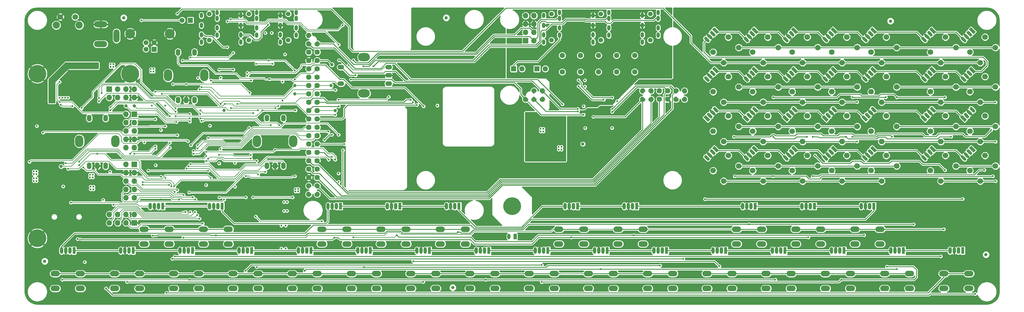
<source format=gbr>
%TF.GenerationSoftware,KiCad,Pcbnew,(5.1.5-0-10_14)*%
%TF.CreationDate,2020-03-03T06:23:58-08:00*%
%TF.ProjectId,OTTOdiy_SMD,4f54544f-6469-4795-9f53-4d442e6b6963,rev?*%
%TF.SameCoordinates,Original*%
%TF.FileFunction,Copper,L1,Top*%
%TF.FilePolarity,Positive*%
%FSLAX46Y46*%
G04 Gerber Fmt 4.6, Leading zero omitted, Abs format (unit mm)*
G04 Created by KiCad (PCBNEW (5.1.5-0-10_14)) date 2020-03-03 06:23:58*
%MOMM*%
%LPD*%
G04 APERTURE LIST*
%ADD10C,1.000000*%
%ADD11O,1.400000X2.000000*%
%ADD12O,2.500000X3.600000*%
%ADD13O,2.000000X1.400000*%
%ADD14O,3.600000X2.500000*%
%ADD15O,1.000000X1.700000*%
%ADD16C,0.150000*%
%ADD17O,2.800000X1.700000*%
%ADD18C,0.954000*%
%ADD19C,1.700000*%
%ADD20C,1.620000*%
%ADD21C,1.500000*%
%ADD22R,1.500000X1.500000*%
%ADD23C,3.000000*%
%ADD24O,1.700000X1.700000*%
%ADD25R,1.700000X1.700000*%
%ADD26C,1.600000*%
%ADD27R,1.600000X1.600000*%
%ADD28C,2.200000*%
%ADD29C,1.400000*%
%ADD30O,1.000000X1.600000*%
%ADD31O,0.954000X2.000000*%
%ADD32R,0.954000X2.000000*%
%ADD33O,4.000000X1.800000*%
%ADD34O,1.800000X4.000000*%
%ADD35C,0.800000*%
%ADD36C,5.400000*%
%ADD37C,0.600000*%
%ADD38C,0.203200*%
%ADD39C,0.254000*%
G04 APERTURE END LIST*
D10*
X74270000Y-135760000D03*
X71730000Y-135760000D03*
D11*
X60500000Y-154000000D03*
X63000000Y-154000000D03*
X65500000Y-154000000D03*
X60500000Y-139500000D03*
X65500000Y-139500000D03*
D12*
X57500000Y-146500000D03*
X68500000Y-146500000D03*
D13*
X151500000Y-129000000D03*
X151500000Y-126500000D03*
X151500000Y-124000000D03*
X137000000Y-129000000D03*
X137000000Y-124000000D03*
D14*
X144000000Y-132000000D03*
X144000000Y-121000000D03*
D10*
X101500000Y-137100000D03*
X210500000Y-147375000D03*
X134250000Y-123250000D03*
X135250000Y-137230000D03*
X123000000Y-129600000D03*
X134000000Y-129610000D03*
X123000000Y-132150000D03*
X52000000Y-154175000D03*
D15*
X188050000Y-175500000D03*
%TA.AperFunction,ComponentPad*%
D16*
G36*
X190314703Y-174650722D02*
G01*
X190329264Y-174652882D01*
X190343543Y-174656459D01*
X190357403Y-174661418D01*
X190370710Y-174667712D01*
X190383336Y-174675280D01*
X190395159Y-174684048D01*
X190406066Y-174693934D01*
X190415952Y-174704841D01*
X190424720Y-174716664D01*
X190432288Y-174729290D01*
X190438582Y-174742597D01*
X190443541Y-174756457D01*
X190447118Y-174770736D01*
X190449278Y-174785297D01*
X190450000Y-174800000D01*
X190450000Y-176200000D01*
X190449278Y-176214703D01*
X190447118Y-176229264D01*
X190443541Y-176243543D01*
X190438582Y-176257403D01*
X190432288Y-176270710D01*
X190424720Y-176283336D01*
X190415952Y-176295159D01*
X190406066Y-176306066D01*
X190395159Y-176315952D01*
X190383336Y-176324720D01*
X190370710Y-176332288D01*
X190357403Y-176338582D01*
X190343543Y-176343541D01*
X190329264Y-176347118D01*
X190314703Y-176349278D01*
X190300000Y-176350000D01*
X189600000Y-176350000D01*
X189585297Y-176349278D01*
X189570736Y-176347118D01*
X189556457Y-176343541D01*
X189542597Y-176338582D01*
X189529290Y-176332288D01*
X189516664Y-176324720D01*
X189504841Y-176315952D01*
X189493934Y-176306066D01*
X189484048Y-176295159D01*
X189475280Y-176283336D01*
X189467712Y-176270710D01*
X189461418Y-176257403D01*
X189456459Y-176243543D01*
X189452882Y-176229264D01*
X189450722Y-176214703D01*
X189450000Y-176200000D01*
X189450000Y-174800000D01*
X189450722Y-174785297D01*
X189452882Y-174770736D01*
X189456459Y-174756457D01*
X189461418Y-174742597D01*
X189467712Y-174729290D01*
X189475280Y-174716664D01*
X189484048Y-174704841D01*
X189493934Y-174693934D01*
X189504841Y-174684048D01*
X189516664Y-174675280D01*
X189529290Y-174667712D01*
X189542597Y-174661418D01*
X189556457Y-174656459D01*
X189570736Y-174652882D01*
X189585297Y-174650722D01*
X189600000Y-174650000D01*
X190300000Y-174650000D01*
X190314703Y-174650722D01*
G37*
%TD.AperFunction*%
D17*
X57800000Y-191250000D03*
X50200000Y-186750000D03*
X57800000Y-186750000D03*
X50200000Y-191250000D03*
%TA.AperFunction,ComponentPad*%
D16*
G36*
X286477221Y-111858565D02*
G01*
X287891435Y-113272779D01*
X287216855Y-113947359D01*
X285802641Y-112533145D01*
X286477221Y-111858565D01*
G37*
%TD.AperFunction*%
D18*
X286318829Y-114170805D02*
X285579195Y-113431171D01*
X285420804Y-115068830D02*
X284681170Y-114329196D01*
X284522779Y-115966855D02*
X283783145Y-115227221D01*
%TA.AperFunction,ComponentPad*%
D16*
G36*
X298477221Y-111858565D02*
G01*
X299891435Y-113272779D01*
X299216855Y-113947359D01*
X297802641Y-112533145D01*
X298477221Y-111858565D01*
G37*
%TD.AperFunction*%
D18*
X298318829Y-114170805D02*
X297579195Y-113431171D01*
X297420804Y-115068830D02*
X296681170Y-114329196D01*
X296522779Y-115966855D02*
X295783145Y-115227221D01*
%TA.AperFunction,ComponentPad*%
D16*
G36*
X316477221Y-111858565D02*
G01*
X317891435Y-113272779D01*
X317216855Y-113947359D01*
X315802641Y-112533145D01*
X316477221Y-111858565D01*
G37*
%TD.AperFunction*%
D18*
X316318829Y-114170805D02*
X315579195Y-113431171D01*
X315420804Y-115068830D02*
X314681170Y-114329196D01*
X314522779Y-115966855D02*
X313783145Y-115227221D01*
%TA.AperFunction,ComponentPad*%
D16*
G36*
X328477221Y-111858565D02*
G01*
X329891435Y-113272779D01*
X329216855Y-113947359D01*
X327802641Y-112533145D01*
X328477221Y-111858565D01*
G37*
%TD.AperFunction*%
D18*
X328318829Y-114170805D02*
X327579195Y-113431171D01*
X327420804Y-115068830D02*
X326681170Y-114329196D01*
X326522779Y-115966855D02*
X325783145Y-115227221D01*
%TA.AperFunction,ComponentPad*%
D16*
G36*
X250477221Y-111858565D02*
G01*
X251891435Y-113272779D01*
X251216855Y-113947359D01*
X249802641Y-112533145D01*
X250477221Y-111858565D01*
G37*
%TD.AperFunction*%
D18*
X250318829Y-114170805D02*
X249579195Y-113431171D01*
X249420804Y-115068830D02*
X248681170Y-114329196D01*
X248522779Y-115966855D02*
X247783145Y-115227221D01*
%TA.AperFunction,ComponentPad*%
D16*
G36*
X262477221Y-111858565D02*
G01*
X263891435Y-113272779D01*
X263216855Y-113947359D01*
X261802641Y-112533145D01*
X262477221Y-111858565D01*
G37*
%TD.AperFunction*%
D18*
X262318829Y-114170805D02*
X261579195Y-113431171D01*
X261420804Y-115068830D02*
X260681170Y-114329196D01*
X260522779Y-115966855D02*
X259783145Y-115227221D01*
%TA.AperFunction,ComponentPad*%
D16*
G36*
X274477221Y-111858565D02*
G01*
X275891435Y-113272779D01*
X275216855Y-113947359D01*
X273802641Y-112533145D01*
X274477221Y-111858565D01*
G37*
%TD.AperFunction*%
D18*
X274318829Y-114170805D02*
X273579195Y-113431171D01*
X273420804Y-115068830D02*
X272681170Y-114329196D01*
X272522779Y-115966855D02*
X271783145Y-115227221D01*
D19*
X298110913Y-119457107D03*
X302707107Y-114860913D03*
X301292893Y-122639087D03*
X305889087Y-118042893D03*
X316110913Y-119457107D03*
X320707107Y-114860913D03*
X319292893Y-122639087D03*
X323889087Y-118042893D03*
X250110913Y-119457107D03*
X254707107Y-114860913D03*
X253292893Y-122639087D03*
X257889087Y-118042893D03*
X262110913Y-119457107D03*
X266707107Y-114860913D03*
X265292893Y-122639087D03*
X269889087Y-118042893D03*
X274110913Y-119457107D03*
X278707107Y-114860913D03*
X277292893Y-122639087D03*
X281889087Y-118042893D03*
X286110913Y-119457107D03*
X290707107Y-114860913D03*
X289292893Y-122639087D03*
X293889087Y-118042893D03*
X328110913Y-119457107D03*
X332707107Y-114860913D03*
X331292893Y-122639087D03*
X335889087Y-118042893D03*
D10*
X333000000Y-181000000D03*
X304000000Y-110000000D03*
X171000000Y-191000000D03*
X169000000Y-109000000D03*
X47000000Y-183000000D03*
X71000000Y-109000000D03*
D20*
X127230000Y-132150000D03*
X127230000Y-137230000D03*
X127230000Y-124530000D03*
X127230000Y-121990000D03*
X127230000Y-134690000D03*
X127230000Y-129610000D03*
X127230000Y-127070000D03*
X127230000Y-119450000D03*
X127230000Y-157550000D03*
X127230000Y-142310000D03*
X127230000Y-155010000D03*
X127230000Y-139770000D03*
X127230000Y-152470000D03*
X127230000Y-144850000D03*
X127230000Y-149930000D03*
X127230000Y-147390000D03*
X129770000Y-144850000D03*
X129770000Y-139770000D03*
X129770000Y-142310000D03*
X129770000Y-157550000D03*
X129770000Y-147390000D03*
X129770000Y-149930000D03*
X129770000Y-152470000D03*
X129770000Y-155010000D03*
X129770000Y-137230000D03*
X129770000Y-129610000D03*
X129770000Y-132150000D03*
X129770000Y-134690000D03*
X129770000Y-127070000D03*
X129770000Y-121990000D03*
X129770000Y-124530000D03*
X129770000Y-119450000D03*
%TA.AperFunction,ComponentPad*%
D16*
G36*
X129699528Y-115179997D02*
G01*
X129699476Y-115179999D01*
X129699415Y-115179996D01*
X129697906Y-115179985D01*
X129691399Y-115179576D01*
X129684841Y-115179232D01*
X129684062Y-115179114D01*
X129683280Y-115179065D01*
X129676849Y-115178023D01*
X129670352Y-115177041D01*
X129669586Y-115176847D01*
X129668813Y-115176722D01*
X129662492Y-115175052D01*
X129656145Y-115173446D01*
X129655407Y-115173180D01*
X129654645Y-115172979D01*
X129648534Y-115170706D01*
X129642356Y-115168482D01*
X129641639Y-115168141D01*
X129640909Y-115167870D01*
X129635088Y-115165031D01*
X129629117Y-115162196D01*
X129628438Y-115161788D01*
X129627737Y-115161446D01*
X129622155Y-115158012D01*
X129616556Y-115154647D01*
X129615931Y-115154183D01*
X129615255Y-115153767D01*
X129610024Y-115149796D01*
X129604790Y-115145910D01*
X129604207Y-115145382D01*
X129603582Y-115144907D01*
X129598769Y-115140450D01*
X129593934Y-115136066D01*
X129003934Y-114546066D01*
X129003606Y-114545734D01*
X129003564Y-114545695D01*
X129003520Y-114545646D01*
X129002464Y-114544575D01*
X128998152Y-114539684D01*
X128993758Y-114534804D01*
X128993291Y-114534171D01*
X128992772Y-114533582D01*
X128988936Y-114528263D01*
X128985062Y-114523009D01*
X128984662Y-114522338D01*
X128984199Y-114521696D01*
X128980891Y-114516012D01*
X128977558Y-114510421D01*
X128977224Y-114509712D01*
X128976828Y-114509031D01*
X128974122Y-114503120D01*
X128971318Y-114497161D01*
X128971050Y-114496409D01*
X128970728Y-114495705D01*
X128968618Y-114489578D01*
X128966402Y-114483355D01*
X128966212Y-114482591D01*
X128965956Y-114481849D01*
X128964439Y-114475482D01*
X128962857Y-114469135D01*
X128962742Y-114468358D01*
X128962560Y-114467593D01*
X128961678Y-114461154D01*
X128960716Y-114454637D01*
X128960678Y-114453852D01*
X128960571Y-114453074D01*
X128960320Y-114446549D01*
X128960000Y-114440000D01*
X128960000Y-114370000D01*
X128960015Y-114367906D01*
X128960179Y-114365299D01*
X128960179Y-114362672D01*
X128963329Y-114298267D01*
X128963446Y-114296177D01*
X128964139Y-114290001D01*
X128964759Y-114283682D01*
X128974179Y-114219892D01*
X128974500Y-114217822D01*
X128975795Y-114211728D01*
X128977025Y-114205517D01*
X128992624Y-114142952D01*
X128993146Y-114140924D01*
X128995029Y-114134988D01*
X128996861Y-114128919D01*
X129018492Y-114068175D01*
X129019208Y-114066207D01*
X129021685Y-114060428D01*
X129024076Y-114054627D01*
X129051531Y-113996282D01*
X129052436Y-113994394D01*
X129055451Y-113988910D01*
X129058411Y-113983343D01*
X129091428Y-113927956D01*
X129092513Y-113926165D01*
X129096057Y-113920989D01*
X129099538Y-113915749D01*
X129137803Y-113863848D01*
X129139058Y-113862171D01*
X129143087Y-113857369D01*
X129147064Y-113852493D01*
X129190210Y-113804573D01*
X129191622Y-113803027D01*
X129196120Y-113798621D01*
X129200538Y-113794173D01*
X129248155Y-113750692D01*
X129249711Y-113749291D01*
X129254619Y-113745345D01*
X129259447Y-113741351D01*
X129311080Y-113702725D01*
X129312766Y-113701482D01*
X129318010Y-113698051D01*
X129323229Y-113694530D01*
X129378384Y-113661127D01*
X129380183Y-113660055D01*
X129385720Y-113657160D01*
X129391275Y-113654157D01*
X129449427Y-113626295D01*
X129451322Y-113625404D01*
X129457118Y-113623062D01*
X129462937Y-113620616D01*
X129523530Y-113598562D01*
X129525503Y-113597860D01*
X129531514Y-113596091D01*
X129537529Y-113594229D01*
X129599978Y-113578195D01*
X129599987Y-113578192D01*
X129599998Y-113578190D01*
X129602017Y-113577686D01*
X129608200Y-113576507D01*
X129614343Y-113575246D01*
X129678053Y-113565384D01*
X129678062Y-113565382D01*
X129678072Y-113565381D01*
X129680136Y-113565076D01*
X129686363Y-113564509D01*
X129692636Y-113563850D01*
X129757018Y-113560250D01*
X129759109Y-113560148D01*
X129765391Y-113560192D01*
X129771672Y-113560148D01*
X129836099Y-113562848D01*
X129838190Y-113562950D01*
X129844444Y-113563607D01*
X129850693Y-113564176D01*
X129914544Y-113573149D01*
X129914550Y-113573150D01*
X129914557Y-113573151D01*
X129916619Y-113573456D01*
X129922727Y-113574710D01*
X129928945Y-113575896D01*
X129991618Y-113591059D01*
X129993650Y-113591566D01*
X129999648Y-113593423D01*
X130005675Y-113595197D01*
X130066570Y-113616403D01*
X130068543Y-113617105D01*
X130074338Y-113619541D01*
X130080158Y-113621892D01*
X130138693Y-113648939D01*
X130140587Y-113649831D01*
X130146126Y-113652825D01*
X130151680Y-113655729D01*
X130207297Y-113688359D01*
X130209095Y-113689431D01*
X130214310Y-113692948D01*
X130219559Y-113696383D01*
X130271726Y-113734284D01*
X130271728Y-113734285D01*
X130271735Y-113734291D01*
X130273411Y-113735527D01*
X130278229Y-113739512D01*
X130283148Y-113743468D01*
X130331367Y-113786278D01*
X130332923Y-113787680D01*
X130337319Y-113792107D01*
X130341838Y-113796532D01*
X130385649Y-113843844D01*
X130387061Y-113845391D01*
X130390998Y-113850218D01*
X130395069Y-113855070D01*
X130434054Y-113906432D01*
X130435308Y-113908109D01*
X130438786Y-113913342D01*
X130442334Y-113918525D01*
X130476122Y-113973446D01*
X130477206Y-113975238D01*
X130480134Y-113980744D01*
X130483181Y-113986287D01*
X130511448Y-114044241D01*
X130512352Y-114046130D01*
X130514739Y-114051922D01*
X130517221Y-114057712D01*
X130539698Y-114118150D01*
X130540414Y-114120117D01*
X130542225Y-114126115D01*
X130544130Y-114132120D01*
X130560601Y-114194462D01*
X130561121Y-114196491D01*
X130562339Y-114202639D01*
X130563647Y-114208794D01*
X130573957Y-114272448D01*
X130574277Y-114274517D01*
X130574890Y-114280761D01*
X130575591Y-114287012D01*
X130579640Y-114351366D01*
X130579757Y-114353457D01*
X130579757Y-114359765D01*
X130579845Y-114366021D01*
X130577594Y-114430463D01*
X130577505Y-114432555D01*
X130576895Y-114438780D01*
X130576367Y-114445065D01*
X130567839Y-114508981D01*
X130567548Y-114511054D01*
X130566330Y-114517204D01*
X130565194Y-114523395D01*
X130550470Y-114586173D01*
X130549977Y-114588208D01*
X130548170Y-114594195D01*
X130546430Y-114600263D01*
X130525649Y-114661303D01*
X130524960Y-114663281D01*
X130522570Y-114669079D01*
X130520255Y-114674926D01*
X130493618Y-114733649D01*
X130492740Y-114735550D01*
X130489791Y-114741096D01*
X130486918Y-114746686D01*
X130454677Y-114802528D01*
X130453617Y-114804334D01*
X130450159Y-114809539D01*
X130446740Y-114814844D01*
X130409204Y-114867275D01*
X130407973Y-114868969D01*
X130404020Y-114873816D01*
X130400100Y-114878762D01*
X130357626Y-114927279D01*
X130356235Y-114928845D01*
X130351792Y-114933319D01*
X130347445Y-114937821D01*
X130300451Y-114981951D01*
X130300441Y-114981961D01*
X130300429Y-114981972D01*
X130298904Y-114983383D01*
X130294111Y-114987348D01*
X130289281Y-114991459D01*
X130238193Y-115030801D01*
X130236525Y-115032067D01*
X130231351Y-115035557D01*
X130226160Y-115039165D01*
X130171476Y-115073336D01*
X130169692Y-115074433D01*
X130164186Y-115077410D01*
X130158681Y-115080487D01*
X130100933Y-115109152D01*
X130100925Y-115109156D01*
X130100915Y-115109160D01*
X130099042Y-115110074D01*
X130093276Y-115112498D01*
X130087496Y-115115023D01*
X130027217Y-115137921D01*
X130025254Y-115138650D01*
X130019283Y-115140499D01*
X130013281Y-115142449D01*
X129951055Y-115159356D01*
X129951052Y-115159357D01*
X129951047Y-115159358D01*
X129949030Y-115159891D01*
X129942901Y-115161149D01*
X129936739Y-115162504D01*
X129873161Y-115173257D01*
X129871094Y-115173591D01*
X129864866Y-115174246D01*
X129858610Y-115174992D01*
X129794285Y-115179490D01*
X129792195Y-115179621D01*
X129788798Y-115179645D01*
X129785395Y-115179847D01*
X129771573Y-115179992D01*
X129770060Y-115179997D01*
X129770000Y-115180000D01*
X129700000Y-115180000D01*
X129699528Y-115179997D01*
G37*
%TD.AperFunction*%
%TA.AperFunction,ComponentPad*%
G36*
X127227906Y-115179985D02*
G01*
X127225299Y-115179821D01*
X127222672Y-115179821D01*
X127158267Y-115176671D01*
X127158265Y-115176671D01*
X127156177Y-115176554D01*
X127149966Y-115175857D01*
X127143682Y-115175241D01*
X127079892Y-115165821D01*
X127077822Y-115165500D01*
X127071720Y-115164203D01*
X127065518Y-115162975D01*
X127002952Y-115147376D01*
X127000924Y-115146855D01*
X126994930Y-115144954D01*
X126988920Y-115143139D01*
X126928175Y-115121508D01*
X126926208Y-115120792D01*
X126920428Y-115118315D01*
X126914627Y-115115924D01*
X126856282Y-115088469D01*
X126854394Y-115087564D01*
X126848910Y-115084549D01*
X126843343Y-115081589D01*
X126787956Y-115048572D01*
X126786165Y-115047487D01*
X126780989Y-115043943D01*
X126775749Y-115040462D01*
X126723848Y-115002197D01*
X126722171Y-115000942D01*
X126717369Y-114996913D01*
X126712493Y-114992936D01*
X126664573Y-114949790D01*
X126663027Y-114948378D01*
X126658642Y-114943900D01*
X126654172Y-114939462D01*
X126610692Y-114891845D01*
X126609291Y-114890288D01*
X126605358Y-114885397D01*
X126601351Y-114880553D01*
X126562725Y-114828920D01*
X126561483Y-114827234D01*
X126558070Y-114822019D01*
X126554530Y-114816771D01*
X126521127Y-114761616D01*
X126520056Y-114759817D01*
X126517165Y-114754288D01*
X126514157Y-114748725D01*
X126486295Y-114690573D01*
X126485404Y-114688679D01*
X126483052Y-114682857D01*
X126480616Y-114677063D01*
X126458562Y-114616470D01*
X126457860Y-114614497D01*
X126456091Y-114608486D01*
X126454229Y-114602471D01*
X126438192Y-114540014D01*
X126437686Y-114537982D01*
X126436508Y-114531808D01*
X126435246Y-114525657D01*
X126425381Y-114461935D01*
X126425076Y-114459864D01*
X126424509Y-114453632D01*
X126423850Y-114447363D01*
X126420250Y-114382982D01*
X126420148Y-114380890D01*
X126420192Y-114374609D01*
X126420148Y-114368328D01*
X126422848Y-114303901D01*
X126422950Y-114301810D01*
X126423607Y-114295556D01*
X126424176Y-114289307D01*
X126433150Y-114225452D01*
X126433456Y-114223381D01*
X126434705Y-114217297D01*
X126435896Y-114211055D01*
X126451059Y-114148382D01*
X126451566Y-114146350D01*
X126453423Y-114140352D01*
X126455197Y-114134325D01*
X126476403Y-114073430D01*
X126477105Y-114071457D01*
X126479541Y-114065662D01*
X126481892Y-114059842D01*
X126508939Y-114001307D01*
X126509831Y-113999413D01*
X126512825Y-113993874D01*
X126515729Y-113988320D01*
X126548359Y-113932703D01*
X126549431Y-113930905D01*
X126552948Y-113925690D01*
X126556383Y-113920441D01*
X126594284Y-113868274D01*
X126595527Y-113866589D01*
X126599512Y-113861771D01*
X126603468Y-113856852D01*
X126646278Y-113808633D01*
X126647680Y-113807077D01*
X126652107Y-113802681D01*
X126656532Y-113798162D01*
X126703844Y-113754351D01*
X126705391Y-113752939D01*
X126710218Y-113749002D01*
X126715070Y-113744931D01*
X126766432Y-113705946D01*
X126768109Y-113704692D01*
X126773342Y-113701214D01*
X126778525Y-113697666D01*
X126833446Y-113663878D01*
X126835238Y-113662794D01*
X126840744Y-113659866D01*
X126846287Y-113656819D01*
X126904241Y-113628552D01*
X126906130Y-113627648D01*
X126911922Y-113625261D01*
X126917712Y-113622779D01*
X126978147Y-113600303D01*
X126978152Y-113600301D01*
X126978158Y-113600299D01*
X126980117Y-113599586D01*
X126986107Y-113597777D01*
X126992120Y-113595870D01*
X127054462Y-113579399D01*
X127056491Y-113578879D01*
X127062639Y-113577661D01*
X127068794Y-113576353D01*
X127132448Y-113566043D01*
X127134517Y-113565723D01*
X127140761Y-113565110D01*
X127147012Y-113564409D01*
X127211366Y-113560360D01*
X127213457Y-113560243D01*
X127219732Y-113560243D01*
X127226022Y-113560155D01*
X127290463Y-113562406D01*
X127292556Y-113562495D01*
X127298787Y-113563106D01*
X127305065Y-113563633D01*
X127368981Y-113572161D01*
X127371055Y-113572452D01*
X127377225Y-113573674D01*
X127383394Y-113574806D01*
X127446173Y-113589530D01*
X127448208Y-113590023D01*
X127454186Y-113591828D01*
X127460263Y-113593570D01*
X127521304Y-113614351D01*
X127523281Y-113615040D01*
X127529079Y-113617430D01*
X127534926Y-113619745D01*
X127593649Y-113646382D01*
X127593652Y-113646383D01*
X127593659Y-113646387D01*
X127595550Y-113647260D01*
X127601096Y-113650209D01*
X127606686Y-113653082D01*
X127662528Y-113685323D01*
X127664334Y-113686383D01*
X127669539Y-113689841D01*
X127674844Y-113693260D01*
X127727275Y-113730796D01*
X127728969Y-113732027D01*
X127733816Y-113735980D01*
X127738762Y-113739900D01*
X127787279Y-113782374D01*
X127788845Y-113783765D01*
X127793334Y-113788222D01*
X127797821Y-113792555D01*
X127841961Y-113839560D01*
X127843384Y-113841096D01*
X127847398Y-113845949D01*
X127851459Y-113850720D01*
X127890802Y-113901807D01*
X127892067Y-113903476D01*
X127895552Y-113908643D01*
X127899164Y-113913840D01*
X127933336Y-113968524D01*
X127934432Y-113970308D01*
X127937402Y-113975800D01*
X127940487Y-113981320D01*
X127969157Y-114039076D01*
X127970074Y-114040959D01*
X127972480Y-114046683D01*
X127975023Y-114052503D01*
X127997921Y-114112783D01*
X127998650Y-114114745D01*
X128000502Y-114120729D01*
X128002449Y-114126719D01*
X128019356Y-114188945D01*
X128019891Y-114190970D01*
X128021149Y-114197099D01*
X128022504Y-114203261D01*
X128033257Y-114266839D01*
X128033591Y-114268906D01*
X128034246Y-114275134D01*
X128034992Y-114281390D01*
X128039490Y-114345715D01*
X128039621Y-114347805D01*
X128039645Y-114351202D01*
X128039847Y-114354604D01*
X128039992Y-114368427D01*
X128039997Y-114369940D01*
X128040000Y-114370000D01*
X128040000Y-114440000D01*
X128039997Y-114440472D01*
X128039999Y-114440524D01*
X128039996Y-114440585D01*
X128039985Y-114442094D01*
X128039576Y-114448601D01*
X128039232Y-114455159D01*
X128039114Y-114455938D01*
X128039065Y-114456720D01*
X128038023Y-114463151D01*
X128037041Y-114469648D01*
X128036847Y-114470414D01*
X128036722Y-114471187D01*
X128035052Y-114477508D01*
X128033446Y-114483855D01*
X128033180Y-114484593D01*
X128032979Y-114485355D01*
X128030706Y-114491466D01*
X128028482Y-114497644D01*
X128028141Y-114498361D01*
X128027870Y-114499091D01*
X128025031Y-114504912D01*
X128022196Y-114510883D01*
X128021788Y-114511562D01*
X128021446Y-114512263D01*
X128018012Y-114517845D01*
X128014647Y-114523444D01*
X128014183Y-114524069D01*
X128013767Y-114524745D01*
X128009796Y-114529976D01*
X128005910Y-114535210D01*
X128005382Y-114535793D01*
X128004907Y-114536418D01*
X128000450Y-114541231D01*
X127996066Y-114546066D01*
X127406066Y-115136066D01*
X127405734Y-115136394D01*
X127405695Y-115136436D01*
X127405646Y-115136480D01*
X127404575Y-115137536D01*
X127399684Y-115141848D01*
X127394804Y-115146242D01*
X127394171Y-115146709D01*
X127393582Y-115147228D01*
X127388263Y-115151064D01*
X127383009Y-115154938D01*
X127382338Y-115155338D01*
X127381696Y-115155801D01*
X127376012Y-115159109D01*
X127370421Y-115162442D01*
X127369712Y-115162776D01*
X127369031Y-115163172D01*
X127363120Y-115165878D01*
X127357161Y-115168682D01*
X127356409Y-115168950D01*
X127355705Y-115169272D01*
X127349578Y-115171382D01*
X127343355Y-115173598D01*
X127342591Y-115173788D01*
X127341849Y-115174044D01*
X127335482Y-115175561D01*
X127329135Y-115177143D01*
X127328358Y-115177258D01*
X127327593Y-115177440D01*
X127321107Y-115178328D01*
X127314637Y-115179284D01*
X127313852Y-115179322D01*
X127313074Y-115179429D01*
X127306528Y-115179681D01*
X127300000Y-115180000D01*
X127230000Y-115180000D01*
X127227906Y-115179985D01*
G37*
%TD.AperFunction*%
%TA.AperFunction,ComponentPad*%
G36*
X129709537Y-117717594D02*
G01*
X129707445Y-117717505D01*
X129701220Y-117716895D01*
X129694935Y-117716367D01*
X129631019Y-117707839D01*
X129628946Y-117707548D01*
X129622796Y-117706330D01*
X129616605Y-117705194D01*
X129553827Y-117690470D01*
X129551792Y-117689977D01*
X129545805Y-117688170D01*
X129539737Y-117686430D01*
X129478697Y-117665649D01*
X129476719Y-117664960D01*
X129470921Y-117662570D01*
X129465074Y-117660255D01*
X129406354Y-117633619D01*
X129406348Y-117633617D01*
X129406341Y-117633613D01*
X129404450Y-117632740D01*
X129398904Y-117629791D01*
X129393314Y-117626918D01*
X129337472Y-117594677D01*
X129335666Y-117593617D01*
X129330461Y-117590159D01*
X129325156Y-117586740D01*
X129272725Y-117549204D01*
X129271031Y-117547973D01*
X129266184Y-117544020D01*
X129261238Y-117540100D01*
X129212721Y-117497626D01*
X129211155Y-117496235D01*
X129206681Y-117491792D01*
X129202179Y-117487445D01*
X129158049Y-117440451D01*
X129158039Y-117440441D01*
X129158028Y-117440429D01*
X129156617Y-117438904D01*
X129152652Y-117434111D01*
X129148541Y-117429281D01*
X129109199Y-117378193D01*
X129107933Y-117376525D01*
X129104443Y-117371351D01*
X129100835Y-117366160D01*
X129066664Y-117311476D01*
X129065567Y-117309692D01*
X129062590Y-117304186D01*
X129059513Y-117298681D01*
X129030844Y-117240924D01*
X129029926Y-117239042D01*
X129027502Y-117233276D01*
X129024977Y-117227496D01*
X129002079Y-117167217D01*
X129001350Y-117165254D01*
X128999501Y-117159283D01*
X128997551Y-117153281D01*
X128980644Y-117091055D01*
X128980109Y-117089030D01*
X128978851Y-117082901D01*
X128977496Y-117076739D01*
X128966743Y-117013161D01*
X128966409Y-117011094D01*
X128965754Y-117004866D01*
X128965008Y-116998610D01*
X128960510Y-116934285D01*
X128960379Y-116932195D01*
X128960355Y-116928798D01*
X128960153Y-116925395D01*
X128960008Y-116911573D01*
X128960003Y-116910060D01*
X128960000Y-116910000D01*
X128960000Y-116840000D01*
X128960003Y-116839528D01*
X128960001Y-116839476D01*
X128960004Y-116839415D01*
X128960015Y-116837906D01*
X128960424Y-116831399D01*
X128960768Y-116824841D01*
X128960886Y-116824062D01*
X128960935Y-116823280D01*
X128961977Y-116816849D01*
X128962959Y-116810352D01*
X128963153Y-116809586D01*
X128963278Y-116808813D01*
X128964948Y-116802492D01*
X128966554Y-116796145D01*
X128966820Y-116795407D01*
X128967021Y-116794645D01*
X128969294Y-116788534D01*
X128971518Y-116782356D01*
X128971859Y-116781639D01*
X128972130Y-116780909D01*
X128974944Y-116775140D01*
X128977804Y-116769117D01*
X128978212Y-116768438D01*
X128978554Y-116767737D01*
X128981988Y-116762155D01*
X128985353Y-116756556D01*
X128985817Y-116755931D01*
X128986233Y-116755255D01*
X128990204Y-116750024D01*
X128994090Y-116744790D01*
X128994618Y-116744207D01*
X128995093Y-116743582D01*
X128999550Y-116738769D01*
X129003934Y-116733934D01*
X129593934Y-116143934D01*
X129594266Y-116143606D01*
X129594305Y-116143564D01*
X129594354Y-116143520D01*
X129595425Y-116142464D01*
X129600316Y-116138152D01*
X129605196Y-116133758D01*
X129605829Y-116133291D01*
X129606418Y-116132772D01*
X129611737Y-116128936D01*
X129616991Y-116125062D01*
X129617662Y-116124662D01*
X129618304Y-116124199D01*
X129623988Y-116120891D01*
X129629579Y-116117558D01*
X129630288Y-116117224D01*
X129630969Y-116116828D01*
X129636880Y-116114122D01*
X129642839Y-116111318D01*
X129643591Y-116111050D01*
X129644295Y-116110728D01*
X129650422Y-116108618D01*
X129656645Y-116106402D01*
X129657409Y-116106212D01*
X129658151Y-116105956D01*
X129664518Y-116104439D01*
X129670865Y-116102857D01*
X129671642Y-116102742D01*
X129672407Y-116102560D01*
X129678893Y-116101672D01*
X129685363Y-116100716D01*
X129686148Y-116100678D01*
X129686926Y-116100571D01*
X129693472Y-116100319D01*
X129700000Y-116100000D01*
X129770000Y-116100000D01*
X129772094Y-116100015D01*
X129774701Y-116100179D01*
X129777328Y-116100179D01*
X129841733Y-116103329D01*
X129843823Y-116103446D01*
X129850037Y-116104143D01*
X129856318Y-116104759D01*
X129920108Y-116114179D01*
X129922178Y-116114500D01*
X129928272Y-116115795D01*
X129934483Y-116117025D01*
X129997048Y-116132624D01*
X129999076Y-116133146D01*
X130005012Y-116135029D01*
X130011081Y-116136861D01*
X130071825Y-116158492D01*
X130073793Y-116159208D01*
X130079572Y-116161685D01*
X130085373Y-116164076D01*
X130143718Y-116191531D01*
X130145606Y-116192436D01*
X130151090Y-116195451D01*
X130156657Y-116198411D01*
X130212044Y-116231428D01*
X130213835Y-116232513D01*
X130219011Y-116236057D01*
X130224251Y-116239538D01*
X130276152Y-116277803D01*
X130277829Y-116279058D01*
X130282631Y-116283087D01*
X130287507Y-116287064D01*
X130335427Y-116330210D01*
X130336973Y-116331622D01*
X130341379Y-116336120D01*
X130345827Y-116340538D01*
X130389308Y-116388155D01*
X130390709Y-116389711D01*
X130394655Y-116394619D01*
X130398649Y-116399447D01*
X130437275Y-116451080D01*
X130438518Y-116452766D01*
X130441949Y-116458010D01*
X130445470Y-116463229D01*
X130478873Y-116518384D01*
X130479945Y-116520183D01*
X130482840Y-116525720D01*
X130485843Y-116531275D01*
X130513705Y-116589427D01*
X130514596Y-116591322D01*
X130516938Y-116597118D01*
X130519384Y-116602937D01*
X130541438Y-116663530D01*
X130542140Y-116665503D01*
X130543909Y-116671514D01*
X130545771Y-116677529D01*
X130561807Y-116739985D01*
X130561808Y-116739987D01*
X130561810Y-116739998D01*
X130562314Y-116742017D01*
X130563493Y-116748200D01*
X130564754Y-116754343D01*
X130574618Y-116818065D01*
X130574924Y-116820136D01*
X130575491Y-116826363D01*
X130576150Y-116832636D01*
X130579750Y-116897018D01*
X130579852Y-116899109D01*
X130579808Y-116905391D01*
X130579852Y-116911673D01*
X130577152Y-116976099D01*
X130577050Y-116978191D01*
X130576393Y-116984442D01*
X130575824Y-116990694D01*
X130566850Y-117054548D01*
X130566544Y-117056620D01*
X130565289Y-117062735D01*
X130564104Y-117068945D01*
X130548941Y-117131618D01*
X130548434Y-117133650D01*
X130546577Y-117139648D01*
X130544803Y-117145675D01*
X130523597Y-117206570D01*
X130522894Y-117208543D01*
X130520473Y-117214303D01*
X130518108Y-117220158D01*
X130491068Y-117278676D01*
X130491061Y-117278693D01*
X130491051Y-117278712D01*
X130490169Y-117280588D01*
X130487191Y-117286095D01*
X130484271Y-117291680D01*
X130451642Y-117347296D01*
X130450569Y-117349095D01*
X130447061Y-117354296D01*
X130443617Y-117359559D01*
X130405716Y-117411726D01*
X130404473Y-117413412D01*
X130400467Y-117418255D01*
X130396533Y-117423148D01*
X130353722Y-117471367D01*
X130352320Y-117472923D01*
X130347893Y-117477319D01*
X130343468Y-117481838D01*
X130296156Y-117525649D01*
X130294609Y-117527061D01*
X130289743Y-117531030D01*
X130284930Y-117535068D01*
X130233568Y-117574054D01*
X130231891Y-117575308D01*
X130226692Y-117578762D01*
X130221475Y-117582335D01*
X130166553Y-117616122D01*
X130164762Y-117617206D01*
X130159274Y-117620124D01*
X130153714Y-117623181D01*
X130095759Y-117651448D01*
X130093870Y-117652352D01*
X130088078Y-117654739D01*
X130082288Y-117657221D01*
X130021851Y-117679698D01*
X130019883Y-117680414D01*
X130013893Y-117682223D01*
X130007880Y-117684130D01*
X129945538Y-117700601D01*
X129943510Y-117701121D01*
X129937338Y-117702343D01*
X129931205Y-117703647D01*
X129867552Y-117713957D01*
X129865482Y-117714277D01*
X129859246Y-117714889D01*
X129852988Y-117715591D01*
X129788634Y-117719640D01*
X129786543Y-117719756D01*
X129780310Y-117719756D01*
X129773979Y-117719845D01*
X129709537Y-117717594D01*
G37*
%TD.AperFunction*%
%TA.AperFunction,ComponentPad*%
G36*
X127163901Y-117717152D02*
G01*
X127163899Y-117717152D01*
X127161809Y-117717050D01*
X127155558Y-117716393D01*
X127149306Y-117715824D01*
X127085456Y-117706851D01*
X127085450Y-117706850D01*
X127085443Y-117706849D01*
X127083380Y-117706544D01*
X127077265Y-117705289D01*
X127071055Y-117704104D01*
X127008382Y-117688941D01*
X127006350Y-117688434D01*
X127000352Y-117686577D01*
X126994325Y-117684803D01*
X126933430Y-117663597D01*
X126931457Y-117662894D01*
X126925697Y-117660473D01*
X126919842Y-117658108D01*
X126861324Y-117631068D01*
X126861307Y-117631061D01*
X126861288Y-117631051D01*
X126859412Y-117630169D01*
X126853905Y-117627191D01*
X126848320Y-117624271D01*
X126792704Y-117591642D01*
X126790905Y-117590569D01*
X126785704Y-117587061D01*
X126780441Y-117583617D01*
X126728274Y-117545716D01*
X126726588Y-117544473D01*
X126721745Y-117540467D01*
X126716852Y-117536533D01*
X126668633Y-117493722D01*
X126667077Y-117492320D01*
X126662681Y-117487893D01*
X126658162Y-117483468D01*
X126614351Y-117436156D01*
X126612939Y-117434609D01*
X126608970Y-117429743D01*
X126604932Y-117424930D01*
X126565946Y-117373568D01*
X126564692Y-117371891D01*
X126561238Y-117366692D01*
X126557665Y-117361475D01*
X126523878Y-117306553D01*
X126522794Y-117304762D01*
X126519876Y-117299274D01*
X126516819Y-117293714D01*
X126488552Y-117235759D01*
X126487648Y-117233870D01*
X126485261Y-117228078D01*
X126482779Y-117222288D01*
X126460302Y-117161851D01*
X126459586Y-117159883D01*
X126457777Y-117153893D01*
X126455870Y-117147880D01*
X126439399Y-117085538D01*
X126438879Y-117083510D01*
X126437657Y-117077338D01*
X126436353Y-117071205D01*
X126426043Y-117007552D01*
X126425723Y-117005482D01*
X126425111Y-116999246D01*
X126424409Y-116992988D01*
X126420360Y-116928634D01*
X126420244Y-116926543D01*
X126420244Y-116920309D01*
X126420155Y-116913978D01*
X126422406Y-116849537D01*
X126422495Y-116847444D01*
X126423106Y-116841213D01*
X126423633Y-116834935D01*
X126432161Y-116771019D01*
X126432452Y-116768945D01*
X126433674Y-116762775D01*
X126434806Y-116756606D01*
X126449530Y-116693827D01*
X126450023Y-116691792D01*
X126451828Y-116685814D01*
X126453570Y-116679737D01*
X126474351Y-116618696D01*
X126475040Y-116616719D01*
X126477430Y-116610921D01*
X126479745Y-116605074D01*
X126506382Y-116546351D01*
X126507260Y-116544450D01*
X126510209Y-116538904D01*
X126513082Y-116533314D01*
X126545323Y-116477472D01*
X126546383Y-116475666D01*
X126549841Y-116470461D01*
X126553260Y-116465156D01*
X126590796Y-116412725D01*
X126592027Y-116411031D01*
X126595980Y-116406184D01*
X126599900Y-116401238D01*
X126642374Y-116352721D01*
X126643765Y-116351155D01*
X126648208Y-116346681D01*
X126652555Y-116342179D01*
X126699560Y-116298039D01*
X126701096Y-116296616D01*
X126705949Y-116292602D01*
X126710720Y-116288541D01*
X126761807Y-116249198D01*
X126763476Y-116247933D01*
X126768643Y-116244448D01*
X126773840Y-116240836D01*
X126828524Y-116206664D01*
X126830308Y-116205568D01*
X126835800Y-116202598D01*
X126841320Y-116199513D01*
X126899076Y-116170843D01*
X126900959Y-116169926D01*
X126906683Y-116167520D01*
X126912503Y-116164977D01*
X126972783Y-116142079D01*
X126974745Y-116141350D01*
X126980729Y-116139498D01*
X126986719Y-116137551D01*
X127048945Y-116120644D01*
X127048948Y-116120643D01*
X127048953Y-116120642D01*
X127050970Y-116120109D01*
X127057099Y-116118851D01*
X127063261Y-116117496D01*
X127126839Y-116106743D01*
X127128906Y-116106409D01*
X127135134Y-116105754D01*
X127141390Y-116105008D01*
X127205715Y-116100510D01*
X127207805Y-116100379D01*
X127211202Y-116100355D01*
X127214604Y-116100153D01*
X127228427Y-116100008D01*
X127229940Y-116100003D01*
X127230000Y-116100000D01*
X127300000Y-116100000D01*
X127300472Y-116100003D01*
X127300524Y-116100001D01*
X127300585Y-116100004D01*
X127302094Y-116100015D01*
X127308601Y-116100424D01*
X127315159Y-116100768D01*
X127315938Y-116100886D01*
X127316720Y-116100935D01*
X127323151Y-116101977D01*
X127329648Y-116102959D01*
X127330414Y-116103153D01*
X127331187Y-116103278D01*
X127337508Y-116104948D01*
X127343855Y-116106554D01*
X127344593Y-116106820D01*
X127345355Y-116107021D01*
X127351466Y-116109294D01*
X127357644Y-116111518D01*
X127358361Y-116111859D01*
X127359091Y-116112130D01*
X127364912Y-116114969D01*
X127370883Y-116117804D01*
X127371562Y-116118212D01*
X127372263Y-116118554D01*
X127377845Y-116121988D01*
X127383444Y-116125353D01*
X127384069Y-116125817D01*
X127384745Y-116126233D01*
X127389976Y-116130204D01*
X127395210Y-116134090D01*
X127395793Y-116134618D01*
X127396418Y-116135093D01*
X127401231Y-116139550D01*
X127406066Y-116143934D01*
X127996066Y-116733934D01*
X127996394Y-116734266D01*
X127996436Y-116734305D01*
X127996480Y-116734354D01*
X127997536Y-116735425D01*
X128001848Y-116740316D01*
X128006242Y-116745196D01*
X128006709Y-116745829D01*
X128007228Y-116746418D01*
X128011064Y-116751737D01*
X128014938Y-116756991D01*
X128015338Y-116757662D01*
X128015801Y-116758304D01*
X128019109Y-116763988D01*
X128022442Y-116769579D01*
X128022776Y-116770288D01*
X128023172Y-116770969D01*
X128025878Y-116776880D01*
X128028682Y-116782839D01*
X128028950Y-116783591D01*
X128029272Y-116784295D01*
X128031382Y-116790422D01*
X128033598Y-116796645D01*
X128033788Y-116797409D01*
X128034044Y-116798151D01*
X128035561Y-116804518D01*
X128037143Y-116810865D01*
X128037258Y-116811642D01*
X128037440Y-116812407D01*
X128038328Y-116818893D01*
X128039284Y-116825363D01*
X128039322Y-116826148D01*
X128039429Y-116826926D01*
X128039681Y-116833472D01*
X128040000Y-116840000D01*
X128040000Y-116910000D01*
X128039985Y-116912094D01*
X128039821Y-116914701D01*
X128039821Y-116917328D01*
X128036671Y-116981733D01*
X128036554Y-116983823D01*
X128035856Y-116990048D01*
X128035241Y-116996318D01*
X128025821Y-117060108D01*
X128025500Y-117062178D01*
X128024203Y-117068280D01*
X128022975Y-117074482D01*
X128007376Y-117137048D01*
X128006855Y-117139076D01*
X128004954Y-117145070D01*
X128003139Y-117151080D01*
X127981508Y-117211825D01*
X127980792Y-117213792D01*
X127978315Y-117219572D01*
X127975924Y-117225373D01*
X127948469Y-117283718D01*
X127947564Y-117285606D01*
X127944549Y-117291090D01*
X127941589Y-117296657D01*
X127908572Y-117352044D01*
X127907487Y-117353835D01*
X127903943Y-117359011D01*
X127900462Y-117364251D01*
X127862197Y-117416152D01*
X127860942Y-117417829D01*
X127856913Y-117422631D01*
X127852936Y-117427507D01*
X127809790Y-117475427D01*
X127808378Y-117476973D01*
X127803900Y-117481358D01*
X127799462Y-117485828D01*
X127751845Y-117529308D01*
X127750288Y-117530709D01*
X127745397Y-117534642D01*
X127740553Y-117538649D01*
X127688920Y-117577275D01*
X127687234Y-117578517D01*
X127682019Y-117581930D01*
X127676771Y-117585470D01*
X127621616Y-117618873D01*
X127619817Y-117619944D01*
X127614288Y-117622835D01*
X127608725Y-117625843D01*
X127550573Y-117653705D01*
X127548679Y-117654596D01*
X127542857Y-117656948D01*
X127537063Y-117659384D01*
X127476470Y-117681438D01*
X127474497Y-117682140D01*
X127468486Y-117683909D01*
X127462471Y-117685771D01*
X127400014Y-117701808D01*
X127397982Y-117702314D01*
X127391808Y-117703492D01*
X127385657Y-117704754D01*
X127321935Y-117714619D01*
X127319864Y-117714924D01*
X127313632Y-117715491D01*
X127307363Y-117716150D01*
X127242982Y-117719750D01*
X127240890Y-117719852D01*
X127234609Y-117719808D01*
X127228327Y-117719852D01*
X127163901Y-117717152D01*
G37*
%TD.AperFunction*%
%TA.AperFunction,ComponentPad*%
G36*
X129699528Y-160899997D02*
G01*
X129699476Y-160899999D01*
X129699415Y-160899996D01*
X129697906Y-160899985D01*
X129691399Y-160899576D01*
X129684841Y-160899232D01*
X129684062Y-160899114D01*
X129683280Y-160899065D01*
X129676849Y-160898023D01*
X129670352Y-160897041D01*
X129669586Y-160896847D01*
X129668813Y-160896722D01*
X129662492Y-160895052D01*
X129656145Y-160893446D01*
X129655407Y-160893180D01*
X129654645Y-160892979D01*
X129648534Y-160890706D01*
X129642356Y-160888482D01*
X129641639Y-160888141D01*
X129640909Y-160887870D01*
X129635088Y-160885031D01*
X129629117Y-160882196D01*
X129628438Y-160881788D01*
X129627737Y-160881446D01*
X129622155Y-160878012D01*
X129616556Y-160874647D01*
X129615931Y-160874183D01*
X129615255Y-160873767D01*
X129610024Y-160869796D01*
X129604790Y-160865910D01*
X129604207Y-160865382D01*
X129603582Y-160864907D01*
X129598769Y-160860450D01*
X129593934Y-160856066D01*
X129003934Y-160266066D01*
X129003606Y-160265734D01*
X129003564Y-160265695D01*
X129003520Y-160265646D01*
X129002464Y-160264575D01*
X128998152Y-160259684D01*
X128993758Y-160254804D01*
X128993291Y-160254171D01*
X128992772Y-160253582D01*
X128988936Y-160248263D01*
X128985062Y-160243009D01*
X128984662Y-160242338D01*
X128984199Y-160241696D01*
X128980891Y-160236012D01*
X128977558Y-160230421D01*
X128977224Y-160229712D01*
X128976828Y-160229031D01*
X128974122Y-160223120D01*
X128971318Y-160217161D01*
X128971050Y-160216409D01*
X128970728Y-160215705D01*
X128968618Y-160209578D01*
X128966402Y-160203355D01*
X128966212Y-160202591D01*
X128965956Y-160201849D01*
X128964439Y-160195482D01*
X128962857Y-160189135D01*
X128962742Y-160188358D01*
X128962560Y-160187593D01*
X128961678Y-160181154D01*
X128960716Y-160174637D01*
X128960678Y-160173852D01*
X128960571Y-160173074D01*
X128960320Y-160166549D01*
X128960000Y-160160000D01*
X128960000Y-160090000D01*
X128960015Y-160087906D01*
X128960179Y-160085299D01*
X128960179Y-160082672D01*
X128963329Y-160018267D01*
X128963446Y-160016177D01*
X128964139Y-160010001D01*
X128964759Y-160003682D01*
X128974179Y-159939892D01*
X128974500Y-159937822D01*
X128975795Y-159931728D01*
X128977025Y-159925517D01*
X128992624Y-159862952D01*
X128993146Y-159860924D01*
X128995029Y-159854988D01*
X128996861Y-159848919D01*
X129018492Y-159788175D01*
X129019208Y-159786207D01*
X129021685Y-159780428D01*
X129024076Y-159774627D01*
X129051531Y-159716282D01*
X129052436Y-159714394D01*
X129055451Y-159708910D01*
X129058411Y-159703343D01*
X129091428Y-159647956D01*
X129092513Y-159646165D01*
X129096057Y-159640989D01*
X129099538Y-159635749D01*
X129137803Y-159583848D01*
X129139058Y-159582171D01*
X129143087Y-159577369D01*
X129147064Y-159572493D01*
X129190210Y-159524573D01*
X129191622Y-159523027D01*
X129196120Y-159518621D01*
X129200538Y-159514173D01*
X129248155Y-159470692D01*
X129249711Y-159469291D01*
X129254619Y-159465345D01*
X129259447Y-159461351D01*
X129311080Y-159422725D01*
X129312766Y-159421482D01*
X129318010Y-159418051D01*
X129323229Y-159414530D01*
X129378384Y-159381127D01*
X129380183Y-159380055D01*
X129385720Y-159377160D01*
X129391275Y-159374157D01*
X129449427Y-159346295D01*
X129451322Y-159345404D01*
X129457118Y-159343062D01*
X129462937Y-159340616D01*
X129523530Y-159318562D01*
X129525503Y-159317860D01*
X129531514Y-159316091D01*
X129537529Y-159314229D01*
X129599978Y-159298195D01*
X129599987Y-159298192D01*
X129599998Y-159298190D01*
X129602017Y-159297686D01*
X129608200Y-159296507D01*
X129614343Y-159295246D01*
X129678053Y-159285384D01*
X129678062Y-159285382D01*
X129678072Y-159285381D01*
X129680136Y-159285076D01*
X129686363Y-159284509D01*
X129692636Y-159283850D01*
X129757018Y-159280250D01*
X129759109Y-159280148D01*
X129765391Y-159280192D01*
X129771672Y-159280148D01*
X129836099Y-159282848D01*
X129838190Y-159282950D01*
X129844444Y-159283607D01*
X129850693Y-159284176D01*
X129914544Y-159293149D01*
X129914550Y-159293150D01*
X129914557Y-159293151D01*
X129916619Y-159293456D01*
X129922727Y-159294710D01*
X129928945Y-159295896D01*
X129991618Y-159311059D01*
X129993650Y-159311566D01*
X129999648Y-159313423D01*
X130005675Y-159315197D01*
X130066570Y-159336403D01*
X130068543Y-159337105D01*
X130074338Y-159339541D01*
X130080158Y-159341892D01*
X130138693Y-159368939D01*
X130140587Y-159369831D01*
X130146126Y-159372825D01*
X130151680Y-159375729D01*
X130207297Y-159408359D01*
X130209095Y-159409431D01*
X130214310Y-159412948D01*
X130219559Y-159416383D01*
X130271726Y-159454284D01*
X130271728Y-159454285D01*
X130271735Y-159454291D01*
X130273411Y-159455527D01*
X130278229Y-159459512D01*
X130283148Y-159463468D01*
X130331367Y-159506278D01*
X130332923Y-159507680D01*
X130337319Y-159512107D01*
X130341838Y-159516532D01*
X130385649Y-159563844D01*
X130387061Y-159565391D01*
X130390998Y-159570218D01*
X130395069Y-159575070D01*
X130434054Y-159626432D01*
X130435308Y-159628109D01*
X130438786Y-159633342D01*
X130442334Y-159638525D01*
X130476122Y-159693446D01*
X130477206Y-159695238D01*
X130480134Y-159700744D01*
X130483181Y-159706287D01*
X130511448Y-159764241D01*
X130512352Y-159766130D01*
X130514739Y-159771922D01*
X130517221Y-159777712D01*
X130539698Y-159838150D01*
X130540414Y-159840117D01*
X130542225Y-159846115D01*
X130544130Y-159852120D01*
X130560601Y-159914462D01*
X130561121Y-159916491D01*
X130562339Y-159922639D01*
X130563647Y-159928794D01*
X130573957Y-159992448D01*
X130574277Y-159994517D01*
X130574890Y-160000761D01*
X130575591Y-160007012D01*
X130579640Y-160071366D01*
X130579757Y-160073457D01*
X130579757Y-160079765D01*
X130579845Y-160086021D01*
X130577594Y-160150463D01*
X130577505Y-160152555D01*
X130576895Y-160158780D01*
X130576367Y-160165065D01*
X130567839Y-160228981D01*
X130567548Y-160231054D01*
X130566330Y-160237204D01*
X130565194Y-160243395D01*
X130550470Y-160306173D01*
X130549977Y-160308208D01*
X130548170Y-160314195D01*
X130546430Y-160320263D01*
X130525649Y-160381303D01*
X130524960Y-160383281D01*
X130522570Y-160389079D01*
X130520255Y-160394926D01*
X130493618Y-160453649D01*
X130492740Y-160455550D01*
X130489791Y-160461096D01*
X130486918Y-160466686D01*
X130454677Y-160522528D01*
X130453617Y-160524334D01*
X130450159Y-160529539D01*
X130446740Y-160534844D01*
X130409204Y-160587275D01*
X130407973Y-160588969D01*
X130404020Y-160593816D01*
X130400100Y-160598762D01*
X130357626Y-160647279D01*
X130356235Y-160648845D01*
X130351792Y-160653319D01*
X130347445Y-160657821D01*
X130300451Y-160701951D01*
X130300441Y-160701961D01*
X130300429Y-160701972D01*
X130298904Y-160703383D01*
X130294111Y-160707348D01*
X130289281Y-160711459D01*
X130238193Y-160750801D01*
X130236525Y-160752067D01*
X130231351Y-160755557D01*
X130226160Y-160759165D01*
X130171476Y-160793336D01*
X130169692Y-160794433D01*
X130164186Y-160797410D01*
X130158681Y-160800487D01*
X130100933Y-160829152D01*
X130100925Y-160829156D01*
X130100915Y-160829160D01*
X130099042Y-160830074D01*
X130093276Y-160832498D01*
X130087496Y-160835023D01*
X130027217Y-160857921D01*
X130025254Y-160858650D01*
X130019283Y-160860499D01*
X130013281Y-160862449D01*
X129951055Y-160879356D01*
X129951052Y-160879357D01*
X129951047Y-160879358D01*
X129949030Y-160879891D01*
X129942901Y-160881149D01*
X129936739Y-160882504D01*
X129873161Y-160893257D01*
X129871094Y-160893591D01*
X129864866Y-160894246D01*
X129858610Y-160894992D01*
X129794285Y-160899490D01*
X129792195Y-160899621D01*
X129788798Y-160899645D01*
X129785395Y-160899847D01*
X129771573Y-160899992D01*
X129770060Y-160899997D01*
X129770000Y-160900000D01*
X129700000Y-160900000D01*
X129699528Y-160899997D01*
G37*
%TD.AperFunction*%
%TA.AperFunction,ComponentPad*%
G36*
X127227906Y-160899985D02*
G01*
X127225299Y-160899821D01*
X127222672Y-160899821D01*
X127158267Y-160896671D01*
X127158265Y-160896671D01*
X127156177Y-160896554D01*
X127149966Y-160895857D01*
X127143682Y-160895241D01*
X127079892Y-160885821D01*
X127077822Y-160885500D01*
X127071720Y-160884203D01*
X127065518Y-160882975D01*
X127002952Y-160867376D01*
X127000924Y-160866855D01*
X126994930Y-160864954D01*
X126988920Y-160863139D01*
X126928175Y-160841508D01*
X126926208Y-160840792D01*
X126920428Y-160838315D01*
X126914627Y-160835924D01*
X126856282Y-160808469D01*
X126854394Y-160807564D01*
X126848910Y-160804549D01*
X126843343Y-160801589D01*
X126787956Y-160768572D01*
X126786165Y-160767487D01*
X126780989Y-160763943D01*
X126775749Y-160760462D01*
X126723848Y-160722197D01*
X126722171Y-160720942D01*
X126717369Y-160716913D01*
X126712493Y-160712936D01*
X126664573Y-160669790D01*
X126663027Y-160668378D01*
X126658642Y-160663900D01*
X126654172Y-160659462D01*
X126610692Y-160611845D01*
X126609291Y-160610288D01*
X126605358Y-160605397D01*
X126601351Y-160600553D01*
X126562725Y-160548920D01*
X126561483Y-160547234D01*
X126558070Y-160542019D01*
X126554530Y-160536771D01*
X126521127Y-160481616D01*
X126520056Y-160479817D01*
X126517165Y-160474288D01*
X126514157Y-160468725D01*
X126486295Y-160410573D01*
X126485404Y-160408679D01*
X126483052Y-160402857D01*
X126480616Y-160397063D01*
X126458562Y-160336470D01*
X126457860Y-160334497D01*
X126456091Y-160328486D01*
X126454229Y-160322471D01*
X126438192Y-160260014D01*
X126437686Y-160257982D01*
X126436508Y-160251808D01*
X126435246Y-160245657D01*
X126425381Y-160181935D01*
X126425076Y-160179864D01*
X126424509Y-160173632D01*
X126423850Y-160167363D01*
X126420250Y-160102982D01*
X126420148Y-160100890D01*
X126420192Y-160094609D01*
X126420148Y-160088328D01*
X126422848Y-160023901D01*
X126422950Y-160021810D01*
X126423607Y-160015556D01*
X126424176Y-160009307D01*
X126433150Y-159945452D01*
X126433456Y-159943381D01*
X126434705Y-159937297D01*
X126435896Y-159931055D01*
X126451059Y-159868382D01*
X126451566Y-159866350D01*
X126453423Y-159860352D01*
X126455197Y-159854325D01*
X126476403Y-159793430D01*
X126477105Y-159791457D01*
X126479541Y-159785662D01*
X126481892Y-159779842D01*
X126508939Y-159721307D01*
X126509831Y-159719413D01*
X126512825Y-159713874D01*
X126515729Y-159708320D01*
X126548359Y-159652703D01*
X126549431Y-159650905D01*
X126552948Y-159645690D01*
X126556383Y-159640441D01*
X126594284Y-159588274D01*
X126595527Y-159586589D01*
X126599512Y-159581771D01*
X126603468Y-159576852D01*
X126646278Y-159528633D01*
X126647680Y-159527077D01*
X126652107Y-159522681D01*
X126656532Y-159518162D01*
X126703844Y-159474351D01*
X126705391Y-159472939D01*
X126710218Y-159469002D01*
X126715070Y-159464931D01*
X126766432Y-159425946D01*
X126768109Y-159424692D01*
X126773342Y-159421214D01*
X126778525Y-159417666D01*
X126833446Y-159383878D01*
X126835238Y-159382794D01*
X126840744Y-159379866D01*
X126846287Y-159376819D01*
X126904241Y-159348552D01*
X126906130Y-159347648D01*
X126911922Y-159345261D01*
X126917712Y-159342779D01*
X126978147Y-159320303D01*
X126978152Y-159320301D01*
X126978158Y-159320299D01*
X126980117Y-159319586D01*
X126986107Y-159317777D01*
X126992120Y-159315870D01*
X127054462Y-159299399D01*
X127056491Y-159298879D01*
X127062639Y-159297661D01*
X127068794Y-159296353D01*
X127132448Y-159286043D01*
X127134517Y-159285723D01*
X127140761Y-159285110D01*
X127147012Y-159284409D01*
X127211366Y-159280360D01*
X127213457Y-159280243D01*
X127219732Y-159280243D01*
X127226022Y-159280155D01*
X127290463Y-159282406D01*
X127292556Y-159282495D01*
X127298787Y-159283106D01*
X127305065Y-159283633D01*
X127368981Y-159292161D01*
X127371055Y-159292452D01*
X127377225Y-159293674D01*
X127383394Y-159294806D01*
X127446173Y-159309530D01*
X127448208Y-159310023D01*
X127454186Y-159311828D01*
X127460263Y-159313570D01*
X127521304Y-159334351D01*
X127523281Y-159335040D01*
X127529079Y-159337430D01*
X127534926Y-159339745D01*
X127593649Y-159366382D01*
X127593652Y-159366383D01*
X127593659Y-159366387D01*
X127595550Y-159367260D01*
X127601096Y-159370209D01*
X127606686Y-159373082D01*
X127662528Y-159405323D01*
X127664334Y-159406383D01*
X127669539Y-159409841D01*
X127674844Y-159413260D01*
X127727275Y-159450796D01*
X127728969Y-159452027D01*
X127733816Y-159455980D01*
X127738762Y-159459900D01*
X127787279Y-159502374D01*
X127788845Y-159503765D01*
X127793334Y-159508222D01*
X127797821Y-159512555D01*
X127841961Y-159559560D01*
X127843384Y-159561096D01*
X127847398Y-159565949D01*
X127851459Y-159570720D01*
X127890802Y-159621807D01*
X127892067Y-159623476D01*
X127895552Y-159628643D01*
X127899164Y-159633840D01*
X127933336Y-159688524D01*
X127934432Y-159690308D01*
X127937402Y-159695800D01*
X127940487Y-159701320D01*
X127969157Y-159759076D01*
X127970074Y-159760959D01*
X127972480Y-159766683D01*
X127975023Y-159772503D01*
X127997921Y-159832783D01*
X127998650Y-159834745D01*
X128000502Y-159840729D01*
X128002449Y-159846719D01*
X128019356Y-159908945D01*
X128019891Y-159910970D01*
X128021149Y-159917099D01*
X128022504Y-159923261D01*
X128033257Y-159986839D01*
X128033591Y-159988906D01*
X128034246Y-159995134D01*
X128034992Y-160001390D01*
X128039490Y-160065715D01*
X128039621Y-160067805D01*
X128039645Y-160071202D01*
X128039847Y-160074604D01*
X128039992Y-160088427D01*
X128039997Y-160089940D01*
X128040000Y-160090000D01*
X128040000Y-160160000D01*
X128039997Y-160160472D01*
X128039999Y-160160524D01*
X128039996Y-160160585D01*
X128039985Y-160162094D01*
X128039576Y-160168601D01*
X128039232Y-160175159D01*
X128039114Y-160175938D01*
X128039065Y-160176720D01*
X128038023Y-160183151D01*
X128037041Y-160189648D01*
X128036847Y-160190414D01*
X128036722Y-160191187D01*
X128035052Y-160197508D01*
X128033446Y-160203855D01*
X128033180Y-160204593D01*
X128032979Y-160205355D01*
X128030706Y-160211466D01*
X128028482Y-160217644D01*
X128028141Y-160218361D01*
X128027870Y-160219091D01*
X128025031Y-160224912D01*
X128022196Y-160230883D01*
X128021788Y-160231562D01*
X128021446Y-160232263D01*
X128018012Y-160237845D01*
X128014647Y-160243444D01*
X128014183Y-160244069D01*
X128013767Y-160244745D01*
X128009796Y-160249976D01*
X128005910Y-160255210D01*
X128005382Y-160255793D01*
X128004907Y-160256418D01*
X128000450Y-160261231D01*
X127996066Y-160266066D01*
X127406066Y-160856066D01*
X127405734Y-160856394D01*
X127405695Y-160856436D01*
X127405646Y-160856480D01*
X127404575Y-160857536D01*
X127399684Y-160861848D01*
X127394804Y-160866242D01*
X127394171Y-160866709D01*
X127393582Y-160867228D01*
X127388263Y-160871064D01*
X127383009Y-160874938D01*
X127382338Y-160875338D01*
X127381696Y-160875801D01*
X127376012Y-160879109D01*
X127370421Y-160882442D01*
X127369712Y-160882776D01*
X127369031Y-160883172D01*
X127363120Y-160885878D01*
X127357161Y-160888682D01*
X127356409Y-160888950D01*
X127355705Y-160889272D01*
X127349578Y-160891382D01*
X127343355Y-160893598D01*
X127342591Y-160893788D01*
X127341849Y-160894044D01*
X127335482Y-160895561D01*
X127329135Y-160897143D01*
X127328358Y-160897258D01*
X127327593Y-160897440D01*
X127321107Y-160898328D01*
X127314637Y-160899284D01*
X127313852Y-160899322D01*
X127313074Y-160899429D01*
X127306528Y-160899681D01*
X127300000Y-160900000D01*
X127230000Y-160900000D01*
X127227906Y-160899985D01*
G37*
%TD.AperFunction*%
%TA.AperFunction,ComponentPad*%
G36*
X129709537Y-163437594D02*
G01*
X129707445Y-163437505D01*
X129701220Y-163436895D01*
X129694935Y-163436367D01*
X129631019Y-163427839D01*
X129628946Y-163427548D01*
X129622796Y-163426330D01*
X129616605Y-163425194D01*
X129553827Y-163410470D01*
X129551792Y-163409977D01*
X129545805Y-163408170D01*
X129539737Y-163406430D01*
X129478697Y-163385649D01*
X129476719Y-163384960D01*
X129470921Y-163382570D01*
X129465074Y-163380255D01*
X129406354Y-163353619D01*
X129406348Y-163353617D01*
X129406341Y-163353613D01*
X129404450Y-163352740D01*
X129398904Y-163349791D01*
X129393314Y-163346918D01*
X129337472Y-163314677D01*
X129335666Y-163313617D01*
X129330461Y-163310159D01*
X129325156Y-163306740D01*
X129272725Y-163269204D01*
X129271031Y-163267973D01*
X129266184Y-163264020D01*
X129261238Y-163260100D01*
X129212721Y-163217626D01*
X129211155Y-163216235D01*
X129206681Y-163211792D01*
X129202179Y-163207445D01*
X129158049Y-163160451D01*
X129158039Y-163160441D01*
X129158028Y-163160429D01*
X129156617Y-163158904D01*
X129152652Y-163154111D01*
X129148541Y-163149281D01*
X129109199Y-163098193D01*
X129107933Y-163096525D01*
X129104443Y-163091351D01*
X129100835Y-163086160D01*
X129066664Y-163031476D01*
X129065567Y-163029692D01*
X129062590Y-163024186D01*
X129059513Y-163018681D01*
X129030844Y-162960924D01*
X129029926Y-162959042D01*
X129027502Y-162953276D01*
X129024977Y-162947496D01*
X129002079Y-162887217D01*
X129001350Y-162885254D01*
X128999501Y-162879283D01*
X128997551Y-162873281D01*
X128980644Y-162811055D01*
X128980109Y-162809030D01*
X128978851Y-162802901D01*
X128977496Y-162796739D01*
X128966743Y-162733161D01*
X128966409Y-162731094D01*
X128965754Y-162724866D01*
X128965008Y-162718610D01*
X128960510Y-162654285D01*
X128960379Y-162652195D01*
X128960355Y-162648798D01*
X128960153Y-162645395D01*
X128960008Y-162631573D01*
X128960003Y-162630060D01*
X128960000Y-162630000D01*
X128960000Y-162560000D01*
X128960003Y-162559528D01*
X128960001Y-162559476D01*
X128960004Y-162559415D01*
X128960015Y-162557906D01*
X128960424Y-162551399D01*
X128960768Y-162544841D01*
X128960886Y-162544062D01*
X128960935Y-162543280D01*
X128961977Y-162536849D01*
X128962959Y-162530352D01*
X128963153Y-162529586D01*
X128963278Y-162528813D01*
X128964948Y-162522492D01*
X128966554Y-162516145D01*
X128966820Y-162515407D01*
X128967021Y-162514645D01*
X128969294Y-162508534D01*
X128971518Y-162502356D01*
X128971859Y-162501639D01*
X128972130Y-162500909D01*
X128974944Y-162495140D01*
X128977804Y-162489117D01*
X128978212Y-162488438D01*
X128978554Y-162487737D01*
X128981988Y-162482155D01*
X128985353Y-162476556D01*
X128985817Y-162475931D01*
X128986233Y-162475255D01*
X128990204Y-162470024D01*
X128994090Y-162464790D01*
X128994618Y-162464207D01*
X128995093Y-162463582D01*
X128999550Y-162458769D01*
X129003934Y-162453934D01*
X129593934Y-161863934D01*
X129594266Y-161863606D01*
X129594305Y-161863564D01*
X129594354Y-161863520D01*
X129595425Y-161862464D01*
X129600316Y-161858152D01*
X129605196Y-161853758D01*
X129605829Y-161853291D01*
X129606418Y-161852772D01*
X129611737Y-161848936D01*
X129616991Y-161845062D01*
X129617662Y-161844662D01*
X129618304Y-161844199D01*
X129623988Y-161840891D01*
X129629579Y-161837558D01*
X129630288Y-161837224D01*
X129630969Y-161836828D01*
X129636880Y-161834122D01*
X129642839Y-161831318D01*
X129643591Y-161831050D01*
X129644295Y-161830728D01*
X129650422Y-161828618D01*
X129656645Y-161826402D01*
X129657409Y-161826212D01*
X129658151Y-161825956D01*
X129664518Y-161824439D01*
X129670865Y-161822857D01*
X129671642Y-161822742D01*
X129672407Y-161822560D01*
X129678893Y-161821672D01*
X129685363Y-161820716D01*
X129686148Y-161820678D01*
X129686926Y-161820571D01*
X129693472Y-161820319D01*
X129700000Y-161820000D01*
X129770000Y-161820000D01*
X129772094Y-161820015D01*
X129774701Y-161820179D01*
X129777328Y-161820179D01*
X129841733Y-161823329D01*
X129843823Y-161823446D01*
X129850037Y-161824143D01*
X129856318Y-161824759D01*
X129920108Y-161834179D01*
X129922178Y-161834500D01*
X129928272Y-161835795D01*
X129934483Y-161837025D01*
X129997048Y-161852624D01*
X129999076Y-161853146D01*
X130005012Y-161855029D01*
X130011081Y-161856861D01*
X130071825Y-161878492D01*
X130073793Y-161879208D01*
X130079572Y-161881685D01*
X130085373Y-161884076D01*
X130143718Y-161911531D01*
X130145606Y-161912436D01*
X130151090Y-161915451D01*
X130156657Y-161918411D01*
X130212044Y-161951428D01*
X130213835Y-161952513D01*
X130219011Y-161956057D01*
X130224251Y-161959538D01*
X130276152Y-161997803D01*
X130277829Y-161999058D01*
X130282631Y-162003087D01*
X130287507Y-162007064D01*
X130335427Y-162050210D01*
X130336973Y-162051622D01*
X130341379Y-162056120D01*
X130345827Y-162060538D01*
X130389308Y-162108155D01*
X130390709Y-162109711D01*
X130394655Y-162114619D01*
X130398649Y-162119447D01*
X130437275Y-162171080D01*
X130438518Y-162172766D01*
X130441949Y-162178010D01*
X130445470Y-162183229D01*
X130478873Y-162238384D01*
X130479945Y-162240183D01*
X130482840Y-162245720D01*
X130485843Y-162251275D01*
X130513705Y-162309427D01*
X130514596Y-162311322D01*
X130516938Y-162317118D01*
X130519384Y-162322937D01*
X130541438Y-162383530D01*
X130542140Y-162385503D01*
X130543909Y-162391514D01*
X130545771Y-162397529D01*
X130561807Y-162459985D01*
X130561808Y-162459987D01*
X130561810Y-162459998D01*
X130562314Y-162462017D01*
X130563493Y-162468200D01*
X130564754Y-162474343D01*
X130574618Y-162538065D01*
X130574924Y-162540136D01*
X130575491Y-162546363D01*
X130576150Y-162552636D01*
X130579750Y-162617018D01*
X130579852Y-162619109D01*
X130579808Y-162625391D01*
X130579852Y-162631673D01*
X130577152Y-162696099D01*
X130577050Y-162698191D01*
X130576393Y-162704442D01*
X130575824Y-162710694D01*
X130566850Y-162774548D01*
X130566544Y-162776620D01*
X130565289Y-162782735D01*
X130564104Y-162788945D01*
X130548941Y-162851618D01*
X130548434Y-162853650D01*
X130546577Y-162859648D01*
X130544803Y-162865675D01*
X130523597Y-162926570D01*
X130522894Y-162928543D01*
X130520473Y-162934303D01*
X130518108Y-162940158D01*
X130491068Y-162998676D01*
X130491061Y-162998693D01*
X130491051Y-162998712D01*
X130490169Y-163000588D01*
X130487191Y-163006095D01*
X130484271Y-163011680D01*
X130451642Y-163067296D01*
X130450569Y-163069095D01*
X130447061Y-163074296D01*
X130443617Y-163079559D01*
X130405716Y-163131726D01*
X130404473Y-163133412D01*
X130400467Y-163138255D01*
X130396533Y-163143148D01*
X130353722Y-163191367D01*
X130352320Y-163192923D01*
X130347893Y-163197319D01*
X130343468Y-163201838D01*
X130296156Y-163245649D01*
X130294609Y-163247061D01*
X130289743Y-163251030D01*
X130284930Y-163255068D01*
X130233568Y-163294054D01*
X130231891Y-163295308D01*
X130226692Y-163298762D01*
X130221475Y-163302335D01*
X130166553Y-163336122D01*
X130164762Y-163337206D01*
X130159274Y-163340124D01*
X130153714Y-163343181D01*
X130095759Y-163371448D01*
X130093870Y-163372352D01*
X130088078Y-163374739D01*
X130082288Y-163377221D01*
X130021851Y-163399698D01*
X130019883Y-163400414D01*
X130013893Y-163402223D01*
X130007880Y-163404130D01*
X129945538Y-163420601D01*
X129943510Y-163421121D01*
X129937338Y-163422343D01*
X129931205Y-163423647D01*
X129867552Y-163433957D01*
X129865482Y-163434277D01*
X129859246Y-163434889D01*
X129852988Y-163435591D01*
X129788634Y-163439640D01*
X129786543Y-163439756D01*
X129780310Y-163439756D01*
X129773979Y-163439845D01*
X129709537Y-163437594D01*
G37*
%TD.AperFunction*%
%TA.AperFunction,ComponentPad*%
G36*
X127163901Y-163437152D02*
G01*
X127163899Y-163437152D01*
X127161809Y-163437050D01*
X127155558Y-163436393D01*
X127149306Y-163435824D01*
X127085456Y-163426851D01*
X127085450Y-163426850D01*
X127085443Y-163426849D01*
X127083380Y-163426544D01*
X127077265Y-163425289D01*
X127071055Y-163424104D01*
X127008382Y-163408941D01*
X127006350Y-163408434D01*
X127000352Y-163406577D01*
X126994325Y-163404803D01*
X126933430Y-163383597D01*
X126931457Y-163382894D01*
X126925697Y-163380473D01*
X126919842Y-163378108D01*
X126861324Y-163351068D01*
X126861307Y-163351061D01*
X126861288Y-163351051D01*
X126859412Y-163350169D01*
X126853905Y-163347191D01*
X126848320Y-163344271D01*
X126792704Y-163311642D01*
X126790905Y-163310569D01*
X126785704Y-163307061D01*
X126780441Y-163303617D01*
X126728274Y-163265716D01*
X126726588Y-163264473D01*
X126721745Y-163260467D01*
X126716852Y-163256533D01*
X126668633Y-163213722D01*
X126667077Y-163212320D01*
X126662681Y-163207893D01*
X126658162Y-163203468D01*
X126614351Y-163156156D01*
X126612939Y-163154609D01*
X126608970Y-163149743D01*
X126604932Y-163144930D01*
X126565946Y-163093568D01*
X126564692Y-163091891D01*
X126561238Y-163086692D01*
X126557665Y-163081475D01*
X126523878Y-163026553D01*
X126522794Y-163024762D01*
X126519876Y-163019274D01*
X126516819Y-163013714D01*
X126488552Y-162955759D01*
X126487648Y-162953870D01*
X126485261Y-162948078D01*
X126482779Y-162942288D01*
X126460302Y-162881851D01*
X126459586Y-162879883D01*
X126457777Y-162873893D01*
X126455870Y-162867880D01*
X126439399Y-162805538D01*
X126438879Y-162803510D01*
X126437657Y-162797338D01*
X126436353Y-162791205D01*
X126426043Y-162727552D01*
X126425723Y-162725482D01*
X126425111Y-162719246D01*
X126424409Y-162712988D01*
X126420360Y-162648634D01*
X126420244Y-162646543D01*
X126420244Y-162640309D01*
X126420155Y-162633978D01*
X126422406Y-162569537D01*
X126422495Y-162567444D01*
X126423106Y-162561213D01*
X126423633Y-162554935D01*
X126432161Y-162491019D01*
X126432452Y-162488945D01*
X126433674Y-162482775D01*
X126434806Y-162476606D01*
X126449530Y-162413827D01*
X126450023Y-162411792D01*
X126451828Y-162405814D01*
X126453570Y-162399737D01*
X126474351Y-162338696D01*
X126475040Y-162336719D01*
X126477430Y-162330921D01*
X126479745Y-162325074D01*
X126506382Y-162266351D01*
X126507260Y-162264450D01*
X126510209Y-162258904D01*
X126513082Y-162253314D01*
X126545323Y-162197472D01*
X126546383Y-162195666D01*
X126549841Y-162190461D01*
X126553260Y-162185156D01*
X126590796Y-162132725D01*
X126592027Y-162131031D01*
X126595980Y-162126184D01*
X126599900Y-162121238D01*
X126642374Y-162072721D01*
X126643765Y-162071155D01*
X126648208Y-162066681D01*
X126652555Y-162062179D01*
X126699560Y-162018039D01*
X126701096Y-162016616D01*
X126705949Y-162012602D01*
X126710720Y-162008541D01*
X126761807Y-161969198D01*
X126763476Y-161967933D01*
X126768643Y-161964448D01*
X126773840Y-161960836D01*
X126828524Y-161926664D01*
X126830308Y-161925568D01*
X126835800Y-161922598D01*
X126841320Y-161919513D01*
X126899076Y-161890843D01*
X126900959Y-161889926D01*
X126906683Y-161887520D01*
X126912503Y-161884977D01*
X126972783Y-161862079D01*
X126974745Y-161861350D01*
X126980729Y-161859498D01*
X126986719Y-161857551D01*
X127048945Y-161840644D01*
X127048948Y-161840643D01*
X127048953Y-161840642D01*
X127050970Y-161840109D01*
X127057099Y-161838851D01*
X127063261Y-161837496D01*
X127126839Y-161826743D01*
X127128906Y-161826409D01*
X127135134Y-161825754D01*
X127141390Y-161825008D01*
X127205715Y-161820510D01*
X127207805Y-161820379D01*
X127211202Y-161820355D01*
X127214604Y-161820153D01*
X127228427Y-161820008D01*
X127229940Y-161820003D01*
X127230000Y-161820000D01*
X127300000Y-161820000D01*
X127300472Y-161820003D01*
X127300524Y-161820001D01*
X127300585Y-161820004D01*
X127302094Y-161820015D01*
X127308601Y-161820424D01*
X127315159Y-161820768D01*
X127315938Y-161820886D01*
X127316720Y-161820935D01*
X127323151Y-161821977D01*
X127329648Y-161822959D01*
X127330414Y-161823153D01*
X127331187Y-161823278D01*
X127337508Y-161824948D01*
X127343855Y-161826554D01*
X127344593Y-161826820D01*
X127345355Y-161827021D01*
X127351466Y-161829294D01*
X127357644Y-161831518D01*
X127358361Y-161831859D01*
X127359091Y-161832130D01*
X127364912Y-161834969D01*
X127370883Y-161837804D01*
X127371562Y-161838212D01*
X127372263Y-161838554D01*
X127377845Y-161841988D01*
X127383444Y-161845353D01*
X127384069Y-161845817D01*
X127384745Y-161846233D01*
X127389976Y-161850204D01*
X127395210Y-161854090D01*
X127395793Y-161854618D01*
X127396418Y-161855093D01*
X127401231Y-161859550D01*
X127406066Y-161863934D01*
X127996066Y-162453934D01*
X127996394Y-162454266D01*
X127996436Y-162454305D01*
X127996480Y-162454354D01*
X127997536Y-162455425D01*
X128001848Y-162460316D01*
X128006242Y-162465196D01*
X128006709Y-162465829D01*
X128007228Y-162466418D01*
X128011064Y-162471737D01*
X128014938Y-162476991D01*
X128015338Y-162477662D01*
X128015801Y-162478304D01*
X128019109Y-162483988D01*
X128022442Y-162489579D01*
X128022776Y-162490288D01*
X128023172Y-162490969D01*
X128025878Y-162496880D01*
X128028682Y-162502839D01*
X128028950Y-162503591D01*
X128029272Y-162504295D01*
X128031382Y-162510422D01*
X128033598Y-162516645D01*
X128033788Y-162517409D01*
X128034044Y-162518151D01*
X128035561Y-162524518D01*
X128037143Y-162530865D01*
X128037258Y-162531642D01*
X128037440Y-162532407D01*
X128038328Y-162538893D01*
X128039284Y-162545363D01*
X128039322Y-162546148D01*
X128039429Y-162546926D01*
X128039681Y-162553472D01*
X128040000Y-162560000D01*
X128040000Y-162630000D01*
X128039985Y-162632094D01*
X128039821Y-162634701D01*
X128039821Y-162637328D01*
X128036671Y-162701733D01*
X128036554Y-162703823D01*
X128035856Y-162710048D01*
X128035241Y-162716318D01*
X128025821Y-162780108D01*
X128025500Y-162782178D01*
X128024203Y-162788280D01*
X128022975Y-162794482D01*
X128007376Y-162857048D01*
X128006855Y-162859076D01*
X128004954Y-162865070D01*
X128003139Y-162871080D01*
X127981508Y-162931825D01*
X127980792Y-162933792D01*
X127978315Y-162939572D01*
X127975924Y-162945373D01*
X127948469Y-163003718D01*
X127947564Y-163005606D01*
X127944549Y-163011090D01*
X127941589Y-163016657D01*
X127908572Y-163072044D01*
X127907487Y-163073835D01*
X127903943Y-163079011D01*
X127900462Y-163084251D01*
X127862197Y-163136152D01*
X127860942Y-163137829D01*
X127856913Y-163142631D01*
X127852936Y-163147507D01*
X127809790Y-163195427D01*
X127808378Y-163196973D01*
X127803900Y-163201358D01*
X127799462Y-163205828D01*
X127751845Y-163249308D01*
X127750288Y-163250709D01*
X127745397Y-163254642D01*
X127740553Y-163258649D01*
X127688920Y-163297275D01*
X127687234Y-163298517D01*
X127682019Y-163301930D01*
X127676771Y-163305470D01*
X127621616Y-163338873D01*
X127619817Y-163339944D01*
X127614288Y-163342835D01*
X127608725Y-163345843D01*
X127550573Y-163373705D01*
X127548679Y-163374596D01*
X127542857Y-163376948D01*
X127537063Y-163379384D01*
X127476470Y-163401438D01*
X127474497Y-163402140D01*
X127468486Y-163403909D01*
X127462471Y-163405771D01*
X127400014Y-163421808D01*
X127397982Y-163422314D01*
X127391808Y-163423492D01*
X127385657Y-163424754D01*
X127321935Y-163434619D01*
X127319864Y-163434924D01*
X127313632Y-163435491D01*
X127307363Y-163436150D01*
X127242982Y-163439750D01*
X127240890Y-163439852D01*
X127234609Y-163439808D01*
X127228327Y-163439852D01*
X127163901Y-163437152D01*
G37*
%TD.AperFunction*%
D21*
X80250000Y-116560000D03*
D22*
X80250000Y-118560000D03*
D21*
X77750000Y-116560000D03*
X77750000Y-118560000D03*
D23*
X72980000Y-113850000D03*
X85020000Y-113850000D03*
D24*
X195660000Y-108370000D03*
X193120000Y-108370000D03*
X195660000Y-110910000D03*
X193120000Y-110910000D03*
X195660000Y-113450000D03*
X193120000Y-113450000D03*
X195660000Y-115990000D03*
D25*
X193120000Y-115990000D03*
D26*
X199100000Y-124500000D03*
D27*
X196600000Y-124500000D03*
D26*
X192000000Y-124500000D03*
D27*
X189500000Y-124500000D03*
D19*
X56250000Y-108750000D03*
X51750000Y-108750000D03*
D28*
X57500000Y-111250000D03*
X50500000Y-111250000D03*
D24*
X74270000Y-133220000D03*
X74270000Y-130680000D03*
X71730000Y-133220000D03*
X71730000Y-130680000D03*
X69190000Y-133220000D03*
X69190000Y-130680000D03*
X66650000Y-133220000D03*
D25*
X66650000Y-130680000D03*
D17*
X300800000Y-177750000D03*
X293200000Y-173250000D03*
X300800000Y-173250000D03*
X293200000Y-177750000D03*
X282800000Y-177750000D03*
X275200000Y-173250000D03*
X282800000Y-173250000D03*
X275200000Y-177750000D03*
X264800000Y-177750000D03*
X257200000Y-173250000D03*
X264800000Y-173250000D03*
X257200000Y-177750000D03*
X228800000Y-177750000D03*
X221200000Y-173250000D03*
X228800000Y-173250000D03*
X221200000Y-177750000D03*
X210800000Y-177750000D03*
X203200000Y-173250000D03*
X210800000Y-173250000D03*
X203200000Y-177750000D03*
X174800000Y-177750000D03*
X167200000Y-173250000D03*
X174800000Y-173250000D03*
X167200000Y-177750000D03*
X156800000Y-177750000D03*
X149200000Y-173250000D03*
X156800000Y-173250000D03*
X149200000Y-177750000D03*
X138800000Y-177750000D03*
X131200000Y-173250000D03*
X138800000Y-173250000D03*
X131200000Y-177750000D03*
X102800000Y-177750000D03*
X95200000Y-173250000D03*
X102800000Y-173250000D03*
X95200000Y-177750000D03*
X84800000Y-177750000D03*
X77200000Y-173250000D03*
X84800000Y-173250000D03*
X77200000Y-177750000D03*
X327800000Y-191250000D03*
X320200000Y-186750000D03*
X327800000Y-186750000D03*
X320200000Y-191250000D03*
X309800000Y-191250000D03*
X302200000Y-186750000D03*
X309800000Y-186750000D03*
X302200000Y-191250000D03*
X291800000Y-191250000D03*
X284200000Y-186750000D03*
X291800000Y-186750000D03*
X284200000Y-191250000D03*
X273800000Y-191250000D03*
X266200000Y-186750000D03*
X273800000Y-186750000D03*
X266200000Y-191250000D03*
X255800000Y-191250000D03*
X248200000Y-186750000D03*
X255800000Y-186750000D03*
X248200000Y-191250000D03*
X237800000Y-191250000D03*
X230200000Y-186750000D03*
X237800000Y-186750000D03*
X230200000Y-191250000D03*
X219800000Y-191250000D03*
X212200000Y-186750000D03*
X219800000Y-186750000D03*
X212200000Y-191250000D03*
X201800000Y-191250000D03*
X194200000Y-186750000D03*
X201800000Y-186750000D03*
X194200000Y-191250000D03*
X183800000Y-191250000D03*
X176200000Y-186750000D03*
X183800000Y-186750000D03*
X176200000Y-191250000D03*
X165800000Y-191250000D03*
X158200000Y-186750000D03*
X165800000Y-186750000D03*
X158200000Y-191250000D03*
X147800000Y-191250000D03*
X140200000Y-186750000D03*
X147800000Y-186750000D03*
X140200000Y-191250000D03*
X129800000Y-191250000D03*
X122200000Y-186750000D03*
X129800000Y-186750000D03*
X122200000Y-191250000D03*
X111800000Y-191250000D03*
X104200000Y-186750000D03*
X111800000Y-186750000D03*
X104200000Y-191250000D03*
X93800000Y-191250000D03*
X86200000Y-186750000D03*
X93800000Y-186750000D03*
X86200000Y-191250000D03*
X75800000Y-191250000D03*
X68200000Y-186750000D03*
X75800000Y-186750000D03*
X68200000Y-191250000D03*
D29*
X201000000Y-115800000D03*
X201000000Y-107800000D03*
D30*
X203400000Y-107400000D03*
X203400000Y-109200000D03*
X203400000Y-112050000D03*
X203400000Y-114300000D03*
X198600000Y-116400000D03*
X198600000Y-114150000D03*
X198600000Y-111300000D03*
X198600000Y-108300000D03*
D29*
X216000000Y-115800000D03*
X216000000Y-107800000D03*
D30*
X218400000Y-107400000D03*
X218400000Y-109200000D03*
X218400000Y-112050000D03*
X218400000Y-114300000D03*
X213600000Y-116400000D03*
X213600000Y-114150000D03*
X213600000Y-111300000D03*
X213600000Y-108300000D03*
D29*
X231000000Y-115800000D03*
X231000000Y-107800000D03*
D30*
X233400000Y-107400000D03*
X233400000Y-109200000D03*
X233400000Y-112050000D03*
X233400000Y-114300000D03*
X228600000Y-116400000D03*
X228600000Y-114150000D03*
X228600000Y-111300000D03*
X228600000Y-108300000D03*
D29*
X97000000Y-115800000D03*
X97000000Y-107800000D03*
D30*
X99400000Y-107400000D03*
X99400000Y-109200000D03*
X99400000Y-112050000D03*
X99400000Y-114300000D03*
X94600000Y-116400000D03*
X94600000Y-114150000D03*
X94600000Y-111300000D03*
X94600000Y-108300000D03*
D29*
X109000000Y-115800000D03*
X109000000Y-107800000D03*
D30*
X111400000Y-107400000D03*
X111400000Y-109200000D03*
X111400000Y-112050000D03*
X111400000Y-114300000D03*
X106600000Y-116400000D03*
X106600000Y-114150000D03*
X106600000Y-111300000D03*
X106600000Y-108300000D03*
D29*
X121000000Y-115800000D03*
X121000000Y-107800000D03*
D30*
X123400000Y-107400000D03*
X123400000Y-109200000D03*
X123400000Y-112050000D03*
X123400000Y-114300000D03*
X118600000Y-116400000D03*
X118600000Y-114150000D03*
X118600000Y-111300000D03*
X118600000Y-108300000D03*
D19*
X335889087Y-130042893D03*
X331292893Y-134639087D03*
X332707107Y-126860913D03*
X328110913Y-131457107D03*
X323889087Y-130042893D03*
X319292893Y-134639087D03*
X320707107Y-126860913D03*
X316110913Y-131457107D03*
X305889087Y-130042893D03*
X301292893Y-134639087D03*
X302707107Y-126860913D03*
X298110913Y-131457107D03*
X293889087Y-130042893D03*
X289292893Y-134639087D03*
X290707107Y-126860913D03*
X286110913Y-131457107D03*
X281889087Y-130042893D03*
X277292893Y-134639087D03*
X278707107Y-126860913D03*
X274110913Y-131457107D03*
X269889087Y-130042893D03*
X265292893Y-134639087D03*
X266707107Y-126860913D03*
X262110913Y-131457107D03*
X257889087Y-130042893D03*
X253292893Y-134639087D03*
X254707107Y-126860913D03*
X250110913Y-131457107D03*
X335889087Y-142042893D03*
X331292893Y-146639087D03*
X332707107Y-138860913D03*
X328110913Y-143457107D03*
X323889087Y-142042893D03*
X319292893Y-146639087D03*
X320707107Y-138860913D03*
X316110913Y-143457107D03*
X305889087Y-142042893D03*
X301292893Y-146639087D03*
X302707107Y-138860913D03*
X298110913Y-143457107D03*
X293889087Y-142042893D03*
X289292893Y-146639087D03*
X290707107Y-138860913D03*
X286110913Y-143457107D03*
X281889087Y-142042893D03*
X277292893Y-146639087D03*
X278707107Y-138860913D03*
X274110913Y-143457107D03*
X269889087Y-142042893D03*
X265292893Y-146639087D03*
X266707107Y-138860913D03*
X262110913Y-143457107D03*
X257889087Y-142042893D03*
X253292893Y-146639087D03*
X254707107Y-138860913D03*
X250110913Y-143457107D03*
X335889087Y-154042893D03*
X331292893Y-158639087D03*
X332707107Y-150860913D03*
X328110913Y-155457107D03*
X323889087Y-154042893D03*
X319292893Y-158639087D03*
X320707107Y-150860913D03*
X316110913Y-155457107D03*
X305889087Y-154042893D03*
X301292893Y-158639087D03*
X302707107Y-150860913D03*
X298110913Y-155457107D03*
X293889087Y-154042893D03*
X289292893Y-158639087D03*
X290707107Y-150860913D03*
X286110913Y-155457107D03*
X281889087Y-154042893D03*
X277292893Y-158639087D03*
X278707107Y-150860913D03*
X274110913Y-155457107D03*
X269889087Y-154042893D03*
X265292893Y-158639087D03*
X266707107Y-150860913D03*
X262110913Y-155457107D03*
X257889087Y-154042893D03*
X253292893Y-158639087D03*
X254707107Y-150860913D03*
X250110913Y-155457107D03*
D22*
X91270000Y-109750000D03*
D21*
X88730000Y-109750000D03*
D18*
X326522779Y-127966855D02*
X325783145Y-127227221D01*
X327420804Y-127068830D02*
X326681170Y-126329196D01*
X328318829Y-126170805D02*
X327579195Y-125431171D01*
%TA.AperFunction,ComponentPad*%
D16*
G36*
X328477221Y-123858565D02*
G01*
X329891435Y-125272779D01*
X329216855Y-125947359D01*
X327802641Y-124533145D01*
X328477221Y-123858565D01*
G37*
%TD.AperFunction*%
D18*
X314522779Y-127966855D02*
X313783145Y-127227221D01*
X315420804Y-127068830D02*
X314681170Y-126329196D01*
X316318829Y-126170805D02*
X315579195Y-125431171D01*
%TA.AperFunction,ComponentPad*%
D16*
G36*
X316477221Y-123858565D02*
G01*
X317891435Y-125272779D01*
X317216855Y-125947359D01*
X315802641Y-124533145D01*
X316477221Y-123858565D01*
G37*
%TD.AperFunction*%
D18*
X296522779Y-127966855D02*
X295783145Y-127227221D01*
X297420804Y-127068830D02*
X296681170Y-126329196D01*
X298318829Y-126170805D02*
X297579195Y-125431171D01*
%TA.AperFunction,ComponentPad*%
D16*
G36*
X298477221Y-123858565D02*
G01*
X299891435Y-125272779D01*
X299216855Y-125947359D01*
X297802641Y-124533145D01*
X298477221Y-123858565D01*
G37*
%TD.AperFunction*%
D18*
X284522779Y-127966855D02*
X283783145Y-127227221D01*
X285420804Y-127068830D02*
X284681170Y-126329196D01*
X286318829Y-126170805D02*
X285579195Y-125431171D01*
%TA.AperFunction,ComponentPad*%
D16*
G36*
X286477221Y-123858565D02*
G01*
X287891435Y-125272779D01*
X287216855Y-125947359D01*
X285802641Y-124533145D01*
X286477221Y-123858565D01*
G37*
%TD.AperFunction*%
D18*
X272522779Y-127966855D02*
X271783145Y-127227221D01*
X273420804Y-127068830D02*
X272681170Y-126329196D01*
X274318829Y-126170805D02*
X273579195Y-125431171D01*
%TA.AperFunction,ComponentPad*%
D16*
G36*
X274477221Y-123858565D02*
G01*
X275891435Y-125272779D01*
X275216855Y-125947359D01*
X273802641Y-124533145D01*
X274477221Y-123858565D01*
G37*
%TD.AperFunction*%
D18*
X260522779Y-127966855D02*
X259783145Y-127227221D01*
X261420804Y-127068830D02*
X260681170Y-126329196D01*
X262318829Y-126170805D02*
X261579195Y-125431171D01*
%TA.AperFunction,ComponentPad*%
D16*
G36*
X262477221Y-123858565D02*
G01*
X263891435Y-125272779D01*
X263216855Y-125947359D01*
X261802641Y-124533145D01*
X262477221Y-123858565D01*
G37*
%TD.AperFunction*%
D18*
X248522779Y-127966855D02*
X247783145Y-127227221D01*
X249420804Y-127068830D02*
X248681170Y-126329196D01*
X250318829Y-126170805D02*
X249579195Y-125431171D01*
%TA.AperFunction,ComponentPad*%
D16*
G36*
X250477221Y-123858565D02*
G01*
X251891435Y-125272779D01*
X251216855Y-125947359D01*
X249802641Y-124533145D01*
X250477221Y-123858565D01*
G37*
%TD.AperFunction*%
D18*
X328477221Y-136533145D02*
X329216855Y-137272779D01*
X327579196Y-137431170D02*
X328318830Y-138170804D01*
X326681171Y-138329195D02*
X327420805Y-139068829D01*
%TA.AperFunction,ComponentPad*%
D16*
G36*
X326522779Y-140641435D02*
G01*
X325108565Y-139227221D01*
X325783145Y-138552641D01*
X327197359Y-139966855D01*
X326522779Y-140641435D01*
G37*
%TD.AperFunction*%
D18*
X316477221Y-136533145D02*
X317216855Y-137272779D01*
X315579196Y-137431170D02*
X316318830Y-138170804D01*
X314681171Y-138329195D02*
X315420805Y-139068829D01*
%TA.AperFunction,ComponentPad*%
D16*
G36*
X314522779Y-140641435D02*
G01*
X313108565Y-139227221D01*
X313783145Y-138552641D01*
X315197359Y-139966855D01*
X314522779Y-140641435D01*
G37*
%TD.AperFunction*%
D18*
X298477221Y-136533145D02*
X299216855Y-137272779D01*
X297579196Y-137431170D02*
X298318830Y-138170804D01*
X296681171Y-138329195D02*
X297420805Y-139068829D01*
%TA.AperFunction,ComponentPad*%
D16*
G36*
X296522779Y-140641435D02*
G01*
X295108565Y-139227221D01*
X295783145Y-138552641D01*
X297197359Y-139966855D01*
X296522779Y-140641435D01*
G37*
%TD.AperFunction*%
D18*
X286477221Y-136533145D02*
X287216855Y-137272779D01*
X285579196Y-137431170D02*
X286318830Y-138170804D01*
X284681171Y-138329195D02*
X285420805Y-139068829D01*
%TA.AperFunction,ComponentPad*%
D16*
G36*
X284522779Y-140641435D02*
G01*
X283108565Y-139227221D01*
X283783145Y-138552641D01*
X285197359Y-139966855D01*
X284522779Y-140641435D01*
G37*
%TD.AperFunction*%
D18*
X274477221Y-136533145D02*
X275216855Y-137272779D01*
X273579196Y-137431170D02*
X274318830Y-138170804D01*
X272681171Y-138329195D02*
X273420805Y-139068829D01*
%TA.AperFunction,ComponentPad*%
D16*
G36*
X272522779Y-140641435D02*
G01*
X271108565Y-139227221D01*
X271783145Y-138552641D01*
X273197359Y-139966855D01*
X272522779Y-140641435D01*
G37*
%TD.AperFunction*%
D18*
X262477221Y-136533145D02*
X263216855Y-137272779D01*
X261579196Y-137431170D02*
X262318830Y-138170804D01*
X260681171Y-138329195D02*
X261420805Y-139068829D01*
%TA.AperFunction,ComponentPad*%
D16*
G36*
X260522779Y-140641435D02*
G01*
X259108565Y-139227221D01*
X259783145Y-138552641D01*
X261197359Y-139966855D01*
X260522779Y-140641435D01*
G37*
%TD.AperFunction*%
D18*
X250477221Y-136533145D02*
X251216855Y-137272779D01*
X249579196Y-137431170D02*
X250318830Y-138170804D01*
X248681171Y-138329195D02*
X249420805Y-139068829D01*
%TA.AperFunction,ComponentPad*%
D16*
G36*
X248522779Y-140641435D02*
G01*
X247108565Y-139227221D01*
X247783145Y-138552641D01*
X249197359Y-139966855D01*
X248522779Y-140641435D01*
G37*
%TD.AperFunction*%
D18*
X326522779Y-151966855D02*
X325783145Y-151227221D01*
X327420804Y-151068830D02*
X326681170Y-150329196D01*
X328318829Y-150170805D02*
X327579195Y-149431171D01*
%TA.AperFunction,ComponentPad*%
D16*
G36*
X328477221Y-147858565D02*
G01*
X329891435Y-149272779D01*
X329216855Y-149947359D01*
X327802641Y-148533145D01*
X328477221Y-147858565D01*
G37*
%TD.AperFunction*%
D18*
X314522779Y-151966855D02*
X313783145Y-151227221D01*
X315420804Y-151068830D02*
X314681170Y-150329196D01*
X316318829Y-150170805D02*
X315579195Y-149431171D01*
%TA.AperFunction,ComponentPad*%
D16*
G36*
X316477221Y-147858565D02*
G01*
X317891435Y-149272779D01*
X317216855Y-149947359D01*
X315802641Y-148533145D01*
X316477221Y-147858565D01*
G37*
%TD.AperFunction*%
D18*
X296522779Y-151966855D02*
X295783145Y-151227221D01*
X297420804Y-151068830D02*
X296681170Y-150329196D01*
X298318829Y-150170805D02*
X297579195Y-149431171D01*
%TA.AperFunction,ComponentPad*%
D16*
G36*
X298477221Y-147858565D02*
G01*
X299891435Y-149272779D01*
X299216855Y-149947359D01*
X297802641Y-148533145D01*
X298477221Y-147858565D01*
G37*
%TD.AperFunction*%
D18*
X284522779Y-151966855D02*
X283783145Y-151227221D01*
X285420804Y-151068830D02*
X284681170Y-150329196D01*
X286318829Y-150170805D02*
X285579195Y-149431171D01*
%TA.AperFunction,ComponentPad*%
D16*
G36*
X286477221Y-147858565D02*
G01*
X287891435Y-149272779D01*
X287216855Y-149947359D01*
X285802641Y-148533145D01*
X286477221Y-147858565D01*
G37*
%TD.AperFunction*%
D18*
X272522779Y-151966855D02*
X271783145Y-151227221D01*
X273420804Y-151068830D02*
X272681170Y-150329196D01*
X274318829Y-150170805D02*
X273579195Y-149431171D01*
%TA.AperFunction,ComponentPad*%
D16*
G36*
X274477221Y-147858565D02*
G01*
X275891435Y-149272779D01*
X275216855Y-149947359D01*
X273802641Y-148533145D01*
X274477221Y-147858565D01*
G37*
%TD.AperFunction*%
D18*
X260522779Y-151966855D02*
X259783145Y-151227221D01*
X261420804Y-151068830D02*
X260681170Y-150329196D01*
X262318829Y-150170805D02*
X261579195Y-149431171D01*
%TA.AperFunction,ComponentPad*%
D16*
G36*
X262477221Y-147858565D02*
G01*
X263891435Y-149272779D01*
X263216855Y-149947359D01*
X261802641Y-148533145D01*
X262477221Y-147858565D01*
G37*
%TD.AperFunction*%
D18*
X248522779Y-151966855D02*
X247783145Y-151227221D01*
X249420804Y-151068830D02*
X248681170Y-150329196D01*
X250318829Y-150170805D02*
X249579195Y-149431171D01*
%TA.AperFunction,ComponentPad*%
D16*
G36*
X250477221Y-147858565D02*
G01*
X251891435Y-149272779D01*
X251216855Y-149947359D01*
X249802641Y-148533145D01*
X250477221Y-147858565D01*
G37*
%TD.AperFunction*%
D31*
X295095000Y-166250000D03*
X296365000Y-166250000D03*
X297634999Y-166250000D03*
D32*
X298905000Y-166250000D03*
D31*
X277095000Y-166250000D03*
X278365000Y-166250000D03*
X279634999Y-166250000D03*
D32*
X280905000Y-166250000D03*
D31*
X259095000Y-166250000D03*
X260365000Y-166250000D03*
X261634999Y-166250000D03*
D32*
X262905000Y-166250000D03*
D31*
X223095000Y-166250000D03*
X224365000Y-166250000D03*
X225634999Y-166250000D03*
D32*
X226905000Y-166250000D03*
D31*
X205095000Y-166250000D03*
X206365000Y-166250000D03*
X207634999Y-166250000D03*
D32*
X208905000Y-166250000D03*
D31*
X169095000Y-166250000D03*
X170365000Y-166250000D03*
X171634999Y-166250000D03*
D32*
X172905000Y-166250000D03*
D31*
X151095000Y-166250000D03*
X152365000Y-166250000D03*
X153634999Y-166250000D03*
D32*
X154905000Y-166250000D03*
D31*
X133095000Y-166250000D03*
X134365000Y-166250000D03*
X135634999Y-166250000D03*
D32*
X136905000Y-166250000D03*
D31*
X97095000Y-166250000D03*
X98365000Y-166250000D03*
X99634999Y-166250000D03*
D32*
X100905000Y-166250000D03*
D31*
X79095000Y-166250000D03*
X80365000Y-166250000D03*
X81634999Y-166250000D03*
D32*
X82905000Y-166250000D03*
D31*
X322095000Y-179750000D03*
X323365000Y-179750000D03*
X324634999Y-179750000D03*
D32*
X325905000Y-179750000D03*
D31*
X304095000Y-179750000D03*
X305365000Y-179750000D03*
X306634999Y-179750000D03*
D32*
X307905000Y-179750000D03*
D31*
X286095000Y-179750000D03*
X287365000Y-179750000D03*
X288634999Y-179750000D03*
D32*
X289905000Y-179750000D03*
D31*
X268095000Y-179750000D03*
X269365000Y-179750000D03*
X270634999Y-179750000D03*
D32*
X271905000Y-179750000D03*
D31*
X250095000Y-179750000D03*
X251365000Y-179750000D03*
X252634999Y-179750000D03*
D32*
X253905000Y-179750000D03*
D31*
X232095000Y-179750000D03*
X233365000Y-179750000D03*
X234634999Y-179750000D03*
D32*
X235905000Y-179750000D03*
D31*
X214095000Y-179750000D03*
X215365000Y-179750000D03*
X216634999Y-179750000D03*
D32*
X217905000Y-179750000D03*
D31*
X196095000Y-179750000D03*
X197365000Y-179750000D03*
X198634999Y-179750000D03*
D32*
X199905000Y-179750000D03*
D31*
X178095000Y-179750000D03*
X179365000Y-179750000D03*
X180634999Y-179750000D03*
D32*
X181905000Y-179750000D03*
D31*
X160095000Y-179750000D03*
X161365000Y-179750000D03*
X162634999Y-179750000D03*
D32*
X163905000Y-179750000D03*
D31*
X142095000Y-179750000D03*
X143365000Y-179750000D03*
X144634999Y-179750000D03*
D32*
X145905000Y-179750000D03*
D31*
X124095000Y-179750000D03*
X125365000Y-179750000D03*
X126634999Y-179750000D03*
D32*
X127905000Y-179750000D03*
D31*
X106095000Y-179750000D03*
X107365000Y-179750000D03*
X108634999Y-179750000D03*
D32*
X109905000Y-179750000D03*
D31*
X88095000Y-179750000D03*
X89365000Y-179750000D03*
X90634999Y-179750000D03*
D32*
X91905000Y-179750000D03*
D31*
X70095000Y-179750000D03*
X71365000Y-179750000D03*
X72634999Y-179750000D03*
D32*
X73905000Y-179750000D03*
D31*
X52095000Y-179750000D03*
X53365000Y-179750000D03*
X54634999Y-179750000D03*
D32*
X55905000Y-179750000D03*
%TA.AperFunction,ComponentPad*%
D16*
G36*
X194850015Y-131227906D02*
G01*
X194850179Y-131225299D01*
X194850179Y-131222672D01*
X194853329Y-131158267D01*
X194853329Y-131158265D01*
X194853446Y-131156177D01*
X194854143Y-131149966D01*
X194854759Y-131143682D01*
X194864179Y-131079892D01*
X194864500Y-131077822D01*
X194865797Y-131071720D01*
X194867025Y-131065518D01*
X194882624Y-131002952D01*
X194883145Y-131000924D01*
X194885046Y-130994930D01*
X194886861Y-130988920D01*
X194908492Y-130928175D01*
X194909208Y-130926208D01*
X194911685Y-130920428D01*
X194914076Y-130914627D01*
X194941531Y-130856282D01*
X194942436Y-130854394D01*
X194945451Y-130848910D01*
X194948411Y-130843343D01*
X194981428Y-130787956D01*
X194982513Y-130786165D01*
X194986057Y-130780989D01*
X194989538Y-130775749D01*
X195027803Y-130723848D01*
X195029058Y-130722171D01*
X195033087Y-130717369D01*
X195037064Y-130712493D01*
X195080210Y-130664573D01*
X195081622Y-130663027D01*
X195086100Y-130658642D01*
X195090538Y-130654172D01*
X195138155Y-130610692D01*
X195139712Y-130609291D01*
X195144603Y-130605358D01*
X195149447Y-130601351D01*
X195201080Y-130562725D01*
X195202766Y-130561483D01*
X195207981Y-130558070D01*
X195213229Y-130554530D01*
X195268384Y-130521127D01*
X195270183Y-130520056D01*
X195275712Y-130517165D01*
X195281275Y-130514157D01*
X195339427Y-130486295D01*
X195341321Y-130485404D01*
X195347143Y-130483052D01*
X195352937Y-130480616D01*
X195413530Y-130458562D01*
X195415503Y-130457860D01*
X195421514Y-130456091D01*
X195427529Y-130454229D01*
X195489986Y-130438192D01*
X195492018Y-130437686D01*
X195498192Y-130436508D01*
X195504343Y-130435246D01*
X195568065Y-130425381D01*
X195570136Y-130425076D01*
X195576368Y-130424509D01*
X195582637Y-130423850D01*
X195647018Y-130420250D01*
X195649110Y-130420148D01*
X195655391Y-130420192D01*
X195661672Y-130420148D01*
X195726099Y-130422848D01*
X195728190Y-130422950D01*
X195734444Y-130423607D01*
X195740693Y-130424176D01*
X195804548Y-130433150D01*
X195806619Y-130433456D01*
X195812727Y-130434710D01*
X195818945Y-130435896D01*
X195881618Y-130451059D01*
X195883650Y-130451566D01*
X195889648Y-130453423D01*
X195895675Y-130455197D01*
X195956570Y-130476403D01*
X195958543Y-130477105D01*
X195964338Y-130479541D01*
X195970158Y-130481892D01*
X196028693Y-130508939D01*
X196030587Y-130509831D01*
X196036126Y-130512825D01*
X196041680Y-130515729D01*
X196097297Y-130548359D01*
X196099095Y-130549431D01*
X196104310Y-130552948D01*
X196109559Y-130556383D01*
X196161726Y-130594284D01*
X196163411Y-130595527D01*
X196168229Y-130599512D01*
X196173148Y-130603468D01*
X196221367Y-130646278D01*
X196222923Y-130647680D01*
X196227319Y-130652107D01*
X196231838Y-130656532D01*
X196275649Y-130703844D01*
X196277061Y-130705391D01*
X196280998Y-130710218D01*
X196285069Y-130715070D01*
X196324054Y-130766432D01*
X196325308Y-130768109D01*
X196328786Y-130773342D01*
X196332334Y-130778525D01*
X196366122Y-130833446D01*
X196367206Y-130835238D01*
X196370134Y-130840744D01*
X196373181Y-130846287D01*
X196401448Y-130904241D01*
X196402352Y-130906130D01*
X196404739Y-130911922D01*
X196407221Y-130917712D01*
X196429697Y-130978147D01*
X196429699Y-130978152D01*
X196429701Y-130978158D01*
X196430414Y-130980117D01*
X196432223Y-130986107D01*
X196434130Y-130992120D01*
X196450601Y-131054462D01*
X196451121Y-131056491D01*
X196452339Y-131062639D01*
X196453647Y-131068794D01*
X196463957Y-131132448D01*
X196464277Y-131134517D01*
X196464890Y-131140761D01*
X196465591Y-131147012D01*
X196469640Y-131211366D01*
X196469757Y-131213457D01*
X196469757Y-131216609D01*
X196469932Y-131219743D01*
X196469996Y-131228958D01*
X196469996Y-131229918D01*
X196470000Y-131230000D01*
X196470000Y-131300000D01*
X196469997Y-131300472D01*
X196469999Y-131300524D01*
X196469996Y-131300585D01*
X196469985Y-131302094D01*
X196469576Y-131308601D01*
X196469232Y-131315159D01*
X196469114Y-131315938D01*
X196469065Y-131316720D01*
X196468023Y-131323151D01*
X196467041Y-131329648D01*
X196466847Y-131330414D01*
X196466722Y-131331187D01*
X196465052Y-131337508D01*
X196463446Y-131343855D01*
X196463180Y-131344593D01*
X196462979Y-131345355D01*
X196460706Y-131351466D01*
X196458482Y-131357644D01*
X196458141Y-131358361D01*
X196457870Y-131359091D01*
X196455031Y-131364912D01*
X196452196Y-131370883D01*
X196451788Y-131371562D01*
X196451446Y-131372263D01*
X196448012Y-131377845D01*
X196444647Y-131383444D01*
X196444183Y-131384069D01*
X196443767Y-131384745D01*
X196439796Y-131389976D01*
X196435910Y-131395210D01*
X196435382Y-131395793D01*
X196434907Y-131396418D01*
X196430450Y-131401231D01*
X196426066Y-131406066D01*
X195836066Y-131996066D01*
X195835734Y-131996394D01*
X195835695Y-131996436D01*
X195835646Y-131996480D01*
X195834575Y-131997536D01*
X195829684Y-132001848D01*
X195824804Y-132006242D01*
X195824171Y-132006709D01*
X195823582Y-132007228D01*
X195818263Y-132011064D01*
X195813009Y-132014938D01*
X195812338Y-132015338D01*
X195811696Y-132015801D01*
X195806012Y-132019109D01*
X195800421Y-132022442D01*
X195799712Y-132022776D01*
X195799031Y-132023172D01*
X195793120Y-132025878D01*
X195787161Y-132028682D01*
X195786409Y-132028950D01*
X195785705Y-132029272D01*
X195779578Y-132031382D01*
X195773355Y-132033598D01*
X195772591Y-132033788D01*
X195771849Y-132034044D01*
X195765482Y-132035561D01*
X195759135Y-132037143D01*
X195758358Y-132037258D01*
X195757593Y-132037440D01*
X195751107Y-132038328D01*
X195744637Y-132039284D01*
X195743852Y-132039322D01*
X195743074Y-132039429D01*
X195736528Y-132039681D01*
X195730000Y-132040000D01*
X195590000Y-132040000D01*
X195589528Y-132039997D01*
X195589476Y-132039999D01*
X195589415Y-132039996D01*
X195587906Y-132039985D01*
X195581399Y-132039576D01*
X195574841Y-132039232D01*
X195574062Y-132039114D01*
X195573280Y-132039065D01*
X195566849Y-132038023D01*
X195560352Y-132037041D01*
X195559586Y-132036847D01*
X195558813Y-132036722D01*
X195552492Y-132035052D01*
X195546145Y-132033446D01*
X195545407Y-132033180D01*
X195544645Y-132032979D01*
X195538534Y-132030706D01*
X195532356Y-132028482D01*
X195531639Y-132028141D01*
X195530909Y-132027870D01*
X195525088Y-132025031D01*
X195519117Y-132022196D01*
X195518438Y-132021788D01*
X195517737Y-132021446D01*
X195512155Y-132018012D01*
X195506556Y-132014647D01*
X195505931Y-132014183D01*
X195505255Y-132013767D01*
X195500024Y-132009796D01*
X195494790Y-132005910D01*
X195494207Y-132005382D01*
X195493582Y-132004907D01*
X195488769Y-132000450D01*
X195483934Y-131996066D01*
X194893934Y-131406066D01*
X194893606Y-131405734D01*
X194893564Y-131405695D01*
X194893520Y-131405646D01*
X194892464Y-131404575D01*
X194888152Y-131399684D01*
X194883758Y-131394804D01*
X194883291Y-131394171D01*
X194882772Y-131393582D01*
X194878936Y-131388263D01*
X194875062Y-131383009D01*
X194874662Y-131382338D01*
X194874199Y-131381696D01*
X194870891Y-131376012D01*
X194867558Y-131370421D01*
X194867224Y-131369712D01*
X194866828Y-131369031D01*
X194864122Y-131363120D01*
X194861318Y-131357161D01*
X194861050Y-131356409D01*
X194860728Y-131355705D01*
X194858618Y-131349578D01*
X194856402Y-131343355D01*
X194856212Y-131342591D01*
X194855956Y-131341849D01*
X194854439Y-131335482D01*
X194852857Y-131329135D01*
X194852742Y-131328358D01*
X194852560Y-131327593D01*
X194851672Y-131321107D01*
X194850716Y-131314637D01*
X194850678Y-131313852D01*
X194850571Y-131313074D01*
X194850319Y-131306528D01*
X194850000Y-131300000D01*
X194850000Y-131230000D01*
X194850015Y-131227906D01*
G37*
%TD.AperFunction*%
%TA.AperFunction,ComponentPad*%
G36*
X196469985Y-133772094D02*
G01*
X196469821Y-133774701D01*
X196469821Y-133777328D01*
X196466671Y-133841733D01*
X196466671Y-133841735D01*
X196466554Y-133843823D01*
X196465857Y-133850034D01*
X196465241Y-133856318D01*
X196455821Y-133920108D01*
X196455500Y-133922178D01*
X196454203Y-133928280D01*
X196452975Y-133934482D01*
X196437376Y-133997048D01*
X196436855Y-133999076D01*
X196434954Y-134005070D01*
X196433139Y-134011080D01*
X196411508Y-134071825D01*
X196410792Y-134073792D01*
X196408315Y-134079572D01*
X196405924Y-134085373D01*
X196378469Y-134143718D01*
X196377564Y-134145606D01*
X196374549Y-134151090D01*
X196371589Y-134156657D01*
X196338572Y-134212044D01*
X196337487Y-134213835D01*
X196333943Y-134219011D01*
X196330462Y-134224251D01*
X196292197Y-134276152D01*
X196290942Y-134277829D01*
X196286913Y-134282631D01*
X196282936Y-134287507D01*
X196239790Y-134335427D01*
X196238378Y-134336973D01*
X196233900Y-134341358D01*
X196229462Y-134345828D01*
X196181845Y-134389308D01*
X196180288Y-134390709D01*
X196175397Y-134394642D01*
X196170553Y-134398649D01*
X196118920Y-134437275D01*
X196117234Y-134438517D01*
X196112019Y-134441930D01*
X196106771Y-134445470D01*
X196051616Y-134478873D01*
X196049817Y-134479944D01*
X196044288Y-134482835D01*
X196038725Y-134485843D01*
X195980573Y-134513705D01*
X195978679Y-134514596D01*
X195972857Y-134516948D01*
X195967063Y-134519384D01*
X195906470Y-134541438D01*
X195904497Y-134542140D01*
X195898486Y-134543909D01*
X195892471Y-134545771D01*
X195830014Y-134561808D01*
X195827982Y-134562314D01*
X195821808Y-134563492D01*
X195815657Y-134564754D01*
X195751935Y-134574619D01*
X195749864Y-134574924D01*
X195743632Y-134575491D01*
X195737363Y-134576150D01*
X195672982Y-134579750D01*
X195670890Y-134579852D01*
X195664609Y-134579808D01*
X195658328Y-134579852D01*
X195593901Y-134577152D01*
X195591810Y-134577050D01*
X195585556Y-134576393D01*
X195579307Y-134575824D01*
X195515452Y-134566850D01*
X195513381Y-134566544D01*
X195507273Y-134565290D01*
X195501055Y-134564104D01*
X195438382Y-134548941D01*
X195436350Y-134548434D01*
X195430352Y-134546577D01*
X195424325Y-134544803D01*
X195363430Y-134523597D01*
X195361457Y-134522895D01*
X195355662Y-134520459D01*
X195349842Y-134518108D01*
X195291307Y-134491061D01*
X195289413Y-134490169D01*
X195283874Y-134487175D01*
X195278320Y-134484271D01*
X195222703Y-134451641D01*
X195220905Y-134450569D01*
X195215690Y-134447052D01*
X195210441Y-134443617D01*
X195158274Y-134405716D01*
X195156589Y-134404473D01*
X195151771Y-134400488D01*
X195146852Y-134396532D01*
X195098633Y-134353722D01*
X195097077Y-134352320D01*
X195092681Y-134347893D01*
X195088162Y-134343468D01*
X195044351Y-134296156D01*
X195042939Y-134294609D01*
X195039002Y-134289782D01*
X195034931Y-134284930D01*
X194995946Y-134233568D01*
X194994692Y-134231891D01*
X194991214Y-134226658D01*
X194987666Y-134221475D01*
X194953878Y-134166554D01*
X194952794Y-134164762D01*
X194949866Y-134159256D01*
X194946819Y-134153713D01*
X194918552Y-134095759D01*
X194917648Y-134093870D01*
X194915261Y-134088078D01*
X194912779Y-134082288D01*
X194890303Y-134021853D01*
X194890301Y-134021848D01*
X194890299Y-134021842D01*
X194889586Y-134019883D01*
X194887777Y-134013893D01*
X194885870Y-134007880D01*
X194869399Y-133945538D01*
X194868879Y-133943509D01*
X194867661Y-133937361D01*
X194866353Y-133931206D01*
X194856043Y-133867552D01*
X194855723Y-133865483D01*
X194855110Y-133859239D01*
X194854409Y-133852988D01*
X194850360Y-133788634D01*
X194850243Y-133786543D01*
X194850243Y-133783391D01*
X194850068Y-133780257D01*
X194850004Y-133771042D01*
X194850004Y-133770082D01*
X194850000Y-133770000D01*
X194850000Y-133700000D01*
X194850003Y-133699528D01*
X194850001Y-133699476D01*
X194850004Y-133699415D01*
X194850015Y-133697906D01*
X194850424Y-133691399D01*
X194850768Y-133684841D01*
X194850886Y-133684062D01*
X194850935Y-133683280D01*
X194851977Y-133676849D01*
X194852959Y-133670352D01*
X194853153Y-133669586D01*
X194853278Y-133668813D01*
X194854948Y-133662492D01*
X194856554Y-133656145D01*
X194856820Y-133655407D01*
X194857021Y-133654645D01*
X194859294Y-133648534D01*
X194861518Y-133642356D01*
X194861859Y-133641639D01*
X194862130Y-133640909D01*
X194864969Y-133635088D01*
X194867804Y-133629117D01*
X194868212Y-133628438D01*
X194868554Y-133627737D01*
X194871988Y-133622155D01*
X194875353Y-133616556D01*
X194875817Y-133615931D01*
X194876233Y-133615255D01*
X194880204Y-133610024D01*
X194884090Y-133604790D01*
X194884618Y-133604207D01*
X194885093Y-133603582D01*
X194889550Y-133598769D01*
X194893934Y-133593934D01*
X195483934Y-133003934D01*
X195484266Y-133003606D01*
X195484305Y-133003564D01*
X195484354Y-133003520D01*
X195485425Y-133002464D01*
X195490316Y-132998152D01*
X195495196Y-132993758D01*
X195495829Y-132993291D01*
X195496418Y-132992772D01*
X195501737Y-132988936D01*
X195506991Y-132985062D01*
X195507662Y-132984662D01*
X195508304Y-132984199D01*
X195513988Y-132980891D01*
X195519579Y-132977558D01*
X195520288Y-132977224D01*
X195520969Y-132976828D01*
X195526880Y-132974122D01*
X195532839Y-132971318D01*
X195533591Y-132971050D01*
X195534295Y-132970728D01*
X195540422Y-132968618D01*
X195546645Y-132966402D01*
X195547409Y-132966212D01*
X195548151Y-132965956D01*
X195554518Y-132964439D01*
X195560865Y-132962857D01*
X195561642Y-132962742D01*
X195562407Y-132962560D01*
X195568893Y-132961672D01*
X195575363Y-132960716D01*
X195576148Y-132960678D01*
X195576926Y-132960571D01*
X195583472Y-132960319D01*
X195590000Y-132960000D01*
X195730000Y-132960000D01*
X195730472Y-132960003D01*
X195730524Y-132960001D01*
X195730585Y-132960004D01*
X195732094Y-132960015D01*
X195738601Y-132960424D01*
X195745159Y-132960768D01*
X195745938Y-132960886D01*
X195746720Y-132960935D01*
X195753151Y-132961977D01*
X195759648Y-132962959D01*
X195760414Y-132963153D01*
X195761187Y-132963278D01*
X195767508Y-132964948D01*
X195773855Y-132966554D01*
X195774593Y-132966820D01*
X195775355Y-132967021D01*
X195781466Y-132969294D01*
X195787644Y-132971518D01*
X195788361Y-132971859D01*
X195789091Y-132972130D01*
X195794912Y-132974969D01*
X195800883Y-132977804D01*
X195801562Y-132978212D01*
X195802263Y-132978554D01*
X195807845Y-132981988D01*
X195813444Y-132985353D01*
X195814069Y-132985817D01*
X195814745Y-132986233D01*
X195819976Y-132990204D01*
X195825210Y-132994090D01*
X195825793Y-132994618D01*
X195826418Y-132995093D01*
X195831231Y-132999550D01*
X195836066Y-133003934D01*
X196426066Y-133593934D01*
X196426394Y-133594266D01*
X196426436Y-133594305D01*
X196426480Y-133594354D01*
X196427536Y-133595425D01*
X196431848Y-133600316D01*
X196436242Y-133605196D01*
X196436709Y-133605829D01*
X196437228Y-133606418D01*
X196441064Y-133611737D01*
X196444938Y-133616991D01*
X196445338Y-133617662D01*
X196445801Y-133618304D01*
X196449109Y-133623988D01*
X196452442Y-133629579D01*
X196452776Y-133630288D01*
X196453172Y-133630969D01*
X196455878Y-133636880D01*
X196458682Y-133642839D01*
X196458950Y-133643591D01*
X196459272Y-133644295D01*
X196461382Y-133650422D01*
X196463598Y-133656645D01*
X196463788Y-133657409D01*
X196464044Y-133658151D01*
X196465561Y-133664518D01*
X196467143Y-133670865D01*
X196467258Y-133671642D01*
X196467440Y-133672407D01*
X196468328Y-133678893D01*
X196469284Y-133685363D01*
X196469322Y-133686148D01*
X196469429Y-133686926D01*
X196469681Y-133693472D01*
X196470000Y-133700000D01*
X196470000Y-133770000D01*
X196469985Y-133772094D01*
G37*
%TD.AperFunction*%
%TA.AperFunction,ComponentPad*%
G36*
X199007152Y-133836099D02*
G01*
X199007152Y-133836101D01*
X199007050Y-133838191D01*
X199006393Y-133844442D01*
X199005824Y-133850694D01*
X198996851Y-133914544D01*
X198996850Y-133914550D01*
X198996849Y-133914557D01*
X198996544Y-133916620D01*
X198995289Y-133922735D01*
X198994104Y-133928945D01*
X198978941Y-133991618D01*
X198978434Y-133993650D01*
X198976577Y-133999648D01*
X198974803Y-134005675D01*
X198953597Y-134066570D01*
X198952894Y-134068543D01*
X198950473Y-134074303D01*
X198948108Y-134080158D01*
X198921068Y-134138676D01*
X198921061Y-134138693D01*
X198921051Y-134138712D01*
X198920169Y-134140588D01*
X198917191Y-134146095D01*
X198914271Y-134151680D01*
X198881642Y-134207296D01*
X198880569Y-134209095D01*
X198877061Y-134214296D01*
X198873617Y-134219559D01*
X198835716Y-134271726D01*
X198834473Y-134273412D01*
X198830467Y-134278255D01*
X198826533Y-134283148D01*
X198783722Y-134331367D01*
X198782320Y-134332923D01*
X198777893Y-134337319D01*
X198773468Y-134341838D01*
X198726156Y-134385649D01*
X198724609Y-134387061D01*
X198719743Y-134391030D01*
X198714930Y-134395068D01*
X198663568Y-134434054D01*
X198661891Y-134435308D01*
X198656692Y-134438762D01*
X198651475Y-134442335D01*
X198596553Y-134476122D01*
X198594762Y-134477206D01*
X198589274Y-134480124D01*
X198583714Y-134483181D01*
X198525759Y-134511448D01*
X198523870Y-134512352D01*
X198518078Y-134514739D01*
X198512288Y-134517221D01*
X198451851Y-134539698D01*
X198449883Y-134540414D01*
X198443893Y-134542223D01*
X198437880Y-134544130D01*
X198375538Y-134560601D01*
X198373510Y-134561121D01*
X198367338Y-134562343D01*
X198361205Y-134563647D01*
X198297552Y-134573957D01*
X198295482Y-134574277D01*
X198289246Y-134574889D01*
X198282988Y-134575591D01*
X198218634Y-134579640D01*
X198216543Y-134579756D01*
X198210309Y-134579756D01*
X198203978Y-134579845D01*
X198139537Y-134577594D01*
X198137444Y-134577505D01*
X198131213Y-134576894D01*
X198124935Y-134576367D01*
X198061019Y-134567839D01*
X198058945Y-134567548D01*
X198052775Y-134566326D01*
X198046606Y-134565194D01*
X197983827Y-134550470D01*
X197981792Y-134549977D01*
X197975814Y-134548172D01*
X197969737Y-134546430D01*
X197908696Y-134525649D01*
X197906719Y-134524960D01*
X197900921Y-134522570D01*
X197895074Y-134520255D01*
X197836351Y-134493618D01*
X197834450Y-134492740D01*
X197828904Y-134489791D01*
X197823314Y-134486918D01*
X197767472Y-134454677D01*
X197765666Y-134453617D01*
X197760461Y-134450159D01*
X197755156Y-134446740D01*
X197702725Y-134409204D01*
X197701031Y-134407973D01*
X197696184Y-134404020D01*
X197691238Y-134400100D01*
X197642721Y-134357626D01*
X197641155Y-134356235D01*
X197636681Y-134351792D01*
X197632179Y-134347445D01*
X197588039Y-134300440D01*
X197586616Y-134298904D01*
X197582602Y-134294051D01*
X197578541Y-134289280D01*
X197539198Y-134238193D01*
X197537933Y-134236524D01*
X197534448Y-134231357D01*
X197530836Y-134226160D01*
X197496664Y-134171476D01*
X197495568Y-134169692D01*
X197492598Y-134164200D01*
X197489513Y-134158680D01*
X197460843Y-134100924D01*
X197459926Y-134099041D01*
X197457520Y-134093317D01*
X197454977Y-134087497D01*
X197432079Y-134027217D01*
X197431350Y-134025255D01*
X197429498Y-134019271D01*
X197427551Y-134013281D01*
X197410644Y-133951055D01*
X197410643Y-133951052D01*
X197410642Y-133951047D01*
X197410109Y-133949030D01*
X197408851Y-133942901D01*
X197407496Y-133936739D01*
X197396743Y-133873161D01*
X197396409Y-133871094D01*
X197395754Y-133864866D01*
X197395008Y-133858610D01*
X197390510Y-133794285D01*
X197390379Y-133792195D01*
X197390355Y-133788798D01*
X197390153Y-133785396D01*
X197390008Y-133771573D01*
X197390003Y-133770060D01*
X197390000Y-133770000D01*
X197390000Y-133700000D01*
X197390003Y-133699528D01*
X197390001Y-133699476D01*
X197390004Y-133699415D01*
X197390015Y-133697906D01*
X197390424Y-133691399D01*
X197390768Y-133684841D01*
X197390886Y-133684062D01*
X197390935Y-133683280D01*
X197391977Y-133676849D01*
X197392959Y-133670352D01*
X197393153Y-133669586D01*
X197393278Y-133668813D01*
X197394948Y-133662492D01*
X197396554Y-133656145D01*
X197396820Y-133655407D01*
X197397021Y-133654645D01*
X197399294Y-133648534D01*
X197401518Y-133642356D01*
X197401859Y-133641639D01*
X197402130Y-133640909D01*
X197404969Y-133635088D01*
X197407804Y-133629117D01*
X197408212Y-133628438D01*
X197408554Y-133627737D01*
X197411988Y-133622155D01*
X197415353Y-133616556D01*
X197415817Y-133615931D01*
X197416233Y-133615255D01*
X197420204Y-133610024D01*
X197424090Y-133604790D01*
X197424618Y-133604207D01*
X197425093Y-133603582D01*
X197429550Y-133598769D01*
X197433934Y-133593934D01*
X198023934Y-133003934D01*
X198024266Y-133003606D01*
X198024305Y-133003564D01*
X198024354Y-133003520D01*
X198025425Y-133002464D01*
X198030316Y-132998152D01*
X198035196Y-132993758D01*
X198035829Y-132993291D01*
X198036418Y-132992772D01*
X198041737Y-132988936D01*
X198046991Y-132985062D01*
X198047662Y-132984662D01*
X198048304Y-132984199D01*
X198053988Y-132980891D01*
X198059579Y-132977558D01*
X198060288Y-132977224D01*
X198060969Y-132976828D01*
X198066880Y-132974122D01*
X198072839Y-132971318D01*
X198073591Y-132971050D01*
X198074295Y-132970728D01*
X198080422Y-132968618D01*
X198086645Y-132966402D01*
X198087409Y-132966212D01*
X198088151Y-132965956D01*
X198094518Y-132964439D01*
X198100865Y-132962857D01*
X198101642Y-132962742D01*
X198102407Y-132962560D01*
X198108893Y-132961672D01*
X198115363Y-132960716D01*
X198116148Y-132960678D01*
X198116926Y-132960571D01*
X198123472Y-132960319D01*
X198130000Y-132960000D01*
X198200000Y-132960000D01*
X198202094Y-132960015D01*
X198204701Y-132960179D01*
X198207328Y-132960179D01*
X198271733Y-132963329D01*
X198273823Y-132963446D01*
X198280048Y-132964144D01*
X198286318Y-132964759D01*
X198350108Y-132974179D01*
X198352178Y-132974500D01*
X198358280Y-132975797D01*
X198364482Y-132977025D01*
X198427048Y-132992624D01*
X198429076Y-132993145D01*
X198435070Y-132995046D01*
X198441080Y-132996861D01*
X198501825Y-133018492D01*
X198503792Y-133019208D01*
X198509572Y-133021685D01*
X198515373Y-133024076D01*
X198573718Y-133051531D01*
X198575606Y-133052436D01*
X198581090Y-133055451D01*
X198586657Y-133058411D01*
X198642044Y-133091428D01*
X198643835Y-133092513D01*
X198649011Y-133096057D01*
X198654251Y-133099538D01*
X198706152Y-133137803D01*
X198707829Y-133139058D01*
X198712631Y-133143087D01*
X198717507Y-133147064D01*
X198765427Y-133190210D01*
X198766973Y-133191622D01*
X198771358Y-133196100D01*
X198775828Y-133200538D01*
X198819308Y-133248155D01*
X198820709Y-133249712D01*
X198824642Y-133254603D01*
X198828649Y-133259447D01*
X198867275Y-133311080D01*
X198868517Y-133312766D01*
X198871930Y-133317981D01*
X198875470Y-133323229D01*
X198908873Y-133378384D01*
X198909944Y-133380183D01*
X198912835Y-133385712D01*
X198915843Y-133391275D01*
X198943705Y-133449427D01*
X198944596Y-133451321D01*
X198946948Y-133457143D01*
X198949384Y-133462937D01*
X198971438Y-133523530D01*
X198972140Y-133525503D01*
X198973909Y-133531514D01*
X198975771Y-133537529D01*
X198991808Y-133599986D01*
X198992314Y-133602018D01*
X198993492Y-133608192D01*
X198994754Y-133614343D01*
X199004619Y-133678065D01*
X199004924Y-133680136D01*
X199005491Y-133686368D01*
X199006150Y-133692637D01*
X199009750Y-133757018D01*
X199009852Y-133759110D01*
X199009808Y-133765391D01*
X199009852Y-133771673D01*
X199007152Y-133836099D01*
G37*
%TD.AperFunction*%
%TA.AperFunction,ComponentPad*%
G36*
X199007594Y-131290463D02*
G01*
X199007505Y-131292555D01*
X199006895Y-131298780D01*
X199006367Y-131305065D01*
X198997839Y-131368981D01*
X198997548Y-131371054D01*
X198996330Y-131377204D01*
X198995194Y-131383395D01*
X198980470Y-131446173D01*
X198979977Y-131448208D01*
X198978170Y-131454195D01*
X198976430Y-131460263D01*
X198955649Y-131521303D01*
X198954960Y-131523281D01*
X198952570Y-131529079D01*
X198950255Y-131534926D01*
X198923619Y-131593646D01*
X198923617Y-131593652D01*
X198923613Y-131593659D01*
X198922740Y-131595550D01*
X198919791Y-131601096D01*
X198916918Y-131606686D01*
X198884677Y-131662528D01*
X198883617Y-131664334D01*
X198880159Y-131669539D01*
X198876740Y-131674844D01*
X198839204Y-131727275D01*
X198837973Y-131728969D01*
X198834020Y-131733816D01*
X198830100Y-131738762D01*
X198787626Y-131787279D01*
X198786235Y-131788845D01*
X198781792Y-131793319D01*
X198777445Y-131797821D01*
X198730451Y-131841951D01*
X198730441Y-131841961D01*
X198730429Y-131841972D01*
X198728904Y-131843383D01*
X198724111Y-131847348D01*
X198719281Y-131851459D01*
X198668193Y-131890801D01*
X198666525Y-131892067D01*
X198661351Y-131895557D01*
X198656160Y-131899165D01*
X198601476Y-131933336D01*
X198599692Y-131934433D01*
X198594186Y-131937410D01*
X198588681Y-131940487D01*
X198530924Y-131969156D01*
X198529042Y-131970074D01*
X198523276Y-131972498D01*
X198517496Y-131975023D01*
X198457217Y-131997921D01*
X198455254Y-131998650D01*
X198449283Y-132000499D01*
X198443281Y-132002449D01*
X198381055Y-132019356D01*
X198379030Y-132019891D01*
X198372901Y-132021149D01*
X198366739Y-132022504D01*
X198303161Y-132033257D01*
X198301094Y-132033591D01*
X198294866Y-132034246D01*
X198288610Y-132034992D01*
X198224285Y-132039490D01*
X198222195Y-132039621D01*
X198218798Y-132039645D01*
X198215395Y-132039847D01*
X198201573Y-132039992D01*
X198200060Y-132039997D01*
X198200000Y-132040000D01*
X198130000Y-132040000D01*
X198129528Y-132039997D01*
X198129476Y-132039999D01*
X198129415Y-132039996D01*
X198127906Y-132039985D01*
X198121399Y-132039576D01*
X198114841Y-132039232D01*
X198114062Y-132039114D01*
X198113280Y-132039065D01*
X198106849Y-132038023D01*
X198100352Y-132037041D01*
X198099586Y-132036847D01*
X198098813Y-132036722D01*
X198092492Y-132035052D01*
X198086145Y-132033446D01*
X198085407Y-132033180D01*
X198084645Y-132032979D01*
X198078534Y-132030706D01*
X198072356Y-132028482D01*
X198071639Y-132028141D01*
X198070909Y-132027870D01*
X198065140Y-132025056D01*
X198059117Y-132022196D01*
X198058438Y-132021788D01*
X198057737Y-132021446D01*
X198052155Y-132018012D01*
X198046556Y-132014647D01*
X198045931Y-132014183D01*
X198045255Y-132013767D01*
X198040024Y-132009796D01*
X198034790Y-132005910D01*
X198034207Y-132005382D01*
X198033582Y-132004907D01*
X198028769Y-132000450D01*
X198023934Y-131996066D01*
X197433934Y-131406066D01*
X197433606Y-131405734D01*
X197433564Y-131405695D01*
X197433520Y-131405646D01*
X197432464Y-131404575D01*
X197428152Y-131399684D01*
X197423758Y-131394804D01*
X197423291Y-131394171D01*
X197422772Y-131393582D01*
X197418936Y-131388263D01*
X197415062Y-131383009D01*
X197414662Y-131382338D01*
X197414199Y-131381696D01*
X197410891Y-131376012D01*
X197407558Y-131370421D01*
X197407224Y-131369712D01*
X197406828Y-131369031D01*
X197404122Y-131363120D01*
X197401318Y-131357161D01*
X197401050Y-131356409D01*
X197400728Y-131355705D01*
X197398618Y-131349578D01*
X197396402Y-131343355D01*
X197396212Y-131342591D01*
X197395956Y-131341849D01*
X197394439Y-131335482D01*
X197392857Y-131329135D01*
X197392742Y-131328358D01*
X197392560Y-131327593D01*
X197391672Y-131321107D01*
X197390716Y-131314637D01*
X197390678Y-131313852D01*
X197390571Y-131313074D01*
X197390319Y-131306528D01*
X197390000Y-131300000D01*
X197390000Y-131230000D01*
X197390015Y-131227906D01*
X197390179Y-131225299D01*
X197390179Y-131222672D01*
X197393329Y-131158267D01*
X197393446Y-131156177D01*
X197394143Y-131149963D01*
X197394759Y-131143682D01*
X197404179Y-131079892D01*
X197404500Y-131077822D01*
X197405795Y-131071728D01*
X197407025Y-131065517D01*
X197422624Y-131002952D01*
X197423146Y-131000924D01*
X197425029Y-130994988D01*
X197426861Y-130988919D01*
X197448492Y-130928175D01*
X197449208Y-130926207D01*
X197451685Y-130920428D01*
X197454076Y-130914627D01*
X197481531Y-130856282D01*
X197482436Y-130854394D01*
X197485451Y-130848910D01*
X197488411Y-130843343D01*
X197521428Y-130787956D01*
X197522513Y-130786165D01*
X197526057Y-130780989D01*
X197529538Y-130775749D01*
X197567803Y-130723848D01*
X197569058Y-130722171D01*
X197573087Y-130717369D01*
X197577064Y-130712493D01*
X197620210Y-130664573D01*
X197621622Y-130663027D01*
X197626120Y-130658621D01*
X197630538Y-130654173D01*
X197678155Y-130610692D01*
X197679711Y-130609291D01*
X197684619Y-130605345D01*
X197689447Y-130601351D01*
X197741080Y-130562725D01*
X197742766Y-130561482D01*
X197748010Y-130558051D01*
X197753229Y-130554530D01*
X197808384Y-130521127D01*
X197810183Y-130520055D01*
X197815720Y-130517160D01*
X197821275Y-130514157D01*
X197879427Y-130486295D01*
X197881322Y-130485404D01*
X197887118Y-130483062D01*
X197892937Y-130480616D01*
X197953530Y-130458562D01*
X197955503Y-130457860D01*
X197961514Y-130456091D01*
X197967529Y-130454229D01*
X198029985Y-130438193D01*
X198029987Y-130438192D01*
X198029998Y-130438190D01*
X198032017Y-130437686D01*
X198038200Y-130436507D01*
X198044343Y-130435246D01*
X198108065Y-130425382D01*
X198110136Y-130425076D01*
X198116363Y-130424509D01*
X198122636Y-130423850D01*
X198187018Y-130420250D01*
X198189109Y-130420148D01*
X198195391Y-130420192D01*
X198201673Y-130420148D01*
X198266099Y-130422848D01*
X198268191Y-130422950D01*
X198274442Y-130423607D01*
X198280694Y-130424176D01*
X198344548Y-130433150D01*
X198346620Y-130433456D01*
X198352735Y-130434711D01*
X198358945Y-130435896D01*
X198421618Y-130451059D01*
X198423650Y-130451566D01*
X198429648Y-130453423D01*
X198435675Y-130455197D01*
X198496570Y-130476403D01*
X198498543Y-130477106D01*
X198504303Y-130479527D01*
X198510158Y-130481892D01*
X198568676Y-130508932D01*
X198568693Y-130508939D01*
X198568712Y-130508949D01*
X198570588Y-130509831D01*
X198576095Y-130512809D01*
X198581680Y-130515729D01*
X198637296Y-130548358D01*
X198639095Y-130549431D01*
X198644296Y-130552939D01*
X198649559Y-130556383D01*
X198701726Y-130594284D01*
X198703412Y-130595527D01*
X198708255Y-130599533D01*
X198713148Y-130603467D01*
X198761367Y-130646278D01*
X198762923Y-130647680D01*
X198767319Y-130652107D01*
X198771838Y-130656532D01*
X198815649Y-130703844D01*
X198817061Y-130705391D01*
X198821030Y-130710257D01*
X198825068Y-130715070D01*
X198864054Y-130766432D01*
X198865308Y-130768109D01*
X198868762Y-130773308D01*
X198872335Y-130778525D01*
X198906122Y-130833447D01*
X198907206Y-130835238D01*
X198910124Y-130840726D01*
X198913181Y-130846286D01*
X198941448Y-130904241D01*
X198942352Y-130906130D01*
X198944739Y-130911922D01*
X198947221Y-130917712D01*
X198969698Y-130978149D01*
X198970414Y-130980117D01*
X198972223Y-130986107D01*
X198974130Y-130992120D01*
X198990601Y-131054462D01*
X198991121Y-131056490D01*
X198992343Y-131062662D01*
X198993647Y-131068795D01*
X199003957Y-131132448D01*
X199004277Y-131134518D01*
X199004889Y-131140754D01*
X199005591Y-131147012D01*
X199009640Y-131211366D01*
X199009756Y-131213457D01*
X199009756Y-131219690D01*
X199009845Y-131226021D01*
X199007594Y-131290463D01*
G37*
%TD.AperFunction*%
%TA.AperFunction,ComponentPad*%
G36*
X193929985Y-133772094D02*
G01*
X193929821Y-133774701D01*
X193929821Y-133777328D01*
X193926671Y-133841733D01*
X193926671Y-133841735D01*
X193926554Y-133843823D01*
X193925857Y-133850034D01*
X193925241Y-133856318D01*
X193915821Y-133920108D01*
X193915500Y-133922178D01*
X193914203Y-133928280D01*
X193912975Y-133934482D01*
X193897376Y-133997048D01*
X193896855Y-133999076D01*
X193894954Y-134005070D01*
X193893139Y-134011080D01*
X193871508Y-134071825D01*
X193870792Y-134073792D01*
X193868315Y-134079572D01*
X193865924Y-134085373D01*
X193838469Y-134143718D01*
X193837564Y-134145606D01*
X193834549Y-134151090D01*
X193831589Y-134156657D01*
X193798572Y-134212044D01*
X193797487Y-134213835D01*
X193793943Y-134219011D01*
X193790462Y-134224251D01*
X193752197Y-134276152D01*
X193750942Y-134277829D01*
X193746913Y-134282631D01*
X193742936Y-134287507D01*
X193699790Y-134335427D01*
X193698378Y-134336973D01*
X193693900Y-134341358D01*
X193689462Y-134345828D01*
X193641845Y-134389308D01*
X193640288Y-134390709D01*
X193635397Y-134394642D01*
X193630553Y-134398649D01*
X193578920Y-134437275D01*
X193577234Y-134438517D01*
X193572019Y-134441930D01*
X193566771Y-134445470D01*
X193511616Y-134478873D01*
X193509817Y-134479944D01*
X193504288Y-134482835D01*
X193498725Y-134485843D01*
X193440573Y-134513705D01*
X193438679Y-134514596D01*
X193432857Y-134516948D01*
X193427063Y-134519384D01*
X193366470Y-134541438D01*
X193364497Y-134542140D01*
X193358486Y-134543909D01*
X193352471Y-134545771D01*
X193290014Y-134561808D01*
X193287982Y-134562314D01*
X193281808Y-134563492D01*
X193275657Y-134564754D01*
X193211935Y-134574619D01*
X193209864Y-134574924D01*
X193203632Y-134575491D01*
X193197363Y-134576150D01*
X193132982Y-134579750D01*
X193130890Y-134579852D01*
X193124609Y-134579808D01*
X193118328Y-134579852D01*
X193053901Y-134577152D01*
X193051810Y-134577050D01*
X193045556Y-134576393D01*
X193039307Y-134575824D01*
X192975452Y-134566850D01*
X192973381Y-134566544D01*
X192967297Y-134565295D01*
X192961055Y-134564104D01*
X192898382Y-134548941D01*
X192896350Y-134548434D01*
X192890352Y-134546577D01*
X192884325Y-134544803D01*
X192823430Y-134523597D01*
X192821457Y-134522895D01*
X192815662Y-134520459D01*
X192809842Y-134518108D01*
X192751307Y-134491061D01*
X192749413Y-134490169D01*
X192743874Y-134487175D01*
X192738320Y-134484271D01*
X192682703Y-134451641D01*
X192680905Y-134450569D01*
X192675690Y-134447052D01*
X192670441Y-134443617D01*
X192618274Y-134405716D01*
X192616589Y-134404473D01*
X192611771Y-134400488D01*
X192606852Y-134396532D01*
X192558633Y-134353722D01*
X192557077Y-134352320D01*
X192552681Y-134347893D01*
X192548162Y-134343468D01*
X192504351Y-134296156D01*
X192502939Y-134294609D01*
X192499002Y-134289782D01*
X192494931Y-134284930D01*
X192455946Y-134233568D01*
X192454692Y-134231891D01*
X192451214Y-134226658D01*
X192447666Y-134221475D01*
X192413878Y-134166554D01*
X192412794Y-134164762D01*
X192409866Y-134159256D01*
X192406819Y-134153713D01*
X192378552Y-134095759D01*
X192377648Y-134093870D01*
X192375261Y-134088078D01*
X192372779Y-134082288D01*
X192350303Y-134021853D01*
X192350301Y-134021848D01*
X192350299Y-134021842D01*
X192349586Y-134019883D01*
X192347777Y-134013893D01*
X192345870Y-134007880D01*
X192329399Y-133945538D01*
X192328879Y-133943509D01*
X192327661Y-133937361D01*
X192326353Y-133931206D01*
X192316043Y-133867552D01*
X192315723Y-133865483D01*
X192315110Y-133859239D01*
X192314409Y-133852988D01*
X192310360Y-133788634D01*
X192310243Y-133786543D01*
X192310243Y-133780268D01*
X192310155Y-133773978D01*
X192312406Y-133709537D01*
X192312495Y-133707444D01*
X192313106Y-133701213D01*
X192313633Y-133694935D01*
X192322161Y-133631019D01*
X192322452Y-133628945D01*
X192323674Y-133622775D01*
X192324806Y-133616606D01*
X192339530Y-133553827D01*
X192340023Y-133551792D01*
X192341828Y-133545814D01*
X192343570Y-133539737D01*
X192364351Y-133478696D01*
X192365040Y-133476719D01*
X192367430Y-133470921D01*
X192369745Y-133465074D01*
X192396382Y-133406351D01*
X192396383Y-133406348D01*
X192396387Y-133406341D01*
X192397260Y-133404450D01*
X192400209Y-133398904D01*
X192403082Y-133393314D01*
X192435323Y-133337472D01*
X192436383Y-133335666D01*
X192439841Y-133330461D01*
X192443260Y-133325156D01*
X192480796Y-133272725D01*
X192482027Y-133271031D01*
X192485980Y-133266184D01*
X192489900Y-133261238D01*
X192532374Y-133212721D01*
X192533765Y-133211155D01*
X192538222Y-133206666D01*
X192542555Y-133202179D01*
X192589560Y-133158039D01*
X192591096Y-133156616D01*
X192595949Y-133152602D01*
X192600720Y-133148541D01*
X192651807Y-133109198D01*
X192653476Y-133107933D01*
X192658643Y-133104448D01*
X192663840Y-133100836D01*
X192718524Y-133066664D01*
X192720308Y-133065568D01*
X192725800Y-133062598D01*
X192731320Y-133059513D01*
X192789076Y-133030843D01*
X192790959Y-133029926D01*
X192796683Y-133027520D01*
X192802503Y-133024977D01*
X192862783Y-133002079D01*
X192864745Y-133001350D01*
X192870729Y-132999498D01*
X192876719Y-132997551D01*
X192938945Y-132980644D01*
X192940970Y-132980109D01*
X192947099Y-132978851D01*
X192953261Y-132977496D01*
X193016839Y-132966743D01*
X193018906Y-132966409D01*
X193025134Y-132965754D01*
X193031390Y-132965008D01*
X193095715Y-132960510D01*
X193097805Y-132960379D01*
X193101202Y-132960355D01*
X193104604Y-132960153D01*
X193118427Y-132960008D01*
X193119940Y-132960003D01*
X193120000Y-132960000D01*
X193190000Y-132960000D01*
X193190472Y-132960003D01*
X193190524Y-132960001D01*
X193190585Y-132960004D01*
X193192094Y-132960015D01*
X193198601Y-132960424D01*
X193205159Y-132960768D01*
X193205938Y-132960886D01*
X193206720Y-132960935D01*
X193213151Y-132961977D01*
X193219648Y-132962959D01*
X193220414Y-132963153D01*
X193221187Y-132963278D01*
X193227508Y-132964948D01*
X193233855Y-132966554D01*
X193234593Y-132966820D01*
X193235355Y-132967021D01*
X193241466Y-132969294D01*
X193247644Y-132971518D01*
X193248361Y-132971859D01*
X193249091Y-132972130D01*
X193254912Y-132974969D01*
X193260883Y-132977804D01*
X193261562Y-132978212D01*
X193262263Y-132978554D01*
X193267845Y-132981988D01*
X193273444Y-132985353D01*
X193274069Y-132985817D01*
X193274745Y-132986233D01*
X193279976Y-132990204D01*
X193285210Y-132994090D01*
X193285793Y-132994618D01*
X193286418Y-132995093D01*
X193291231Y-132999550D01*
X193296066Y-133003934D01*
X193886066Y-133593934D01*
X193886394Y-133594266D01*
X193886436Y-133594305D01*
X193886480Y-133594354D01*
X193887536Y-133595425D01*
X193891848Y-133600316D01*
X193896242Y-133605196D01*
X193896709Y-133605829D01*
X193897228Y-133606418D01*
X193901064Y-133611737D01*
X193904938Y-133616991D01*
X193905338Y-133617662D01*
X193905801Y-133618304D01*
X193909109Y-133623988D01*
X193912442Y-133629579D01*
X193912776Y-133630288D01*
X193913172Y-133630969D01*
X193915878Y-133636880D01*
X193918682Y-133642839D01*
X193918950Y-133643591D01*
X193919272Y-133644295D01*
X193921382Y-133650422D01*
X193923598Y-133656645D01*
X193923788Y-133657409D01*
X193924044Y-133658151D01*
X193925561Y-133664518D01*
X193927143Y-133670865D01*
X193927258Y-133671642D01*
X193927440Y-133672407D01*
X193928328Y-133678893D01*
X193929284Y-133685363D01*
X193929322Y-133686148D01*
X193929429Y-133686926D01*
X193929681Y-133693472D01*
X193930000Y-133700000D01*
X193930000Y-133770000D01*
X193929985Y-133772094D01*
G37*
%TD.AperFunction*%
%TA.AperFunction,ComponentPad*%
G36*
X193929997Y-131300472D02*
G01*
X193929999Y-131300524D01*
X193929996Y-131300585D01*
X193929985Y-131302094D01*
X193929576Y-131308601D01*
X193929232Y-131315159D01*
X193929114Y-131315938D01*
X193929065Y-131316720D01*
X193928023Y-131323151D01*
X193927041Y-131329648D01*
X193926847Y-131330414D01*
X193926722Y-131331187D01*
X193925052Y-131337508D01*
X193923446Y-131343855D01*
X193923180Y-131344593D01*
X193922979Y-131345355D01*
X193920706Y-131351466D01*
X193918482Y-131357644D01*
X193918141Y-131358361D01*
X193917870Y-131359091D01*
X193915031Y-131364912D01*
X193912196Y-131370883D01*
X193911788Y-131371562D01*
X193911446Y-131372263D01*
X193908012Y-131377845D01*
X193904647Y-131383444D01*
X193904183Y-131384069D01*
X193903767Y-131384745D01*
X193899796Y-131389976D01*
X193895910Y-131395210D01*
X193895382Y-131395793D01*
X193894907Y-131396418D01*
X193890450Y-131401231D01*
X193886066Y-131406066D01*
X193296066Y-131996066D01*
X193295734Y-131996394D01*
X193295695Y-131996436D01*
X193295646Y-131996480D01*
X193294575Y-131997536D01*
X193289684Y-132001848D01*
X193284804Y-132006242D01*
X193284171Y-132006709D01*
X193283582Y-132007228D01*
X193278263Y-132011064D01*
X193273009Y-132014938D01*
X193272338Y-132015338D01*
X193271696Y-132015801D01*
X193266012Y-132019109D01*
X193260421Y-132022442D01*
X193259712Y-132022776D01*
X193259031Y-132023172D01*
X193253120Y-132025878D01*
X193247161Y-132028682D01*
X193246409Y-132028950D01*
X193245705Y-132029272D01*
X193239578Y-132031382D01*
X193233355Y-132033598D01*
X193232591Y-132033788D01*
X193231849Y-132034044D01*
X193225482Y-132035561D01*
X193219135Y-132037143D01*
X193218358Y-132037258D01*
X193217593Y-132037440D01*
X193211154Y-132038322D01*
X193204637Y-132039284D01*
X193203852Y-132039322D01*
X193203074Y-132039429D01*
X193196549Y-132039680D01*
X193190000Y-132040000D01*
X193120000Y-132040000D01*
X193117906Y-132039985D01*
X193115299Y-132039821D01*
X193112672Y-132039821D01*
X193048267Y-132036671D01*
X193046177Y-132036554D01*
X193040001Y-132035861D01*
X193033682Y-132035241D01*
X192969892Y-132025821D01*
X192967822Y-132025500D01*
X192961728Y-132024205D01*
X192955517Y-132022975D01*
X192892952Y-132007376D01*
X192890924Y-132006854D01*
X192884988Y-132004971D01*
X192878919Y-132003139D01*
X192818175Y-131981508D01*
X192816207Y-131980792D01*
X192810428Y-131978315D01*
X192804627Y-131975924D01*
X192746282Y-131948469D01*
X192744394Y-131947564D01*
X192738910Y-131944549D01*
X192733343Y-131941589D01*
X192677956Y-131908572D01*
X192676165Y-131907487D01*
X192670989Y-131903943D01*
X192665749Y-131900462D01*
X192613848Y-131862197D01*
X192612171Y-131860942D01*
X192607369Y-131856913D01*
X192602493Y-131852936D01*
X192554573Y-131809790D01*
X192553027Y-131808378D01*
X192548621Y-131803880D01*
X192544173Y-131799462D01*
X192500692Y-131751845D01*
X192499291Y-131750289D01*
X192495345Y-131745381D01*
X192491351Y-131740553D01*
X192452725Y-131688920D01*
X192451482Y-131687234D01*
X192448051Y-131681990D01*
X192444530Y-131676771D01*
X192411127Y-131621616D01*
X192410055Y-131619817D01*
X192407160Y-131614280D01*
X192404157Y-131608725D01*
X192376295Y-131550573D01*
X192375404Y-131548678D01*
X192373062Y-131542882D01*
X192370616Y-131537063D01*
X192348562Y-131476470D01*
X192347860Y-131474497D01*
X192346091Y-131468486D01*
X192344229Y-131462471D01*
X192328195Y-131400022D01*
X192328192Y-131400013D01*
X192328190Y-131400002D01*
X192327686Y-131397983D01*
X192326507Y-131391800D01*
X192325246Y-131385657D01*
X192315384Y-131321947D01*
X192315382Y-131321938D01*
X192315381Y-131321928D01*
X192315076Y-131319864D01*
X192314509Y-131313637D01*
X192313850Y-131307364D01*
X192310250Y-131242982D01*
X192310148Y-131240891D01*
X192310192Y-131234609D01*
X192310148Y-131228328D01*
X192312848Y-131163901D01*
X192312950Y-131161810D01*
X192313607Y-131155556D01*
X192314176Y-131149307D01*
X192323149Y-131085456D01*
X192323150Y-131085450D01*
X192323151Y-131085443D01*
X192323456Y-131083381D01*
X192324710Y-131077273D01*
X192325896Y-131071055D01*
X192341059Y-131008382D01*
X192341566Y-131006350D01*
X192343423Y-131000352D01*
X192345197Y-130994325D01*
X192366403Y-130933430D01*
X192367105Y-130931457D01*
X192369541Y-130925662D01*
X192371892Y-130919842D01*
X192398939Y-130861307D01*
X192399831Y-130859413D01*
X192402825Y-130853874D01*
X192405729Y-130848320D01*
X192438359Y-130792703D01*
X192439431Y-130790905D01*
X192442948Y-130785690D01*
X192446383Y-130780441D01*
X192484284Y-130728274D01*
X192484285Y-130728272D01*
X192484291Y-130728265D01*
X192485527Y-130726589D01*
X192489512Y-130721771D01*
X192493468Y-130716852D01*
X192536278Y-130668633D01*
X192537680Y-130667077D01*
X192542107Y-130662681D01*
X192546532Y-130658162D01*
X192593844Y-130614351D01*
X192595391Y-130612939D01*
X192600218Y-130609002D01*
X192605070Y-130604931D01*
X192656432Y-130565946D01*
X192658109Y-130564692D01*
X192663342Y-130561214D01*
X192668525Y-130557666D01*
X192723446Y-130523878D01*
X192725238Y-130522794D01*
X192730744Y-130519866D01*
X192736287Y-130516819D01*
X192794241Y-130488552D01*
X192796130Y-130487648D01*
X192801922Y-130485261D01*
X192807712Y-130482779D01*
X192868150Y-130460302D01*
X192870117Y-130459586D01*
X192876115Y-130457775D01*
X192882120Y-130455870D01*
X192944462Y-130439399D01*
X192946491Y-130438879D01*
X192952639Y-130437661D01*
X192958794Y-130436353D01*
X193022448Y-130426043D01*
X193024517Y-130425723D01*
X193030761Y-130425110D01*
X193037012Y-130424409D01*
X193101366Y-130420360D01*
X193103457Y-130420243D01*
X193109765Y-130420243D01*
X193116021Y-130420155D01*
X193180463Y-130422406D01*
X193182555Y-130422495D01*
X193188780Y-130423105D01*
X193195065Y-130423633D01*
X193258981Y-130432161D01*
X193261054Y-130432452D01*
X193267204Y-130433670D01*
X193273395Y-130434806D01*
X193336173Y-130449530D01*
X193338208Y-130450023D01*
X193344195Y-130451830D01*
X193350263Y-130453570D01*
X193411303Y-130474351D01*
X193413281Y-130475040D01*
X193419079Y-130477430D01*
X193424926Y-130479745D01*
X193483649Y-130506382D01*
X193485550Y-130507260D01*
X193491096Y-130510209D01*
X193496686Y-130513082D01*
X193552528Y-130545323D01*
X193554334Y-130546383D01*
X193559539Y-130549841D01*
X193564844Y-130553260D01*
X193617275Y-130590796D01*
X193618969Y-130592027D01*
X193623816Y-130595980D01*
X193628762Y-130599900D01*
X193677279Y-130642374D01*
X193678845Y-130643765D01*
X193683319Y-130648208D01*
X193687821Y-130652555D01*
X193731951Y-130699549D01*
X193731961Y-130699559D01*
X193731972Y-130699571D01*
X193733383Y-130701096D01*
X193737348Y-130705889D01*
X193741459Y-130710719D01*
X193780801Y-130761807D01*
X193782067Y-130763475D01*
X193785557Y-130768649D01*
X193789165Y-130773840D01*
X193823336Y-130828524D01*
X193824433Y-130830308D01*
X193827410Y-130835814D01*
X193830487Y-130841319D01*
X193859152Y-130899067D01*
X193859156Y-130899075D01*
X193859160Y-130899085D01*
X193860074Y-130900958D01*
X193862498Y-130906724D01*
X193865023Y-130912504D01*
X193887921Y-130972783D01*
X193888650Y-130974746D01*
X193890499Y-130980717D01*
X193892449Y-130986719D01*
X193909356Y-131048945D01*
X193909357Y-131048948D01*
X193909358Y-131048953D01*
X193909891Y-131050970D01*
X193911149Y-131057099D01*
X193912504Y-131063261D01*
X193923257Y-131126839D01*
X193923591Y-131128906D01*
X193924246Y-131135134D01*
X193924992Y-131141390D01*
X193929490Y-131205715D01*
X193929621Y-131207805D01*
X193929645Y-131211202D01*
X193929847Y-131214605D01*
X193929992Y-131228427D01*
X193929997Y-131229940D01*
X193930000Y-131230000D01*
X193930000Y-131300000D01*
X193929997Y-131300472D01*
G37*
%TD.AperFunction*%
%TA.AperFunction,ComponentPad*%
G36*
X242187152Y-133836099D02*
G01*
X242187152Y-133836101D01*
X242187050Y-133838191D01*
X242186393Y-133844442D01*
X242185824Y-133850694D01*
X242176851Y-133914544D01*
X242176850Y-133914550D01*
X242176849Y-133914557D01*
X242176544Y-133916620D01*
X242175289Y-133922735D01*
X242174104Y-133928945D01*
X242158941Y-133991618D01*
X242158434Y-133993650D01*
X242156577Y-133999648D01*
X242154803Y-134005675D01*
X242133597Y-134066570D01*
X242132894Y-134068543D01*
X242130473Y-134074303D01*
X242128108Y-134080158D01*
X242101068Y-134138676D01*
X242101061Y-134138693D01*
X242101051Y-134138712D01*
X242100169Y-134140588D01*
X242097191Y-134146095D01*
X242094271Y-134151680D01*
X242061642Y-134207296D01*
X242060569Y-134209095D01*
X242057061Y-134214296D01*
X242053617Y-134219559D01*
X242015716Y-134271726D01*
X242014473Y-134273412D01*
X242010467Y-134278255D01*
X242006533Y-134283148D01*
X241963722Y-134331367D01*
X241962320Y-134332923D01*
X241957893Y-134337319D01*
X241953468Y-134341838D01*
X241906156Y-134385649D01*
X241904609Y-134387061D01*
X241899743Y-134391030D01*
X241894930Y-134395068D01*
X241843568Y-134434054D01*
X241841891Y-134435308D01*
X241836692Y-134438762D01*
X241831475Y-134442335D01*
X241776553Y-134476122D01*
X241774762Y-134477206D01*
X241769274Y-134480124D01*
X241763714Y-134483181D01*
X241705759Y-134511448D01*
X241703870Y-134512352D01*
X241698078Y-134514739D01*
X241692288Y-134517221D01*
X241631851Y-134539698D01*
X241629883Y-134540414D01*
X241623893Y-134542223D01*
X241617880Y-134544130D01*
X241555538Y-134560601D01*
X241553510Y-134561121D01*
X241547338Y-134562343D01*
X241541205Y-134563647D01*
X241477552Y-134573957D01*
X241475482Y-134574277D01*
X241469246Y-134574889D01*
X241462988Y-134575591D01*
X241398634Y-134579640D01*
X241396543Y-134579756D01*
X241390309Y-134579756D01*
X241383978Y-134579845D01*
X241319537Y-134577594D01*
X241317444Y-134577505D01*
X241311213Y-134576894D01*
X241304935Y-134576367D01*
X241241019Y-134567839D01*
X241238945Y-134567548D01*
X241232775Y-134566326D01*
X241226606Y-134565194D01*
X241163827Y-134550470D01*
X241161792Y-134549977D01*
X241155814Y-134548172D01*
X241149737Y-134546430D01*
X241088696Y-134525649D01*
X241086719Y-134524960D01*
X241080921Y-134522570D01*
X241075074Y-134520255D01*
X241016351Y-134493618D01*
X241014450Y-134492740D01*
X241008904Y-134489791D01*
X241003314Y-134486918D01*
X240947472Y-134454677D01*
X240945666Y-134453617D01*
X240940461Y-134450159D01*
X240935156Y-134446740D01*
X240882725Y-134409204D01*
X240881031Y-134407973D01*
X240876184Y-134404020D01*
X240871238Y-134400100D01*
X240822721Y-134357626D01*
X240821155Y-134356235D01*
X240816681Y-134351792D01*
X240812179Y-134347445D01*
X240768039Y-134300440D01*
X240766616Y-134298904D01*
X240762602Y-134294051D01*
X240758541Y-134289280D01*
X240719198Y-134238193D01*
X240717933Y-134236524D01*
X240714448Y-134231357D01*
X240710836Y-134226160D01*
X240676664Y-134171476D01*
X240675568Y-134169692D01*
X240672598Y-134164200D01*
X240669513Y-134158680D01*
X240640843Y-134100924D01*
X240639926Y-134099041D01*
X240637520Y-134093317D01*
X240634977Y-134087497D01*
X240612079Y-134027217D01*
X240611350Y-134025255D01*
X240609498Y-134019271D01*
X240607551Y-134013281D01*
X240590644Y-133951055D01*
X240590643Y-133951052D01*
X240590642Y-133951047D01*
X240590109Y-133949030D01*
X240588851Y-133942901D01*
X240587496Y-133936739D01*
X240576743Y-133873161D01*
X240576409Y-133871094D01*
X240575754Y-133864866D01*
X240575008Y-133858610D01*
X240570510Y-133794285D01*
X240570379Y-133792195D01*
X240570355Y-133788798D01*
X240570153Y-133785396D01*
X240570008Y-133771573D01*
X240570003Y-133770060D01*
X240570000Y-133770000D01*
X240570000Y-133700000D01*
X240570003Y-133699528D01*
X240570001Y-133699476D01*
X240570004Y-133699415D01*
X240570015Y-133697906D01*
X240570424Y-133691399D01*
X240570768Y-133684841D01*
X240570886Y-133684062D01*
X240570935Y-133683280D01*
X240571977Y-133676849D01*
X240572959Y-133670352D01*
X240573153Y-133669586D01*
X240573278Y-133668813D01*
X240574948Y-133662492D01*
X240576554Y-133656145D01*
X240576820Y-133655407D01*
X240577021Y-133654645D01*
X240579294Y-133648534D01*
X240581518Y-133642356D01*
X240581859Y-133641639D01*
X240582130Y-133640909D01*
X240584969Y-133635088D01*
X240587804Y-133629117D01*
X240588212Y-133628438D01*
X240588554Y-133627737D01*
X240591988Y-133622155D01*
X240595353Y-133616556D01*
X240595817Y-133615931D01*
X240596233Y-133615255D01*
X240600204Y-133610024D01*
X240604090Y-133604790D01*
X240604618Y-133604207D01*
X240605093Y-133603582D01*
X240609550Y-133598769D01*
X240613934Y-133593934D01*
X241203934Y-133003934D01*
X241204266Y-133003606D01*
X241204305Y-133003564D01*
X241204354Y-133003520D01*
X241205425Y-133002464D01*
X241210316Y-132998152D01*
X241215196Y-132993758D01*
X241215829Y-132993291D01*
X241216418Y-132992772D01*
X241221737Y-132988936D01*
X241226991Y-132985062D01*
X241227662Y-132984662D01*
X241228304Y-132984199D01*
X241233988Y-132980891D01*
X241239579Y-132977558D01*
X241240288Y-132977224D01*
X241240969Y-132976828D01*
X241246880Y-132974122D01*
X241252839Y-132971318D01*
X241253591Y-132971050D01*
X241254295Y-132970728D01*
X241260422Y-132968618D01*
X241266645Y-132966402D01*
X241267409Y-132966212D01*
X241268151Y-132965956D01*
X241274518Y-132964439D01*
X241280865Y-132962857D01*
X241281642Y-132962742D01*
X241282407Y-132962560D01*
X241288893Y-132961672D01*
X241295363Y-132960716D01*
X241296148Y-132960678D01*
X241296926Y-132960571D01*
X241303472Y-132960319D01*
X241310000Y-132960000D01*
X241380000Y-132960000D01*
X241382094Y-132960015D01*
X241384701Y-132960179D01*
X241387328Y-132960179D01*
X241451733Y-132963329D01*
X241453823Y-132963446D01*
X241460048Y-132964144D01*
X241466318Y-132964759D01*
X241530108Y-132974179D01*
X241532178Y-132974500D01*
X241538280Y-132975797D01*
X241544482Y-132977025D01*
X241607048Y-132992624D01*
X241609076Y-132993145D01*
X241615070Y-132995046D01*
X241621080Y-132996861D01*
X241681825Y-133018492D01*
X241683792Y-133019208D01*
X241689572Y-133021685D01*
X241695373Y-133024076D01*
X241753718Y-133051531D01*
X241755606Y-133052436D01*
X241761090Y-133055451D01*
X241766657Y-133058411D01*
X241822044Y-133091428D01*
X241823835Y-133092513D01*
X241829011Y-133096057D01*
X241834251Y-133099538D01*
X241886152Y-133137803D01*
X241887829Y-133139058D01*
X241892631Y-133143087D01*
X241897507Y-133147064D01*
X241945427Y-133190210D01*
X241946973Y-133191622D01*
X241951358Y-133196100D01*
X241955828Y-133200538D01*
X241999308Y-133248155D01*
X242000709Y-133249712D01*
X242004642Y-133254603D01*
X242008649Y-133259447D01*
X242047275Y-133311080D01*
X242048517Y-133312766D01*
X242051930Y-133317981D01*
X242055470Y-133323229D01*
X242088873Y-133378384D01*
X242089944Y-133380183D01*
X242092835Y-133385712D01*
X242095843Y-133391275D01*
X242123705Y-133449427D01*
X242124596Y-133451321D01*
X242126948Y-133457143D01*
X242129384Y-133462937D01*
X242151438Y-133523530D01*
X242152140Y-133525503D01*
X242153909Y-133531514D01*
X242155771Y-133537529D01*
X242171808Y-133599986D01*
X242172314Y-133602018D01*
X242173492Y-133608192D01*
X242174754Y-133614343D01*
X242184619Y-133678065D01*
X242184924Y-133680136D01*
X242185491Y-133686368D01*
X242186150Y-133692637D01*
X242189750Y-133757018D01*
X242189852Y-133759110D01*
X242189808Y-133765391D01*
X242189852Y-133771673D01*
X242187152Y-133836099D01*
G37*
%TD.AperFunction*%
%TA.AperFunction,ComponentPad*%
G36*
X242187594Y-131290463D02*
G01*
X242187505Y-131292555D01*
X242186895Y-131298780D01*
X242186367Y-131305065D01*
X242177839Y-131368981D01*
X242177548Y-131371054D01*
X242176330Y-131377204D01*
X242175194Y-131383395D01*
X242160470Y-131446173D01*
X242159977Y-131448208D01*
X242158170Y-131454195D01*
X242156430Y-131460263D01*
X242135649Y-131521303D01*
X242134960Y-131523281D01*
X242132570Y-131529079D01*
X242130255Y-131534926D01*
X242103619Y-131593646D01*
X242103617Y-131593652D01*
X242103613Y-131593659D01*
X242102740Y-131595550D01*
X242099791Y-131601096D01*
X242096918Y-131606686D01*
X242064677Y-131662528D01*
X242063617Y-131664334D01*
X242060159Y-131669539D01*
X242056740Y-131674844D01*
X242019204Y-131727275D01*
X242017973Y-131728969D01*
X242014020Y-131733816D01*
X242010100Y-131738762D01*
X241967626Y-131787279D01*
X241966235Y-131788845D01*
X241961792Y-131793319D01*
X241957445Y-131797821D01*
X241910451Y-131841951D01*
X241910441Y-131841961D01*
X241910429Y-131841972D01*
X241908904Y-131843383D01*
X241904111Y-131847348D01*
X241899281Y-131851459D01*
X241848193Y-131890801D01*
X241846525Y-131892067D01*
X241841351Y-131895557D01*
X241836160Y-131899165D01*
X241781476Y-131933336D01*
X241779692Y-131934433D01*
X241774186Y-131937410D01*
X241768681Y-131940487D01*
X241710924Y-131969156D01*
X241709042Y-131970074D01*
X241703276Y-131972498D01*
X241697496Y-131975023D01*
X241637217Y-131997921D01*
X241635254Y-131998650D01*
X241629283Y-132000499D01*
X241623281Y-132002449D01*
X241561055Y-132019356D01*
X241559030Y-132019891D01*
X241552901Y-132021149D01*
X241546739Y-132022504D01*
X241483161Y-132033257D01*
X241481094Y-132033591D01*
X241474866Y-132034246D01*
X241468610Y-132034992D01*
X241404285Y-132039490D01*
X241402195Y-132039621D01*
X241398798Y-132039645D01*
X241395395Y-132039847D01*
X241381573Y-132039992D01*
X241380060Y-132039997D01*
X241380000Y-132040000D01*
X241310000Y-132040000D01*
X241309528Y-132039997D01*
X241309476Y-132039999D01*
X241309415Y-132039996D01*
X241307906Y-132039985D01*
X241301399Y-132039576D01*
X241294841Y-132039232D01*
X241294062Y-132039114D01*
X241293280Y-132039065D01*
X241286849Y-132038023D01*
X241280352Y-132037041D01*
X241279586Y-132036847D01*
X241278813Y-132036722D01*
X241272492Y-132035052D01*
X241266145Y-132033446D01*
X241265407Y-132033180D01*
X241264645Y-132032979D01*
X241258534Y-132030706D01*
X241252356Y-132028482D01*
X241251639Y-132028141D01*
X241250909Y-132027870D01*
X241245140Y-132025056D01*
X241239117Y-132022196D01*
X241238438Y-132021788D01*
X241237737Y-132021446D01*
X241232155Y-132018012D01*
X241226556Y-132014647D01*
X241225931Y-132014183D01*
X241225255Y-132013767D01*
X241220024Y-132009796D01*
X241214790Y-132005910D01*
X241214207Y-132005382D01*
X241213582Y-132004907D01*
X241208769Y-132000450D01*
X241203934Y-131996066D01*
X240613934Y-131406066D01*
X240613606Y-131405734D01*
X240613564Y-131405695D01*
X240613520Y-131405646D01*
X240612464Y-131404575D01*
X240608152Y-131399684D01*
X240603758Y-131394804D01*
X240603291Y-131394171D01*
X240602772Y-131393582D01*
X240598936Y-131388263D01*
X240595062Y-131383009D01*
X240594662Y-131382338D01*
X240594199Y-131381696D01*
X240590891Y-131376012D01*
X240587558Y-131370421D01*
X240587224Y-131369712D01*
X240586828Y-131369031D01*
X240584122Y-131363120D01*
X240581318Y-131357161D01*
X240581050Y-131356409D01*
X240580728Y-131355705D01*
X240578618Y-131349578D01*
X240576402Y-131343355D01*
X240576212Y-131342591D01*
X240575956Y-131341849D01*
X240574439Y-131335482D01*
X240572857Y-131329135D01*
X240572742Y-131328358D01*
X240572560Y-131327593D01*
X240571672Y-131321107D01*
X240570716Y-131314637D01*
X240570678Y-131313852D01*
X240570571Y-131313074D01*
X240570319Y-131306528D01*
X240570000Y-131300000D01*
X240570000Y-131230000D01*
X240570015Y-131227906D01*
X240570179Y-131225299D01*
X240570179Y-131222672D01*
X240573329Y-131158267D01*
X240573446Y-131156177D01*
X240574143Y-131149963D01*
X240574759Y-131143682D01*
X240584179Y-131079892D01*
X240584500Y-131077822D01*
X240585795Y-131071728D01*
X240587025Y-131065517D01*
X240602624Y-131002952D01*
X240603146Y-131000924D01*
X240605029Y-130994988D01*
X240606861Y-130988919D01*
X240628492Y-130928175D01*
X240629208Y-130926207D01*
X240631685Y-130920428D01*
X240634076Y-130914627D01*
X240661531Y-130856282D01*
X240662436Y-130854394D01*
X240665451Y-130848910D01*
X240668411Y-130843343D01*
X240701428Y-130787956D01*
X240702513Y-130786165D01*
X240706057Y-130780989D01*
X240709538Y-130775749D01*
X240747803Y-130723848D01*
X240749058Y-130722171D01*
X240753087Y-130717369D01*
X240757064Y-130712493D01*
X240800210Y-130664573D01*
X240801622Y-130663027D01*
X240806120Y-130658621D01*
X240810538Y-130654173D01*
X240858155Y-130610692D01*
X240859711Y-130609291D01*
X240864619Y-130605345D01*
X240869447Y-130601351D01*
X240921080Y-130562725D01*
X240922766Y-130561482D01*
X240928010Y-130558051D01*
X240933229Y-130554530D01*
X240988384Y-130521127D01*
X240990183Y-130520055D01*
X240995720Y-130517160D01*
X241001275Y-130514157D01*
X241059427Y-130486295D01*
X241061322Y-130485404D01*
X241067118Y-130483062D01*
X241072937Y-130480616D01*
X241133530Y-130458562D01*
X241135503Y-130457860D01*
X241141514Y-130456091D01*
X241147529Y-130454229D01*
X241209985Y-130438193D01*
X241209987Y-130438192D01*
X241209998Y-130438190D01*
X241212017Y-130437686D01*
X241218200Y-130436507D01*
X241224343Y-130435246D01*
X241288065Y-130425382D01*
X241290136Y-130425076D01*
X241296363Y-130424509D01*
X241302636Y-130423850D01*
X241367018Y-130420250D01*
X241369109Y-130420148D01*
X241375391Y-130420192D01*
X241381673Y-130420148D01*
X241446099Y-130422848D01*
X241448191Y-130422950D01*
X241454442Y-130423607D01*
X241460694Y-130424176D01*
X241524548Y-130433150D01*
X241526620Y-130433456D01*
X241532735Y-130434711D01*
X241538945Y-130435896D01*
X241601618Y-130451059D01*
X241603650Y-130451566D01*
X241609648Y-130453423D01*
X241615675Y-130455197D01*
X241676570Y-130476403D01*
X241678543Y-130477106D01*
X241684303Y-130479527D01*
X241690158Y-130481892D01*
X241748676Y-130508932D01*
X241748693Y-130508939D01*
X241748712Y-130508949D01*
X241750588Y-130509831D01*
X241756095Y-130512809D01*
X241761680Y-130515729D01*
X241817296Y-130548358D01*
X241819095Y-130549431D01*
X241824296Y-130552939D01*
X241829559Y-130556383D01*
X241881726Y-130594284D01*
X241883412Y-130595527D01*
X241888255Y-130599533D01*
X241893148Y-130603467D01*
X241941367Y-130646278D01*
X241942923Y-130647680D01*
X241947319Y-130652107D01*
X241951838Y-130656532D01*
X241995649Y-130703844D01*
X241997061Y-130705391D01*
X242001030Y-130710257D01*
X242005068Y-130715070D01*
X242044054Y-130766432D01*
X242045308Y-130768109D01*
X242048762Y-130773308D01*
X242052335Y-130778525D01*
X242086122Y-130833447D01*
X242087206Y-130835238D01*
X242090124Y-130840726D01*
X242093181Y-130846286D01*
X242121448Y-130904241D01*
X242122352Y-130906130D01*
X242124739Y-130911922D01*
X242127221Y-130917712D01*
X242149698Y-130978149D01*
X242150414Y-130980117D01*
X242152223Y-130986107D01*
X242154130Y-130992120D01*
X242170601Y-131054462D01*
X242171121Y-131056490D01*
X242172343Y-131062662D01*
X242173647Y-131068795D01*
X242183957Y-131132448D01*
X242184277Y-131134518D01*
X242184889Y-131140754D01*
X242185591Y-131147012D01*
X242189640Y-131211366D01*
X242189756Y-131213457D01*
X242189756Y-131219690D01*
X242189845Y-131226021D01*
X242187594Y-131290463D01*
G37*
%TD.AperFunction*%
%TA.AperFunction,ComponentPad*%
G36*
X239649985Y-133772094D02*
G01*
X239649821Y-133774701D01*
X239649821Y-133777328D01*
X239646671Y-133841733D01*
X239646671Y-133841735D01*
X239646554Y-133843823D01*
X239645857Y-133850034D01*
X239645241Y-133856318D01*
X239635821Y-133920108D01*
X239635500Y-133922178D01*
X239634203Y-133928280D01*
X239632975Y-133934482D01*
X239617376Y-133997048D01*
X239616855Y-133999076D01*
X239614954Y-134005070D01*
X239613139Y-134011080D01*
X239591508Y-134071825D01*
X239590792Y-134073792D01*
X239588315Y-134079572D01*
X239585924Y-134085373D01*
X239558469Y-134143718D01*
X239557564Y-134145606D01*
X239554549Y-134151090D01*
X239551589Y-134156657D01*
X239518572Y-134212044D01*
X239517487Y-134213835D01*
X239513943Y-134219011D01*
X239510462Y-134224251D01*
X239472197Y-134276152D01*
X239470942Y-134277829D01*
X239466913Y-134282631D01*
X239462936Y-134287507D01*
X239419790Y-134335427D01*
X239418378Y-134336973D01*
X239413900Y-134341358D01*
X239409462Y-134345828D01*
X239361845Y-134389308D01*
X239360288Y-134390709D01*
X239355397Y-134394642D01*
X239350553Y-134398649D01*
X239298920Y-134437275D01*
X239297234Y-134438517D01*
X239292019Y-134441930D01*
X239286771Y-134445470D01*
X239231616Y-134478873D01*
X239229817Y-134479944D01*
X239224288Y-134482835D01*
X239218725Y-134485843D01*
X239160573Y-134513705D01*
X239158679Y-134514596D01*
X239152857Y-134516948D01*
X239147063Y-134519384D01*
X239086470Y-134541438D01*
X239084497Y-134542140D01*
X239078486Y-134543909D01*
X239072471Y-134545771D01*
X239010014Y-134561808D01*
X239007982Y-134562314D01*
X239001808Y-134563492D01*
X238995657Y-134564754D01*
X238931935Y-134574619D01*
X238929864Y-134574924D01*
X238923632Y-134575491D01*
X238917363Y-134576150D01*
X238852982Y-134579750D01*
X238850890Y-134579852D01*
X238844609Y-134579808D01*
X238838328Y-134579852D01*
X238773901Y-134577152D01*
X238771810Y-134577050D01*
X238765556Y-134576393D01*
X238759307Y-134575824D01*
X238695452Y-134566850D01*
X238693381Y-134566544D01*
X238687297Y-134565295D01*
X238681055Y-134564104D01*
X238618382Y-134548941D01*
X238616350Y-134548434D01*
X238610352Y-134546577D01*
X238604325Y-134544803D01*
X238543430Y-134523597D01*
X238541457Y-134522895D01*
X238535662Y-134520459D01*
X238529842Y-134518108D01*
X238471307Y-134491061D01*
X238469413Y-134490169D01*
X238463874Y-134487175D01*
X238458320Y-134484271D01*
X238402703Y-134451641D01*
X238400905Y-134450569D01*
X238395690Y-134447052D01*
X238390441Y-134443617D01*
X238338274Y-134405716D01*
X238336589Y-134404473D01*
X238331771Y-134400488D01*
X238326852Y-134396532D01*
X238278633Y-134353722D01*
X238277077Y-134352320D01*
X238272681Y-134347893D01*
X238268162Y-134343468D01*
X238224351Y-134296156D01*
X238222939Y-134294609D01*
X238219002Y-134289782D01*
X238214931Y-134284930D01*
X238175946Y-134233568D01*
X238174692Y-134231891D01*
X238171214Y-134226658D01*
X238167666Y-134221475D01*
X238133878Y-134166554D01*
X238132794Y-134164762D01*
X238129866Y-134159256D01*
X238126819Y-134153713D01*
X238098552Y-134095759D01*
X238097648Y-134093870D01*
X238095261Y-134088078D01*
X238092779Y-134082288D01*
X238070303Y-134021853D01*
X238070301Y-134021848D01*
X238070299Y-134021842D01*
X238069586Y-134019883D01*
X238067777Y-134013893D01*
X238065870Y-134007880D01*
X238049399Y-133945538D01*
X238048879Y-133943509D01*
X238047661Y-133937361D01*
X238046353Y-133931206D01*
X238036043Y-133867552D01*
X238035723Y-133865483D01*
X238035110Y-133859239D01*
X238034409Y-133852988D01*
X238030360Y-133788634D01*
X238030243Y-133786543D01*
X238030243Y-133780268D01*
X238030155Y-133773978D01*
X238032406Y-133709537D01*
X238032495Y-133707444D01*
X238033106Y-133701213D01*
X238033633Y-133694935D01*
X238042161Y-133631019D01*
X238042452Y-133628945D01*
X238043674Y-133622775D01*
X238044806Y-133616606D01*
X238059530Y-133553827D01*
X238060023Y-133551792D01*
X238061828Y-133545814D01*
X238063570Y-133539737D01*
X238084351Y-133478696D01*
X238085040Y-133476719D01*
X238087430Y-133470921D01*
X238089745Y-133465074D01*
X238116382Y-133406351D01*
X238116383Y-133406348D01*
X238116387Y-133406341D01*
X238117260Y-133404450D01*
X238120209Y-133398904D01*
X238123082Y-133393314D01*
X238155323Y-133337472D01*
X238156383Y-133335666D01*
X238159841Y-133330461D01*
X238163260Y-133325156D01*
X238200796Y-133272725D01*
X238202027Y-133271031D01*
X238205980Y-133266184D01*
X238209900Y-133261238D01*
X238252374Y-133212721D01*
X238253765Y-133211155D01*
X238258222Y-133206666D01*
X238262555Y-133202179D01*
X238309560Y-133158039D01*
X238311096Y-133156616D01*
X238315949Y-133152602D01*
X238320720Y-133148541D01*
X238371807Y-133109198D01*
X238373476Y-133107933D01*
X238378643Y-133104448D01*
X238383840Y-133100836D01*
X238438524Y-133066664D01*
X238440308Y-133065568D01*
X238445800Y-133062598D01*
X238451320Y-133059513D01*
X238509076Y-133030843D01*
X238510959Y-133029926D01*
X238516683Y-133027520D01*
X238522503Y-133024977D01*
X238582783Y-133002079D01*
X238584745Y-133001350D01*
X238590729Y-132999498D01*
X238596719Y-132997551D01*
X238658945Y-132980644D01*
X238660970Y-132980109D01*
X238667099Y-132978851D01*
X238673261Y-132977496D01*
X238736839Y-132966743D01*
X238738906Y-132966409D01*
X238745134Y-132965754D01*
X238751390Y-132965008D01*
X238815715Y-132960510D01*
X238817805Y-132960379D01*
X238821202Y-132960355D01*
X238824604Y-132960153D01*
X238838427Y-132960008D01*
X238839940Y-132960003D01*
X238840000Y-132960000D01*
X238910000Y-132960000D01*
X238910472Y-132960003D01*
X238910524Y-132960001D01*
X238910585Y-132960004D01*
X238912094Y-132960015D01*
X238918601Y-132960424D01*
X238925159Y-132960768D01*
X238925938Y-132960886D01*
X238926720Y-132960935D01*
X238933151Y-132961977D01*
X238939648Y-132962959D01*
X238940414Y-132963153D01*
X238941187Y-132963278D01*
X238947508Y-132964948D01*
X238953855Y-132966554D01*
X238954593Y-132966820D01*
X238955355Y-132967021D01*
X238961466Y-132969294D01*
X238967644Y-132971518D01*
X238968361Y-132971859D01*
X238969091Y-132972130D01*
X238974912Y-132974969D01*
X238980883Y-132977804D01*
X238981562Y-132978212D01*
X238982263Y-132978554D01*
X238987845Y-132981988D01*
X238993444Y-132985353D01*
X238994069Y-132985817D01*
X238994745Y-132986233D01*
X238999976Y-132990204D01*
X239005210Y-132994090D01*
X239005793Y-132994618D01*
X239006418Y-132995093D01*
X239011231Y-132999550D01*
X239016066Y-133003934D01*
X239606066Y-133593934D01*
X239606394Y-133594266D01*
X239606436Y-133594305D01*
X239606480Y-133594354D01*
X239607536Y-133595425D01*
X239611848Y-133600316D01*
X239616242Y-133605196D01*
X239616709Y-133605829D01*
X239617228Y-133606418D01*
X239621064Y-133611737D01*
X239624938Y-133616991D01*
X239625338Y-133617662D01*
X239625801Y-133618304D01*
X239629109Y-133623988D01*
X239632442Y-133629579D01*
X239632776Y-133630288D01*
X239633172Y-133630969D01*
X239635878Y-133636880D01*
X239638682Y-133642839D01*
X239638950Y-133643591D01*
X239639272Y-133644295D01*
X239641382Y-133650422D01*
X239643598Y-133656645D01*
X239643788Y-133657409D01*
X239644044Y-133658151D01*
X239645561Y-133664518D01*
X239647143Y-133670865D01*
X239647258Y-133671642D01*
X239647440Y-133672407D01*
X239648328Y-133678893D01*
X239649284Y-133685363D01*
X239649322Y-133686148D01*
X239649429Y-133686926D01*
X239649681Y-133693472D01*
X239650000Y-133700000D01*
X239650000Y-133770000D01*
X239649985Y-133772094D01*
G37*
%TD.AperFunction*%
%TA.AperFunction,ComponentPad*%
G36*
X239649997Y-131300472D02*
G01*
X239649999Y-131300524D01*
X239649996Y-131300585D01*
X239649985Y-131302094D01*
X239649576Y-131308601D01*
X239649232Y-131315159D01*
X239649114Y-131315938D01*
X239649065Y-131316720D01*
X239648023Y-131323151D01*
X239647041Y-131329648D01*
X239646847Y-131330414D01*
X239646722Y-131331187D01*
X239645052Y-131337508D01*
X239643446Y-131343855D01*
X239643180Y-131344593D01*
X239642979Y-131345355D01*
X239640706Y-131351466D01*
X239638482Y-131357644D01*
X239638141Y-131358361D01*
X239637870Y-131359091D01*
X239635031Y-131364912D01*
X239632196Y-131370883D01*
X239631788Y-131371562D01*
X239631446Y-131372263D01*
X239628012Y-131377845D01*
X239624647Y-131383444D01*
X239624183Y-131384069D01*
X239623767Y-131384745D01*
X239619796Y-131389976D01*
X239615910Y-131395210D01*
X239615382Y-131395793D01*
X239614907Y-131396418D01*
X239610450Y-131401231D01*
X239606066Y-131406066D01*
X239016066Y-131996066D01*
X239015734Y-131996394D01*
X239015695Y-131996436D01*
X239015646Y-131996480D01*
X239014575Y-131997536D01*
X239009684Y-132001848D01*
X239004804Y-132006242D01*
X239004171Y-132006709D01*
X239003582Y-132007228D01*
X238998263Y-132011064D01*
X238993009Y-132014938D01*
X238992338Y-132015338D01*
X238991696Y-132015801D01*
X238986012Y-132019109D01*
X238980421Y-132022442D01*
X238979712Y-132022776D01*
X238979031Y-132023172D01*
X238973120Y-132025878D01*
X238967161Y-132028682D01*
X238966409Y-132028950D01*
X238965705Y-132029272D01*
X238959578Y-132031382D01*
X238953355Y-132033598D01*
X238952591Y-132033788D01*
X238951849Y-132034044D01*
X238945482Y-132035561D01*
X238939135Y-132037143D01*
X238938358Y-132037258D01*
X238937593Y-132037440D01*
X238931154Y-132038322D01*
X238924637Y-132039284D01*
X238923852Y-132039322D01*
X238923074Y-132039429D01*
X238916549Y-132039680D01*
X238910000Y-132040000D01*
X238840000Y-132040000D01*
X238837906Y-132039985D01*
X238835299Y-132039821D01*
X238832672Y-132039821D01*
X238768267Y-132036671D01*
X238766177Y-132036554D01*
X238760001Y-132035861D01*
X238753682Y-132035241D01*
X238689892Y-132025821D01*
X238687822Y-132025500D01*
X238681728Y-132024205D01*
X238675517Y-132022975D01*
X238612952Y-132007376D01*
X238610924Y-132006854D01*
X238604988Y-132004971D01*
X238598919Y-132003139D01*
X238538175Y-131981508D01*
X238536207Y-131980792D01*
X238530428Y-131978315D01*
X238524627Y-131975924D01*
X238466282Y-131948469D01*
X238464394Y-131947564D01*
X238458910Y-131944549D01*
X238453343Y-131941589D01*
X238397956Y-131908572D01*
X238396165Y-131907487D01*
X238390989Y-131903943D01*
X238385749Y-131900462D01*
X238333848Y-131862197D01*
X238332171Y-131860942D01*
X238327369Y-131856913D01*
X238322493Y-131852936D01*
X238274573Y-131809790D01*
X238273027Y-131808378D01*
X238268621Y-131803880D01*
X238264173Y-131799462D01*
X238220692Y-131751845D01*
X238219291Y-131750289D01*
X238215345Y-131745381D01*
X238211351Y-131740553D01*
X238172725Y-131688920D01*
X238171482Y-131687234D01*
X238168051Y-131681990D01*
X238164530Y-131676771D01*
X238131127Y-131621616D01*
X238130055Y-131619817D01*
X238127160Y-131614280D01*
X238124157Y-131608725D01*
X238096295Y-131550573D01*
X238095404Y-131548678D01*
X238093062Y-131542882D01*
X238090616Y-131537063D01*
X238068562Y-131476470D01*
X238067860Y-131474497D01*
X238066091Y-131468486D01*
X238064229Y-131462471D01*
X238048195Y-131400022D01*
X238048192Y-131400013D01*
X238048190Y-131400002D01*
X238047686Y-131397983D01*
X238046507Y-131391800D01*
X238045246Y-131385657D01*
X238035384Y-131321947D01*
X238035382Y-131321938D01*
X238035381Y-131321928D01*
X238035076Y-131319864D01*
X238034509Y-131313637D01*
X238033850Y-131307364D01*
X238030250Y-131242982D01*
X238030148Y-131240891D01*
X238030192Y-131234609D01*
X238030148Y-131228328D01*
X238032848Y-131163901D01*
X238032950Y-131161810D01*
X238033607Y-131155556D01*
X238034176Y-131149307D01*
X238043149Y-131085456D01*
X238043150Y-131085450D01*
X238043151Y-131085443D01*
X238043456Y-131083381D01*
X238044710Y-131077273D01*
X238045896Y-131071055D01*
X238061059Y-131008382D01*
X238061566Y-131006350D01*
X238063423Y-131000352D01*
X238065197Y-130994325D01*
X238086403Y-130933430D01*
X238087105Y-130931457D01*
X238089541Y-130925662D01*
X238091892Y-130919842D01*
X238118939Y-130861307D01*
X238119831Y-130859413D01*
X238122825Y-130853874D01*
X238125729Y-130848320D01*
X238158359Y-130792703D01*
X238159431Y-130790905D01*
X238162948Y-130785690D01*
X238166383Y-130780441D01*
X238204284Y-130728274D01*
X238204285Y-130728272D01*
X238204291Y-130728265D01*
X238205527Y-130726589D01*
X238209512Y-130721771D01*
X238213468Y-130716852D01*
X238256278Y-130668633D01*
X238257680Y-130667077D01*
X238262107Y-130662681D01*
X238266532Y-130658162D01*
X238313844Y-130614351D01*
X238315391Y-130612939D01*
X238320218Y-130609002D01*
X238325070Y-130604931D01*
X238376432Y-130565946D01*
X238378109Y-130564692D01*
X238383342Y-130561214D01*
X238388525Y-130557666D01*
X238443446Y-130523878D01*
X238445238Y-130522794D01*
X238450744Y-130519866D01*
X238456287Y-130516819D01*
X238514241Y-130488552D01*
X238516130Y-130487648D01*
X238521922Y-130485261D01*
X238527712Y-130482779D01*
X238588150Y-130460302D01*
X238590117Y-130459586D01*
X238596115Y-130457775D01*
X238602120Y-130455870D01*
X238664462Y-130439399D01*
X238666491Y-130438879D01*
X238672639Y-130437661D01*
X238678794Y-130436353D01*
X238742448Y-130426043D01*
X238744517Y-130425723D01*
X238750761Y-130425110D01*
X238757012Y-130424409D01*
X238821366Y-130420360D01*
X238823457Y-130420243D01*
X238829765Y-130420243D01*
X238836021Y-130420155D01*
X238900463Y-130422406D01*
X238902555Y-130422495D01*
X238908780Y-130423105D01*
X238915065Y-130423633D01*
X238978981Y-130432161D01*
X238981054Y-130432452D01*
X238987204Y-130433670D01*
X238993395Y-130434806D01*
X239056173Y-130449530D01*
X239058208Y-130450023D01*
X239064195Y-130451830D01*
X239070263Y-130453570D01*
X239131303Y-130474351D01*
X239133281Y-130475040D01*
X239139079Y-130477430D01*
X239144926Y-130479745D01*
X239203649Y-130506382D01*
X239205550Y-130507260D01*
X239211096Y-130510209D01*
X239216686Y-130513082D01*
X239272528Y-130545323D01*
X239274334Y-130546383D01*
X239279539Y-130549841D01*
X239284844Y-130553260D01*
X239337275Y-130590796D01*
X239338969Y-130592027D01*
X239343816Y-130595980D01*
X239348762Y-130599900D01*
X239397279Y-130642374D01*
X239398845Y-130643765D01*
X239403319Y-130648208D01*
X239407821Y-130652555D01*
X239451951Y-130699549D01*
X239451961Y-130699559D01*
X239451972Y-130699571D01*
X239453383Y-130701096D01*
X239457348Y-130705889D01*
X239461459Y-130710719D01*
X239500801Y-130761807D01*
X239502067Y-130763475D01*
X239505557Y-130768649D01*
X239509165Y-130773840D01*
X239543336Y-130828524D01*
X239544433Y-130830308D01*
X239547410Y-130835814D01*
X239550487Y-130841319D01*
X239579152Y-130899067D01*
X239579156Y-130899075D01*
X239579160Y-130899085D01*
X239580074Y-130900958D01*
X239582498Y-130906724D01*
X239585023Y-130912504D01*
X239607921Y-130972783D01*
X239608650Y-130974746D01*
X239610499Y-130980717D01*
X239612449Y-130986719D01*
X239629356Y-131048945D01*
X239629357Y-131048948D01*
X239629358Y-131048953D01*
X239629891Y-131050970D01*
X239631149Y-131057099D01*
X239632504Y-131063261D01*
X239643257Y-131126839D01*
X239643591Y-131128906D01*
X239644246Y-131135134D01*
X239644992Y-131141390D01*
X239649490Y-131205715D01*
X239649621Y-131207805D01*
X239649645Y-131211202D01*
X239649847Y-131214605D01*
X239649992Y-131228427D01*
X239649997Y-131229940D01*
X239650000Y-131230000D01*
X239650000Y-131300000D01*
X239649997Y-131300472D01*
G37*
%TD.AperFunction*%
%TA.AperFunction,ComponentPad*%
G36*
X232027152Y-133836099D02*
G01*
X232027152Y-133836101D01*
X232027050Y-133838191D01*
X232026393Y-133844442D01*
X232025824Y-133850694D01*
X232016851Y-133914544D01*
X232016850Y-133914550D01*
X232016849Y-133914557D01*
X232016544Y-133916620D01*
X232015289Y-133922735D01*
X232014104Y-133928945D01*
X231998941Y-133991618D01*
X231998434Y-133993650D01*
X231996577Y-133999648D01*
X231994803Y-134005675D01*
X231973597Y-134066570D01*
X231972894Y-134068543D01*
X231970473Y-134074303D01*
X231968108Y-134080158D01*
X231941068Y-134138676D01*
X231941061Y-134138693D01*
X231941051Y-134138712D01*
X231940169Y-134140588D01*
X231937191Y-134146095D01*
X231934271Y-134151680D01*
X231901642Y-134207296D01*
X231900569Y-134209095D01*
X231897061Y-134214296D01*
X231893617Y-134219559D01*
X231855716Y-134271726D01*
X231854473Y-134273412D01*
X231850467Y-134278255D01*
X231846533Y-134283148D01*
X231803722Y-134331367D01*
X231802320Y-134332923D01*
X231797893Y-134337319D01*
X231793468Y-134341838D01*
X231746156Y-134385649D01*
X231744609Y-134387061D01*
X231739743Y-134391030D01*
X231734930Y-134395068D01*
X231683568Y-134434054D01*
X231681891Y-134435308D01*
X231676692Y-134438762D01*
X231671475Y-134442335D01*
X231616553Y-134476122D01*
X231614762Y-134477206D01*
X231609274Y-134480124D01*
X231603714Y-134483181D01*
X231545759Y-134511448D01*
X231543870Y-134512352D01*
X231538078Y-134514739D01*
X231532288Y-134517221D01*
X231471851Y-134539698D01*
X231469883Y-134540414D01*
X231463893Y-134542223D01*
X231457880Y-134544130D01*
X231395538Y-134560601D01*
X231393510Y-134561121D01*
X231387338Y-134562343D01*
X231381205Y-134563647D01*
X231317552Y-134573957D01*
X231315482Y-134574277D01*
X231309246Y-134574889D01*
X231302988Y-134575591D01*
X231238634Y-134579640D01*
X231236543Y-134579756D01*
X231230309Y-134579756D01*
X231223978Y-134579845D01*
X231159537Y-134577594D01*
X231157444Y-134577505D01*
X231151213Y-134576894D01*
X231144935Y-134576367D01*
X231081019Y-134567839D01*
X231078945Y-134567548D01*
X231072775Y-134566326D01*
X231066606Y-134565194D01*
X231003827Y-134550470D01*
X231001792Y-134549977D01*
X230995814Y-134548172D01*
X230989737Y-134546430D01*
X230928696Y-134525649D01*
X230926719Y-134524960D01*
X230920921Y-134522570D01*
X230915074Y-134520255D01*
X230856351Y-134493618D01*
X230854450Y-134492740D01*
X230848904Y-134489791D01*
X230843314Y-134486918D01*
X230787472Y-134454677D01*
X230785666Y-134453617D01*
X230780461Y-134450159D01*
X230775156Y-134446740D01*
X230722725Y-134409204D01*
X230721031Y-134407973D01*
X230716184Y-134404020D01*
X230711238Y-134400100D01*
X230662721Y-134357626D01*
X230661155Y-134356235D01*
X230656681Y-134351792D01*
X230652179Y-134347445D01*
X230608039Y-134300440D01*
X230606616Y-134298904D01*
X230602602Y-134294051D01*
X230598541Y-134289280D01*
X230559198Y-134238193D01*
X230557933Y-134236524D01*
X230554448Y-134231357D01*
X230550836Y-134226160D01*
X230516664Y-134171476D01*
X230515568Y-134169692D01*
X230512598Y-134164200D01*
X230509513Y-134158680D01*
X230480843Y-134100924D01*
X230479926Y-134099041D01*
X230477520Y-134093317D01*
X230474977Y-134087497D01*
X230452079Y-134027217D01*
X230451350Y-134025255D01*
X230449498Y-134019271D01*
X230447551Y-134013281D01*
X230430644Y-133951055D01*
X230430643Y-133951052D01*
X230430642Y-133951047D01*
X230430109Y-133949030D01*
X230428851Y-133942901D01*
X230427496Y-133936739D01*
X230416743Y-133873161D01*
X230416409Y-133871094D01*
X230415754Y-133864866D01*
X230415008Y-133858610D01*
X230410510Y-133794285D01*
X230410379Y-133792195D01*
X230410355Y-133788798D01*
X230410153Y-133785396D01*
X230410008Y-133771573D01*
X230410003Y-133770060D01*
X230410000Y-133770000D01*
X230410000Y-133700000D01*
X230410003Y-133699528D01*
X230410001Y-133699476D01*
X230410004Y-133699415D01*
X230410015Y-133697906D01*
X230410424Y-133691399D01*
X230410768Y-133684841D01*
X230410886Y-133684062D01*
X230410935Y-133683280D01*
X230411977Y-133676849D01*
X230412959Y-133670352D01*
X230413153Y-133669586D01*
X230413278Y-133668813D01*
X230414948Y-133662492D01*
X230416554Y-133656145D01*
X230416820Y-133655407D01*
X230417021Y-133654645D01*
X230419294Y-133648534D01*
X230421518Y-133642356D01*
X230421859Y-133641639D01*
X230422130Y-133640909D01*
X230424969Y-133635088D01*
X230427804Y-133629117D01*
X230428212Y-133628438D01*
X230428554Y-133627737D01*
X230431988Y-133622155D01*
X230435353Y-133616556D01*
X230435817Y-133615931D01*
X230436233Y-133615255D01*
X230440204Y-133610024D01*
X230444090Y-133604790D01*
X230444618Y-133604207D01*
X230445093Y-133603582D01*
X230449550Y-133598769D01*
X230453934Y-133593934D01*
X231043934Y-133003934D01*
X231044266Y-133003606D01*
X231044305Y-133003564D01*
X231044354Y-133003520D01*
X231045425Y-133002464D01*
X231050316Y-132998152D01*
X231055196Y-132993758D01*
X231055829Y-132993291D01*
X231056418Y-132992772D01*
X231061737Y-132988936D01*
X231066991Y-132985062D01*
X231067662Y-132984662D01*
X231068304Y-132984199D01*
X231073988Y-132980891D01*
X231079579Y-132977558D01*
X231080288Y-132977224D01*
X231080969Y-132976828D01*
X231086880Y-132974122D01*
X231092839Y-132971318D01*
X231093591Y-132971050D01*
X231094295Y-132970728D01*
X231100422Y-132968618D01*
X231106645Y-132966402D01*
X231107409Y-132966212D01*
X231108151Y-132965956D01*
X231114518Y-132964439D01*
X231120865Y-132962857D01*
X231121642Y-132962742D01*
X231122407Y-132962560D01*
X231128893Y-132961672D01*
X231135363Y-132960716D01*
X231136148Y-132960678D01*
X231136926Y-132960571D01*
X231143472Y-132960319D01*
X231150000Y-132960000D01*
X231220000Y-132960000D01*
X231222094Y-132960015D01*
X231224701Y-132960179D01*
X231227328Y-132960179D01*
X231291733Y-132963329D01*
X231293823Y-132963446D01*
X231300048Y-132964144D01*
X231306318Y-132964759D01*
X231370108Y-132974179D01*
X231372178Y-132974500D01*
X231378280Y-132975797D01*
X231384482Y-132977025D01*
X231447048Y-132992624D01*
X231449076Y-132993145D01*
X231455070Y-132995046D01*
X231461080Y-132996861D01*
X231521825Y-133018492D01*
X231523792Y-133019208D01*
X231529572Y-133021685D01*
X231535373Y-133024076D01*
X231593718Y-133051531D01*
X231595606Y-133052436D01*
X231601090Y-133055451D01*
X231606657Y-133058411D01*
X231662044Y-133091428D01*
X231663835Y-133092513D01*
X231669011Y-133096057D01*
X231674251Y-133099538D01*
X231726152Y-133137803D01*
X231727829Y-133139058D01*
X231732631Y-133143087D01*
X231737507Y-133147064D01*
X231785427Y-133190210D01*
X231786973Y-133191622D01*
X231791358Y-133196100D01*
X231795828Y-133200538D01*
X231839308Y-133248155D01*
X231840709Y-133249712D01*
X231844642Y-133254603D01*
X231848649Y-133259447D01*
X231887275Y-133311080D01*
X231888517Y-133312766D01*
X231891930Y-133317981D01*
X231895470Y-133323229D01*
X231928873Y-133378384D01*
X231929944Y-133380183D01*
X231932835Y-133385712D01*
X231935843Y-133391275D01*
X231963705Y-133449427D01*
X231964596Y-133451321D01*
X231966948Y-133457143D01*
X231969384Y-133462937D01*
X231991438Y-133523530D01*
X231992140Y-133525503D01*
X231993909Y-133531514D01*
X231995771Y-133537529D01*
X232011808Y-133599986D01*
X232012314Y-133602018D01*
X232013492Y-133608192D01*
X232014754Y-133614343D01*
X232024619Y-133678065D01*
X232024924Y-133680136D01*
X232025491Y-133686368D01*
X232026150Y-133692637D01*
X232029750Y-133757018D01*
X232029852Y-133759110D01*
X232029808Y-133765391D01*
X232029852Y-133771673D01*
X232027152Y-133836099D01*
G37*
%TD.AperFunction*%
%TA.AperFunction,ComponentPad*%
G36*
X232027594Y-131290463D02*
G01*
X232027505Y-131292555D01*
X232026895Y-131298780D01*
X232026367Y-131305065D01*
X232017839Y-131368981D01*
X232017548Y-131371054D01*
X232016330Y-131377204D01*
X232015194Y-131383395D01*
X232000470Y-131446173D01*
X231999977Y-131448208D01*
X231998170Y-131454195D01*
X231996430Y-131460263D01*
X231975649Y-131521303D01*
X231974960Y-131523281D01*
X231972570Y-131529079D01*
X231970255Y-131534926D01*
X231943619Y-131593646D01*
X231943617Y-131593652D01*
X231943613Y-131593659D01*
X231942740Y-131595550D01*
X231939791Y-131601096D01*
X231936918Y-131606686D01*
X231904677Y-131662528D01*
X231903617Y-131664334D01*
X231900159Y-131669539D01*
X231896740Y-131674844D01*
X231859204Y-131727275D01*
X231857973Y-131728969D01*
X231854020Y-131733816D01*
X231850100Y-131738762D01*
X231807626Y-131787279D01*
X231806235Y-131788845D01*
X231801792Y-131793319D01*
X231797445Y-131797821D01*
X231750451Y-131841951D01*
X231750441Y-131841961D01*
X231750429Y-131841972D01*
X231748904Y-131843383D01*
X231744111Y-131847348D01*
X231739281Y-131851459D01*
X231688193Y-131890801D01*
X231686525Y-131892067D01*
X231681351Y-131895557D01*
X231676160Y-131899165D01*
X231621476Y-131933336D01*
X231619692Y-131934433D01*
X231614186Y-131937410D01*
X231608681Y-131940487D01*
X231550924Y-131969156D01*
X231549042Y-131970074D01*
X231543276Y-131972498D01*
X231537496Y-131975023D01*
X231477217Y-131997921D01*
X231475254Y-131998650D01*
X231469283Y-132000499D01*
X231463281Y-132002449D01*
X231401055Y-132019356D01*
X231399030Y-132019891D01*
X231392901Y-132021149D01*
X231386739Y-132022504D01*
X231323161Y-132033257D01*
X231321094Y-132033591D01*
X231314866Y-132034246D01*
X231308610Y-132034992D01*
X231244285Y-132039490D01*
X231242195Y-132039621D01*
X231238798Y-132039645D01*
X231235395Y-132039847D01*
X231221573Y-132039992D01*
X231220060Y-132039997D01*
X231220000Y-132040000D01*
X231150000Y-132040000D01*
X231149528Y-132039997D01*
X231149476Y-132039999D01*
X231149415Y-132039996D01*
X231147906Y-132039985D01*
X231141399Y-132039576D01*
X231134841Y-132039232D01*
X231134062Y-132039114D01*
X231133280Y-132039065D01*
X231126849Y-132038023D01*
X231120352Y-132037041D01*
X231119586Y-132036847D01*
X231118813Y-132036722D01*
X231112492Y-132035052D01*
X231106145Y-132033446D01*
X231105407Y-132033180D01*
X231104645Y-132032979D01*
X231098534Y-132030706D01*
X231092356Y-132028482D01*
X231091639Y-132028141D01*
X231090909Y-132027870D01*
X231085140Y-132025056D01*
X231079117Y-132022196D01*
X231078438Y-132021788D01*
X231077737Y-132021446D01*
X231072155Y-132018012D01*
X231066556Y-132014647D01*
X231065931Y-132014183D01*
X231065255Y-132013767D01*
X231060024Y-132009796D01*
X231054790Y-132005910D01*
X231054207Y-132005382D01*
X231053582Y-132004907D01*
X231048769Y-132000450D01*
X231043934Y-131996066D01*
X230453934Y-131406066D01*
X230453606Y-131405734D01*
X230453564Y-131405695D01*
X230453520Y-131405646D01*
X230452464Y-131404575D01*
X230448152Y-131399684D01*
X230443758Y-131394804D01*
X230443291Y-131394171D01*
X230442772Y-131393582D01*
X230438936Y-131388263D01*
X230435062Y-131383009D01*
X230434662Y-131382338D01*
X230434199Y-131381696D01*
X230430891Y-131376012D01*
X230427558Y-131370421D01*
X230427224Y-131369712D01*
X230426828Y-131369031D01*
X230424122Y-131363120D01*
X230421318Y-131357161D01*
X230421050Y-131356409D01*
X230420728Y-131355705D01*
X230418618Y-131349578D01*
X230416402Y-131343355D01*
X230416212Y-131342591D01*
X230415956Y-131341849D01*
X230414439Y-131335482D01*
X230412857Y-131329135D01*
X230412742Y-131328358D01*
X230412560Y-131327593D01*
X230411672Y-131321107D01*
X230410716Y-131314637D01*
X230410678Y-131313852D01*
X230410571Y-131313074D01*
X230410319Y-131306528D01*
X230410000Y-131300000D01*
X230410000Y-131230000D01*
X230410015Y-131227906D01*
X230410179Y-131225299D01*
X230410179Y-131222672D01*
X230413329Y-131158267D01*
X230413446Y-131156177D01*
X230414143Y-131149963D01*
X230414759Y-131143682D01*
X230424179Y-131079892D01*
X230424500Y-131077822D01*
X230425795Y-131071728D01*
X230427025Y-131065517D01*
X230442624Y-131002952D01*
X230443146Y-131000924D01*
X230445029Y-130994988D01*
X230446861Y-130988919D01*
X230468492Y-130928175D01*
X230469208Y-130926207D01*
X230471685Y-130920428D01*
X230474076Y-130914627D01*
X230501531Y-130856282D01*
X230502436Y-130854394D01*
X230505451Y-130848910D01*
X230508411Y-130843343D01*
X230541428Y-130787956D01*
X230542513Y-130786165D01*
X230546057Y-130780989D01*
X230549538Y-130775749D01*
X230587803Y-130723848D01*
X230589058Y-130722171D01*
X230593087Y-130717369D01*
X230597064Y-130712493D01*
X230640210Y-130664573D01*
X230641622Y-130663027D01*
X230646120Y-130658621D01*
X230650538Y-130654173D01*
X230698155Y-130610692D01*
X230699711Y-130609291D01*
X230704619Y-130605345D01*
X230709447Y-130601351D01*
X230761080Y-130562725D01*
X230762766Y-130561482D01*
X230768010Y-130558051D01*
X230773229Y-130554530D01*
X230828384Y-130521127D01*
X230830183Y-130520055D01*
X230835720Y-130517160D01*
X230841275Y-130514157D01*
X230899427Y-130486295D01*
X230901322Y-130485404D01*
X230907118Y-130483062D01*
X230912937Y-130480616D01*
X230973530Y-130458562D01*
X230975503Y-130457860D01*
X230981514Y-130456091D01*
X230987529Y-130454229D01*
X231049985Y-130438193D01*
X231049987Y-130438192D01*
X231049998Y-130438190D01*
X231052017Y-130437686D01*
X231058200Y-130436507D01*
X231064343Y-130435246D01*
X231128065Y-130425382D01*
X231130136Y-130425076D01*
X231136363Y-130424509D01*
X231142636Y-130423850D01*
X231207018Y-130420250D01*
X231209109Y-130420148D01*
X231215391Y-130420192D01*
X231221673Y-130420148D01*
X231286099Y-130422848D01*
X231288191Y-130422950D01*
X231294442Y-130423607D01*
X231300694Y-130424176D01*
X231364548Y-130433150D01*
X231366620Y-130433456D01*
X231372735Y-130434711D01*
X231378945Y-130435896D01*
X231441618Y-130451059D01*
X231443650Y-130451566D01*
X231449648Y-130453423D01*
X231455675Y-130455197D01*
X231516570Y-130476403D01*
X231518543Y-130477106D01*
X231524303Y-130479527D01*
X231530158Y-130481892D01*
X231588676Y-130508932D01*
X231588693Y-130508939D01*
X231588712Y-130508949D01*
X231590588Y-130509831D01*
X231596095Y-130512809D01*
X231601680Y-130515729D01*
X231657296Y-130548358D01*
X231659095Y-130549431D01*
X231664296Y-130552939D01*
X231669559Y-130556383D01*
X231721726Y-130594284D01*
X231723412Y-130595527D01*
X231728255Y-130599533D01*
X231733148Y-130603467D01*
X231781367Y-130646278D01*
X231782923Y-130647680D01*
X231787319Y-130652107D01*
X231791838Y-130656532D01*
X231835649Y-130703844D01*
X231837061Y-130705391D01*
X231841030Y-130710257D01*
X231845068Y-130715070D01*
X231884054Y-130766432D01*
X231885308Y-130768109D01*
X231888762Y-130773308D01*
X231892335Y-130778525D01*
X231926122Y-130833447D01*
X231927206Y-130835238D01*
X231930124Y-130840726D01*
X231933181Y-130846286D01*
X231961448Y-130904241D01*
X231962352Y-130906130D01*
X231964739Y-130911922D01*
X231967221Y-130917712D01*
X231989698Y-130978149D01*
X231990414Y-130980117D01*
X231992223Y-130986107D01*
X231994130Y-130992120D01*
X232010601Y-131054462D01*
X232011121Y-131056490D01*
X232012343Y-131062662D01*
X232013647Y-131068795D01*
X232023957Y-131132448D01*
X232024277Y-131134518D01*
X232024889Y-131140754D01*
X232025591Y-131147012D01*
X232029640Y-131211366D01*
X232029756Y-131213457D01*
X232029756Y-131219690D01*
X232029845Y-131226021D01*
X232027594Y-131290463D01*
G37*
%TD.AperFunction*%
%TA.AperFunction,ComponentPad*%
G36*
X229489985Y-133772094D02*
G01*
X229489821Y-133774701D01*
X229489821Y-133777328D01*
X229486671Y-133841733D01*
X229486671Y-133841735D01*
X229486554Y-133843823D01*
X229485857Y-133850034D01*
X229485241Y-133856318D01*
X229475821Y-133920108D01*
X229475500Y-133922178D01*
X229474203Y-133928280D01*
X229472975Y-133934482D01*
X229457376Y-133997048D01*
X229456855Y-133999076D01*
X229454954Y-134005070D01*
X229453139Y-134011080D01*
X229431508Y-134071825D01*
X229430792Y-134073792D01*
X229428315Y-134079572D01*
X229425924Y-134085373D01*
X229398469Y-134143718D01*
X229397564Y-134145606D01*
X229394549Y-134151090D01*
X229391589Y-134156657D01*
X229358572Y-134212044D01*
X229357487Y-134213835D01*
X229353943Y-134219011D01*
X229350462Y-134224251D01*
X229312197Y-134276152D01*
X229310942Y-134277829D01*
X229306913Y-134282631D01*
X229302936Y-134287507D01*
X229259790Y-134335427D01*
X229258378Y-134336973D01*
X229253900Y-134341358D01*
X229249462Y-134345828D01*
X229201845Y-134389308D01*
X229200288Y-134390709D01*
X229195397Y-134394642D01*
X229190553Y-134398649D01*
X229138920Y-134437275D01*
X229137234Y-134438517D01*
X229132019Y-134441930D01*
X229126771Y-134445470D01*
X229071616Y-134478873D01*
X229069817Y-134479944D01*
X229064288Y-134482835D01*
X229058725Y-134485843D01*
X229000573Y-134513705D01*
X228998679Y-134514596D01*
X228992857Y-134516948D01*
X228987063Y-134519384D01*
X228926470Y-134541438D01*
X228924497Y-134542140D01*
X228918486Y-134543909D01*
X228912471Y-134545771D01*
X228850014Y-134561808D01*
X228847982Y-134562314D01*
X228841808Y-134563492D01*
X228835657Y-134564754D01*
X228771935Y-134574619D01*
X228769864Y-134574924D01*
X228763632Y-134575491D01*
X228757363Y-134576150D01*
X228692982Y-134579750D01*
X228690890Y-134579852D01*
X228684609Y-134579808D01*
X228678328Y-134579852D01*
X228613901Y-134577152D01*
X228611810Y-134577050D01*
X228605556Y-134576393D01*
X228599307Y-134575824D01*
X228535452Y-134566850D01*
X228533381Y-134566544D01*
X228527297Y-134565295D01*
X228521055Y-134564104D01*
X228458382Y-134548941D01*
X228456350Y-134548434D01*
X228450352Y-134546577D01*
X228444325Y-134544803D01*
X228383430Y-134523597D01*
X228381457Y-134522895D01*
X228375662Y-134520459D01*
X228369842Y-134518108D01*
X228311307Y-134491061D01*
X228309413Y-134490169D01*
X228303874Y-134487175D01*
X228298320Y-134484271D01*
X228242703Y-134451641D01*
X228240905Y-134450569D01*
X228235690Y-134447052D01*
X228230441Y-134443617D01*
X228178274Y-134405716D01*
X228176589Y-134404473D01*
X228171771Y-134400488D01*
X228166852Y-134396532D01*
X228118633Y-134353722D01*
X228117077Y-134352320D01*
X228112681Y-134347893D01*
X228108162Y-134343468D01*
X228064351Y-134296156D01*
X228062939Y-134294609D01*
X228059002Y-134289782D01*
X228054931Y-134284930D01*
X228015946Y-134233568D01*
X228014692Y-134231891D01*
X228011214Y-134226658D01*
X228007666Y-134221475D01*
X227973878Y-134166554D01*
X227972794Y-134164762D01*
X227969866Y-134159256D01*
X227966819Y-134153713D01*
X227938552Y-134095759D01*
X227937648Y-134093870D01*
X227935261Y-134088078D01*
X227932779Y-134082288D01*
X227910303Y-134021853D01*
X227910301Y-134021848D01*
X227910299Y-134021842D01*
X227909586Y-134019883D01*
X227907777Y-134013893D01*
X227905870Y-134007880D01*
X227889399Y-133945538D01*
X227888879Y-133943509D01*
X227887661Y-133937361D01*
X227886353Y-133931206D01*
X227876043Y-133867552D01*
X227875723Y-133865483D01*
X227875110Y-133859239D01*
X227874409Y-133852988D01*
X227870360Y-133788634D01*
X227870243Y-133786543D01*
X227870243Y-133780268D01*
X227870155Y-133773978D01*
X227872406Y-133709537D01*
X227872495Y-133707444D01*
X227873106Y-133701213D01*
X227873633Y-133694935D01*
X227882161Y-133631019D01*
X227882452Y-133628945D01*
X227883674Y-133622775D01*
X227884806Y-133616606D01*
X227899530Y-133553827D01*
X227900023Y-133551792D01*
X227901828Y-133545814D01*
X227903570Y-133539737D01*
X227924351Y-133478696D01*
X227925040Y-133476719D01*
X227927430Y-133470921D01*
X227929745Y-133465074D01*
X227956382Y-133406351D01*
X227956383Y-133406348D01*
X227956387Y-133406341D01*
X227957260Y-133404450D01*
X227960209Y-133398904D01*
X227963082Y-133393314D01*
X227995323Y-133337472D01*
X227996383Y-133335666D01*
X227999841Y-133330461D01*
X228003260Y-133325156D01*
X228040796Y-133272725D01*
X228042027Y-133271031D01*
X228045980Y-133266184D01*
X228049900Y-133261238D01*
X228092374Y-133212721D01*
X228093765Y-133211155D01*
X228098222Y-133206666D01*
X228102555Y-133202179D01*
X228149560Y-133158039D01*
X228151096Y-133156616D01*
X228155949Y-133152602D01*
X228160720Y-133148541D01*
X228211807Y-133109198D01*
X228213476Y-133107933D01*
X228218643Y-133104448D01*
X228223840Y-133100836D01*
X228278524Y-133066664D01*
X228280308Y-133065568D01*
X228285800Y-133062598D01*
X228291320Y-133059513D01*
X228349076Y-133030843D01*
X228350959Y-133029926D01*
X228356683Y-133027520D01*
X228362503Y-133024977D01*
X228422783Y-133002079D01*
X228424745Y-133001350D01*
X228430729Y-132999498D01*
X228436719Y-132997551D01*
X228498945Y-132980644D01*
X228500970Y-132980109D01*
X228507099Y-132978851D01*
X228513261Y-132977496D01*
X228576839Y-132966743D01*
X228578906Y-132966409D01*
X228585134Y-132965754D01*
X228591390Y-132965008D01*
X228655715Y-132960510D01*
X228657805Y-132960379D01*
X228661202Y-132960355D01*
X228664604Y-132960153D01*
X228678427Y-132960008D01*
X228679940Y-132960003D01*
X228680000Y-132960000D01*
X228750000Y-132960000D01*
X228750472Y-132960003D01*
X228750524Y-132960001D01*
X228750585Y-132960004D01*
X228752094Y-132960015D01*
X228758601Y-132960424D01*
X228765159Y-132960768D01*
X228765938Y-132960886D01*
X228766720Y-132960935D01*
X228773151Y-132961977D01*
X228779648Y-132962959D01*
X228780414Y-132963153D01*
X228781187Y-132963278D01*
X228787508Y-132964948D01*
X228793855Y-132966554D01*
X228794593Y-132966820D01*
X228795355Y-132967021D01*
X228801466Y-132969294D01*
X228807644Y-132971518D01*
X228808361Y-132971859D01*
X228809091Y-132972130D01*
X228814912Y-132974969D01*
X228820883Y-132977804D01*
X228821562Y-132978212D01*
X228822263Y-132978554D01*
X228827845Y-132981988D01*
X228833444Y-132985353D01*
X228834069Y-132985817D01*
X228834745Y-132986233D01*
X228839976Y-132990204D01*
X228845210Y-132994090D01*
X228845793Y-132994618D01*
X228846418Y-132995093D01*
X228851231Y-132999550D01*
X228856066Y-133003934D01*
X229446066Y-133593934D01*
X229446394Y-133594266D01*
X229446436Y-133594305D01*
X229446480Y-133594354D01*
X229447536Y-133595425D01*
X229451848Y-133600316D01*
X229456242Y-133605196D01*
X229456709Y-133605829D01*
X229457228Y-133606418D01*
X229461064Y-133611737D01*
X229464938Y-133616991D01*
X229465338Y-133617662D01*
X229465801Y-133618304D01*
X229469109Y-133623988D01*
X229472442Y-133629579D01*
X229472776Y-133630288D01*
X229473172Y-133630969D01*
X229475878Y-133636880D01*
X229478682Y-133642839D01*
X229478950Y-133643591D01*
X229479272Y-133644295D01*
X229481382Y-133650422D01*
X229483598Y-133656645D01*
X229483788Y-133657409D01*
X229484044Y-133658151D01*
X229485561Y-133664518D01*
X229487143Y-133670865D01*
X229487258Y-133671642D01*
X229487440Y-133672407D01*
X229488328Y-133678893D01*
X229489284Y-133685363D01*
X229489322Y-133686148D01*
X229489429Y-133686926D01*
X229489681Y-133693472D01*
X229490000Y-133700000D01*
X229490000Y-133770000D01*
X229489985Y-133772094D01*
G37*
%TD.AperFunction*%
%TA.AperFunction,ComponentPad*%
G36*
X229489997Y-131300472D02*
G01*
X229489999Y-131300524D01*
X229489996Y-131300585D01*
X229489985Y-131302094D01*
X229489576Y-131308601D01*
X229489232Y-131315159D01*
X229489114Y-131315938D01*
X229489065Y-131316720D01*
X229488023Y-131323151D01*
X229487041Y-131329648D01*
X229486847Y-131330414D01*
X229486722Y-131331187D01*
X229485052Y-131337508D01*
X229483446Y-131343855D01*
X229483180Y-131344593D01*
X229482979Y-131345355D01*
X229480706Y-131351466D01*
X229478482Y-131357644D01*
X229478141Y-131358361D01*
X229477870Y-131359091D01*
X229475031Y-131364912D01*
X229472196Y-131370883D01*
X229471788Y-131371562D01*
X229471446Y-131372263D01*
X229468012Y-131377845D01*
X229464647Y-131383444D01*
X229464183Y-131384069D01*
X229463767Y-131384745D01*
X229459796Y-131389976D01*
X229455910Y-131395210D01*
X229455382Y-131395793D01*
X229454907Y-131396418D01*
X229450450Y-131401231D01*
X229446066Y-131406066D01*
X228856066Y-131996066D01*
X228855734Y-131996394D01*
X228855695Y-131996436D01*
X228855646Y-131996480D01*
X228854575Y-131997536D01*
X228849684Y-132001848D01*
X228844804Y-132006242D01*
X228844171Y-132006709D01*
X228843582Y-132007228D01*
X228838263Y-132011064D01*
X228833009Y-132014938D01*
X228832338Y-132015338D01*
X228831696Y-132015801D01*
X228826012Y-132019109D01*
X228820421Y-132022442D01*
X228819712Y-132022776D01*
X228819031Y-132023172D01*
X228813120Y-132025878D01*
X228807161Y-132028682D01*
X228806409Y-132028950D01*
X228805705Y-132029272D01*
X228799578Y-132031382D01*
X228793355Y-132033598D01*
X228792591Y-132033788D01*
X228791849Y-132034044D01*
X228785482Y-132035561D01*
X228779135Y-132037143D01*
X228778358Y-132037258D01*
X228777593Y-132037440D01*
X228771154Y-132038322D01*
X228764637Y-132039284D01*
X228763852Y-132039322D01*
X228763074Y-132039429D01*
X228756549Y-132039680D01*
X228750000Y-132040000D01*
X228680000Y-132040000D01*
X228677906Y-132039985D01*
X228675299Y-132039821D01*
X228672672Y-132039821D01*
X228608267Y-132036671D01*
X228606177Y-132036554D01*
X228600001Y-132035861D01*
X228593682Y-132035241D01*
X228529892Y-132025821D01*
X228527822Y-132025500D01*
X228521728Y-132024205D01*
X228515517Y-132022975D01*
X228452952Y-132007376D01*
X228450924Y-132006854D01*
X228444988Y-132004971D01*
X228438919Y-132003139D01*
X228378175Y-131981508D01*
X228376207Y-131980792D01*
X228370428Y-131978315D01*
X228364627Y-131975924D01*
X228306282Y-131948469D01*
X228304394Y-131947564D01*
X228298910Y-131944549D01*
X228293343Y-131941589D01*
X228237956Y-131908572D01*
X228236165Y-131907487D01*
X228230989Y-131903943D01*
X228225749Y-131900462D01*
X228173848Y-131862197D01*
X228172171Y-131860942D01*
X228167369Y-131856913D01*
X228162493Y-131852936D01*
X228114573Y-131809790D01*
X228113027Y-131808378D01*
X228108621Y-131803880D01*
X228104173Y-131799462D01*
X228060692Y-131751845D01*
X228059291Y-131750289D01*
X228055345Y-131745381D01*
X228051351Y-131740553D01*
X228012725Y-131688920D01*
X228011482Y-131687234D01*
X228008051Y-131681990D01*
X228004530Y-131676771D01*
X227971127Y-131621616D01*
X227970055Y-131619817D01*
X227967160Y-131614280D01*
X227964157Y-131608725D01*
X227936295Y-131550573D01*
X227935404Y-131548678D01*
X227933062Y-131542882D01*
X227930616Y-131537063D01*
X227908562Y-131476470D01*
X227907860Y-131474497D01*
X227906091Y-131468486D01*
X227904229Y-131462471D01*
X227888195Y-131400022D01*
X227888192Y-131400013D01*
X227888190Y-131400002D01*
X227887686Y-131397983D01*
X227886507Y-131391800D01*
X227885246Y-131385657D01*
X227875384Y-131321947D01*
X227875382Y-131321938D01*
X227875381Y-131321928D01*
X227875076Y-131319864D01*
X227874509Y-131313637D01*
X227873850Y-131307364D01*
X227870250Y-131242982D01*
X227870148Y-131240891D01*
X227870192Y-131234609D01*
X227870148Y-131228328D01*
X227872848Y-131163901D01*
X227872950Y-131161810D01*
X227873607Y-131155556D01*
X227874176Y-131149307D01*
X227883149Y-131085456D01*
X227883150Y-131085450D01*
X227883151Y-131085443D01*
X227883456Y-131083381D01*
X227884710Y-131077273D01*
X227885896Y-131071055D01*
X227901059Y-131008382D01*
X227901566Y-131006350D01*
X227903423Y-131000352D01*
X227905197Y-130994325D01*
X227926403Y-130933430D01*
X227927105Y-130931457D01*
X227929541Y-130925662D01*
X227931892Y-130919842D01*
X227958939Y-130861307D01*
X227959831Y-130859413D01*
X227962825Y-130853874D01*
X227965729Y-130848320D01*
X227998359Y-130792703D01*
X227999431Y-130790905D01*
X228002948Y-130785690D01*
X228006383Y-130780441D01*
X228044284Y-130728274D01*
X228044285Y-130728272D01*
X228044291Y-130728265D01*
X228045527Y-130726589D01*
X228049512Y-130721771D01*
X228053468Y-130716852D01*
X228096278Y-130668633D01*
X228097680Y-130667077D01*
X228102107Y-130662681D01*
X228106532Y-130658162D01*
X228153844Y-130614351D01*
X228155391Y-130612939D01*
X228160218Y-130609002D01*
X228165070Y-130604931D01*
X228216432Y-130565946D01*
X228218109Y-130564692D01*
X228223342Y-130561214D01*
X228228525Y-130557666D01*
X228283446Y-130523878D01*
X228285238Y-130522794D01*
X228290744Y-130519866D01*
X228296287Y-130516819D01*
X228354241Y-130488552D01*
X228356130Y-130487648D01*
X228361922Y-130485261D01*
X228367712Y-130482779D01*
X228428150Y-130460302D01*
X228430117Y-130459586D01*
X228436115Y-130457775D01*
X228442120Y-130455870D01*
X228504462Y-130439399D01*
X228506491Y-130438879D01*
X228512639Y-130437661D01*
X228518794Y-130436353D01*
X228582448Y-130426043D01*
X228584517Y-130425723D01*
X228590761Y-130425110D01*
X228597012Y-130424409D01*
X228661366Y-130420360D01*
X228663457Y-130420243D01*
X228669765Y-130420243D01*
X228676021Y-130420155D01*
X228740463Y-130422406D01*
X228742555Y-130422495D01*
X228748780Y-130423105D01*
X228755065Y-130423633D01*
X228818981Y-130432161D01*
X228821054Y-130432452D01*
X228827204Y-130433670D01*
X228833395Y-130434806D01*
X228896173Y-130449530D01*
X228898208Y-130450023D01*
X228904195Y-130451830D01*
X228910263Y-130453570D01*
X228971303Y-130474351D01*
X228973281Y-130475040D01*
X228979079Y-130477430D01*
X228984926Y-130479745D01*
X229043649Y-130506382D01*
X229045550Y-130507260D01*
X229051096Y-130510209D01*
X229056686Y-130513082D01*
X229112528Y-130545323D01*
X229114334Y-130546383D01*
X229119539Y-130549841D01*
X229124844Y-130553260D01*
X229177275Y-130590796D01*
X229178969Y-130592027D01*
X229183816Y-130595980D01*
X229188762Y-130599900D01*
X229237279Y-130642374D01*
X229238845Y-130643765D01*
X229243319Y-130648208D01*
X229247821Y-130652555D01*
X229291951Y-130699549D01*
X229291961Y-130699559D01*
X229291972Y-130699571D01*
X229293383Y-130701096D01*
X229297348Y-130705889D01*
X229301459Y-130710719D01*
X229340801Y-130761807D01*
X229342067Y-130763475D01*
X229345557Y-130768649D01*
X229349165Y-130773840D01*
X229383336Y-130828524D01*
X229384433Y-130830308D01*
X229387410Y-130835814D01*
X229390487Y-130841319D01*
X229419152Y-130899067D01*
X229419156Y-130899075D01*
X229419160Y-130899085D01*
X229420074Y-130900958D01*
X229422498Y-130906724D01*
X229425023Y-130912504D01*
X229447921Y-130972783D01*
X229448650Y-130974746D01*
X229450499Y-130980717D01*
X229452449Y-130986719D01*
X229469356Y-131048945D01*
X229469357Y-131048948D01*
X229469358Y-131048953D01*
X229469891Y-131050970D01*
X229471149Y-131057099D01*
X229472504Y-131063261D01*
X229483257Y-131126839D01*
X229483591Y-131128906D01*
X229484246Y-131135134D01*
X229484992Y-131141390D01*
X229489490Y-131205715D01*
X229489621Y-131207805D01*
X229489645Y-131211202D01*
X229489847Y-131214605D01*
X229489992Y-131228427D01*
X229489997Y-131229940D01*
X229490000Y-131230000D01*
X229490000Y-131300000D01*
X229489997Y-131300472D01*
G37*
%TD.AperFunction*%
D20*
X233760000Y-131230000D03*
X236300000Y-131230000D03*
X236300000Y-133770000D03*
X233760000Y-133770000D03*
D11*
X114500000Y-154000000D03*
X117000000Y-154000000D03*
X119500000Y-154000000D03*
X114500000Y-139500000D03*
X119500000Y-139500000D03*
D12*
X111500000Y-146500000D03*
X122500000Y-146500000D03*
D11*
X87500000Y-134000000D03*
X90000000Y-134000000D03*
X92500000Y-134000000D03*
X87500000Y-119500000D03*
X92500000Y-119500000D03*
D12*
X84500000Y-126500000D03*
X95500000Y-126500000D03*
D33*
X64000000Y-117000000D03*
D34*
X68800000Y-114500000D03*
D33*
X64000000Y-111000000D03*
D26*
X204250000Y-120450000D03*
X204250000Y-125450000D03*
X215250000Y-125450000D03*
X215250000Y-120450000D03*
X220750000Y-120450000D03*
X220750000Y-125450000D03*
X209750000Y-125450000D03*
X209750000Y-120450000D03*
X226250000Y-120450000D03*
X226250000Y-125450000D03*
D35*
X74431891Y-124568109D03*
X73000000Y-123975000D03*
X71568109Y-124568109D03*
X70975000Y-126000000D03*
X71568109Y-127431891D03*
X73000000Y-128025000D03*
X74431891Y-127431891D03*
X75025000Y-126000000D03*
D36*
X73000000Y-126000000D03*
D24*
X66650000Y-168780000D03*
X66650000Y-171320000D03*
X69190000Y-168780000D03*
X69190000Y-171320000D03*
X71730000Y-168780000D03*
X71730000Y-171320000D03*
X74270000Y-168780000D03*
D25*
X74270000Y-171320000D03*
D24*
X71730000Y-163700000D03*
X74270000Y-163700000D03*
X71730000Y-161160000D03*
X74270000Y-161160000D03*
X71730000Y-158620000D03*
X74270000Y-158620000D03*
X71730000Y-156080000D03*
X74270000Y-156080000D03*
X71730000Y-153540000D03*
D25*
X74270000Y-153540000D03*
D24*
X71730000Y-148460000D03*
X74270000Y-148460000D03*
X71730000Y-145920000D03*
X74270000Y-145920000D03*
X71730000Y-143380000D03*
X74270000Y-143380000D03*
X71730000Y-140840000D03*
X74270000Y-140840000D03*
X71730000Y-138300000D03*
D25*
X74270000Y-138300000D03*
D35*
X46181891Y-174568109D03*
X44750000Y-173975000D03*
X43318109Y-174568109D03*
X42725000Y-176000000D03*
X43318109Y-177431891D03*
X44750000Y-178025000D03*
X46181891Y-177431891D03*
X46775000Y-176000000D03*
D36*
X44750000Y-176000000D03*
D35*
X46181891Y-124568109D03*
X44750000Y-123975000D03*
X43318109Y-124568109D03*
X42725000Y-126000000D03*
X43318109Y-127431891D03*
X44750000Y-128025000D03*
X46181891Y-127431891D03*
X46775000Y-126000000D03*
D36*
X44750000Y-126000000D03*
D35*
X190431891Y-164818109D03*
X189000000Y-164225000D03*
X187568109Y-164818109D03*
X186975000Y-166250000D03*
X187568109Y-167681891D03*
X189000000Y-168275000D03*
X190431891Y-167681891D03*
X191025000Y-166250000D03*
D36*
X189000000Y-166250000D03*
D37*
X81400000Y-149500000D03*
X298500000Y-180600000D03*
X300700000Y-180600000D03*
X122300000Y-141900000D03*
X123300000Y-150000000D03*
X86000000Y-165600000D03*
X89200000Y-165600000D03*
X137900000Y-132200000D03*
X136300000Y-141900000D03*
X137000000Y-137200000D03*
X134500000Y-141400000D03*
X60900000Y-136900000D03*
X62400000Y-136900000D03*
X65500000Y-136200000D03*
X91700000Y-137200000D03*
X88200000Y-136800000D03*
X87300000Y-154700000D03*
X92100000Y-152500000D03*
X190550000Y-143350000D03*
X190550000Y-141350000D03*
X190550000Y-139350000D03*
X190550000Y-142350000D03*
X190550000Y-140350000D03*
X51700000Y-131900000D03*
X51700000Y-131050000D03*
X51700000Y-130200000D03*
X52550000Y-130200000D03*
X44400000Y-115800000D03*
D10*
X50200000Y-139600000D03*
X51700000Y-139600000D03*
X48700000Y-139600000D03*
D37*
X44600000Y-136000000D03*
X42400000Y-145000000D03*
X53400000Y-130200000D03*
X42400000Y-146900000D03*
X55450000Y-131050000D03*
X49200000Y-135499998D03*
X114050000Y-158200000D03*
X112150000Y-180850000D03*
X112150000Y-173600000D03*
X112150000Y-166350000D03*
X48000000Y-154600000D03*
X48000000Y-153750000D03*
X48850000Y-153750000D03*
X48850000Y-154600000D03*
X104800000Y-144700000D03*
X104800000Y-142800000D03*
X104800000Y-154650000D03*
X111200000Y-126700000D03*
X120750000Y-124600000D03*
X108550000Y-121200000D03*
X92250000Y-112600000D03*
X92250000Y-114500000D03*
X220950000Y-142900000D03*
X69850000Y-151650000D03*
X63850000Y-155750000D03*
X63800000Y-160050000D03*
X242200000Y-141900000D03*
X242200000Y-123100000D03*
X63850000Y-158000000D03*
X63800000Y-160950000D03*
X166300000Y-131300000D03*
X81200000Y-142600000D03*
X99725396Y-148225396D03*
X104800000Y-146298390D03*
X63807114Y-162042886D03*
X232450000Y-132450000D03*
X160900000Y-141825000D03*
X64850000Y-155750000D03*
X214450000Y-141250000D03*
X216100000Y-141250000D03*
X220950000Y-134300000D03*
X77600000Y-120899998D03*
X77600000Y-129100000D03*
X148299992Y-121250000D03*
X148518364Y-131531636D03*
X92500000Y-128150000D03*
X87500000Y-128150000D03*
X104800000Y-140750006D03*
X68500000Y-141700000D03*
X59150000Y-178650000D03*
X66800000Y-163850000D03*
X119500000Y-148350000D03*
X81600000Y-135650000D03*
X61500000Y-167800000D03*
X68200000Y-180550000D03*
X104000000Y-168050000D03*
X110050000Y-168000000D03*
X118800000Y-162550000D03*
X105500000Y-127200000D03*
X109700000Y-130050000D03*
X96400002Y-140700000D03*
X97000000Y-114024591D03*
X104800002Y-162250000D03*
X104800000Y-150450000D03*
X98075000Y-159825000D03*
X82300000Y-164250001D03*
X136300000Y-151250000D03*
X104800000Y-149100000D03*
X100000000Y-154300000D03*
X100025000Y-152450000D03*
X336600000Y-132500000D03*
X336600000Y-138100000D03*
X336600000Y-144600000D03*
X336600000Y-150200000D03*
X335100000Y-150200000D03*
X335100000Y-144600000D03*
X335200000Y-138100000D03*
X335200000Y-132500000D03*
X298500000Y-183400000D03*
X300700000Y-183400000D03*
X297000000Y-178600000D03*
X61900000Y-177600000D03*
X62800000Y-175400000D03*
X63700000Y-173000000D03*
X59600000Y-144600000D03*
X59600000Y-145900000D03*
X55400000Y-137100000D03*
X55400000Y-138100000D03*
X56900000Y-139600000D03*
X56900000Y-141200000D03*
X62900000Y-139200000D03*
X62600000Y-128900000D03*
X80500000Y-120500000D03*
X90000000Y-126400000D03*
X100600000Y-123400000D03*
X102300000Y-119700000D03*
X102300000Y-123000000D03*
X90200000Y-144600000D03*
X88800000Y-144600000D03*
X91600000Y-144600000D03*
X88800000Y-147400000D03*
X88800000Y-148700000D03*
X306900000Y-119600000D03*
X311200000Y-119500000D03*
X308700000Y-121800000D03*
X308700000Y-133800000D03*
X308700000Y-145000000D03*
X325000000Y-157900000D03*
X295600000Y-155400000D03*
X294100000Y-157900000D03*
X282700000Y-155800000D03*
X271500000Y-155800000D03*
X271500000Y-157800000D03*
X271700000Y-143500000D03*
X283600000Y-131600000D03*
X316000000Y-121800000D03*
X324300000Y-121800000D03*
X329400000Y-121800000D03*
X299000000Y-121800000D03*
X293900000Y-121800000D03*
X287400000Y-121800000D03*
X282300000Y-121800000D03*
X275000000Y-121800000D03*
X269800000Y-121800000D03*
X262900000Y-121800000D03*
X257800000Y-121800000D03*
X250900000Y-121800000D03*
X252300000Y-153100000D03*
X286100000Y-157900000D03*
X325000000Y-145100000D03*
X330900000Y-144300000D03*
X325000000Y-143500000D03*
X283800000Y-143300000D03*
X122300000Y-138600000D03*
X122300000Y-139800000D03*
X116300000Y-139300000D03*
X118400000Y-187700000D03*
X136700000Y-187600000D03*
X151500000Y-180600000D03*
X133500000Y-180600000D03*
X169300000Y-180500000D03*
X186800000Y-180600000D03*
X205900000Y-180500000D03*
X223500000Y-180600000D03*
X237800000Y-180600000D03*
X247000000Y-180700000D03*
X260800000Y-180600000D03*
X278900000Y-180500000D03*
X67100000Y-154500000D03*
X175900000Y-121000000D03*
X168800000Y-121000000D03*
X162700000Y-121000000D03*
X168800000Y-114600000D03*
X175900000Y-114600000D03*
X168800000Y-125600000D03*
X175900000Y-125600000D03*
X175900000Y-118600000D03*
X180600000Y-114600000D03*
X180600000Y-125600000D03*
X162700000Y-125600000D03*
X180600000Y-121000000D03*
X184000000Y-116000000D03*
X214500000Y-145800000D03*
X216200000Y-145800000D03*
X227100000Y-132500000D03*
X207100000Y-161800000D03*
X225000000Y-161700000D03*
X237800000Y-164100000D03*
X237800000Y-150300000D03*
X237800000Y-143400000D03*
X231800000Y-150300000D03*
X225000000Y-155500000D03*
X237800000Y-172500000D03*
X247600000Y-172500000D03*
X243000000Y-184300000D03*
X246300000Y-184300000D03*
X259400000Y-187600000D03*
X277400000Y-188000000D03*
X295100000Y-187700000D03*
X205900000Y-186100000D03*
X223500000Y-186100000D03*
X186800000Y-186100000D03*
X169300000Y-186100000D03*
X99000000Y-180600000D03*
X95200000Y-180600000D03*
X102800000Y-180600000D03*
X82100000Y-182300000D03*
X78800000Y-182300000D03*
X78800000Y-184900000D03*
X82100000Y-184900000D03*
X60900000Y-184900000D03*
X83000000Y-120000000D03*
X83000000Y-121000000D03*
X83000000Y-122000000D03*
X83000000Y-123000000D03*
X83000000Y-124000000D03*
X75400000Y-122000000D03*
X75400000Y-121000000D03*
X75400000Y-120000000D03*
X121900000Y-126600000D03*
X116900000Y-126800000D03*
X106400000Y-140750000D03*
X86000000Y-167000000D03*
X92700000Y-172300000D03*
X90500000Y-172300000D03*
X75700000Y-175400000D03*
X153300000Y-124000000D03*
X156900000Y-127400000D03*
X168800000Y-151300000D03*
X168800000Y-158100000D03*
X174200000Y-158100000D03*
X174200000Y-151300000D03*
X179500000Y-151300000D03*
X179500000Y-158100000D03*
X231800000Y-155400000D03*
X231800000Y-161800000D03*
X247600000Y-168100000D03*
X237800000Y-168100000D03*
X212400000Y-168100000D03*
X218100000Y-168200000D03*
X201700000Y-168200000D03*
X199300000Y-168200000D03*
X266000000Y-168200000D03*
X270400000Y-168200000D03*
X288600000Y-168200000D03*
X306000000Y-168200000D03*
X308600000Y-168200000D03*
X305900000Y-160800000D03*
X308600000Y-160800000D03*
X306000000Y-175300000D03*
X308600000Y-175400000D03*
X313800000Y-168200000D03*
X316700000Y-168200000D03*
X313800000Y-160800000D03*
X316700000Y-160800000D03*
X313700000Y-175400000D03*
X316700000Y-175500000D03*
X321500000Y-168200000D03*
X323700000Y-168200000D03*
X321500000Y-161300000D03*
X323700000Y-161300000D03*
X333200000Y-184200000D03*
X333200000Y-175500000D03*
X333200000Y-168200000D03*
X333200000Y-161300000D03*
X318200000Y-184200000D03*
X313700000Y-190500000D03*
X295100000Y-190400000D03*
X298600000Y-190500000D03*
X280700000Y-191000000D03*
X277400000Y-191000000D03*
X262500000Y-191000000D03*
X259400000Y-191000000D03*
X244600000Y-191000000D03*
X241500000Y-191000000D03*
X226400000Y-191000000D03*
X223500000Y-191000000D03*
X208300000Y-191000000D03*
X205900000Y-191000000D03*
X190900000Y-191000000D03*
X186800000Y-191000000D03*
X172600000Y-191000000D03*
X169300000Y-191000000D03*
X154600000Y-191000000D03*
X151500000Y-191000000D03*
X136700000Y-191000000D03*
X133500000Y-191000000D03*
X118400000Y-191000000D03*
X115400000Y-191000000D03*
X100200000Y-191000000D03*
X97500000Y-191000000D03*
X82100000Y-191100000D03*
X78800000Y-191100000D03*
X63800000Y-191300000D03*
X60900000Y-191300000D03*
X44700000Y-184000000D03*
X53000000Y-169500000D03*
X53000000Y-165100000D03*
X50000000Y-165100000D03*
X44700000Y-165100000D03*
X42400000Y-149700000D03*
X44600000Y-149700000D03*
X46500000Y-149700000D03*
X44400000Y-119000000D03*
X42400000Y-130800000D03*
X42400000Y-132900000D03*
X42400000Y-134600000D03*
X139000000Y-106900000D03*
X137500000Y-106900000D03*
X139000000Y-108300000D03*
X134300000Y-108300000D03*
X132500000Y-108300000D03*
X132500000Y-111300000D03*
X138300000Y-117200000D03*
X136300000Y-115600000D03*
X138300000Y-119400000D03*
X141800000Y-129000000D03*
X134000000Y-132100000D03*
X134000000Y-133300000D03*
X142900000Y-169300000D03*
X147300000Y-169300000D03*
X161600000Y-169300000D03*
X164700000Y-169300000D03*
X164700000Y-165100000D03*
X161600000Y-165100000D03*
X147300000Y-165100000D03*
X142900000Y-165100000D03*
X151500000Y-187000000D03*
X154600000Y-187000000D03*
X133500000Y-187600000D03*
X115400000Y-187700000D03*
X97500000Y-187600000D03*
X100200000Y-187600000D03*
X100200000Y-184900000D03*
X97500000Y-184900000D03*
X60900000Y-187600000D03*
X63800000Y-187600000D03*
X63800000Y-184900000D03*
X78800000Y-187600000D03*
X82100000Y-187600000D03*
X115400000Y-185800000D03*
X118400000Y-185800000D03*
X115400000Y-183200000D03*
X118400000Y-183200000D03*
X133500000Y-183200000D03*
X136700000Y-183200000D03*
X151500000Y-183100000D03*
X154600000Y-183100000D03*
X136700000Y-180600000D03*
X154600000Y-180600000D03*
X172600000Y-186100000D03*
X172600000Y-180500000D03*
X190900000Y-186100000D03*
X190900000Y-180600000D03*
X185000000Y-175500000D03*
X181000000Y-175500000D03*
X183000000Y-175500000D03*
X178800000Y-175500000D03*
X192900000Y-175500000D03*
X195000000Y-175500000D03*
X195000000Y-172800000D03*
X197000000Y-172800000D03*
X199300000Y-172900000D03*
X178800000Y-171700000D03*
X181600000Y-165300000D03*
X181600000Y-168000000D03*
X181000000Y-171600000D03*
X208300000Y-186100000D03*
X208300000Y-180500000D03*
X226400000Y-186100000D03*
X226400000Y-180600000D03*
X241500000Y-187100000D03*
X244600000Y-187100000D03*
X237800000Y-177700000D03*
X241500000Y-177700000D03*
X259400000Y-183600000D03*
X262500000Y-183600000D03*
X262500000Y-187600000D03*
X280700000Y-188000000D03*
X277400000Y-183400000D03*
X280700000Y-183400000D03*
X298600000Y-187700000D03*
X301300000Y-160800000D03*
X301500000Y-168200000D03*
X294100000Y-160800000D03*
X292900000Y-168200000D03*
X286100000Y-160800000D03*
X282700000Y-160800000D03*
X270400000Y-160800000D03*
X266000000Y-160800000D03*
X261000000Y-160800000D03*
X252300000Y-160800000D03*
X252300000Y-165300000D03*
X252300000Y-168100000D03*
X266000000Y-165300000D03*
X270400000Y-165300000D03*
X231800000Y-168100000D03*
X306900000Y-115600000D03*
X308700000Y-124100000D03*
X306900000Y-127500000D03*
X308700000Y-131600000D03*
X308700000Y-135900000D03*
X311100000Y-139700000D03*
X306900000Y-139700000D03*
X308700000Y-143100000D03*
X308700000Y-148000000D03*
X308700000Y-151000000D03*
X308700000Y-
... [1430784 chars truncated]
</source>
